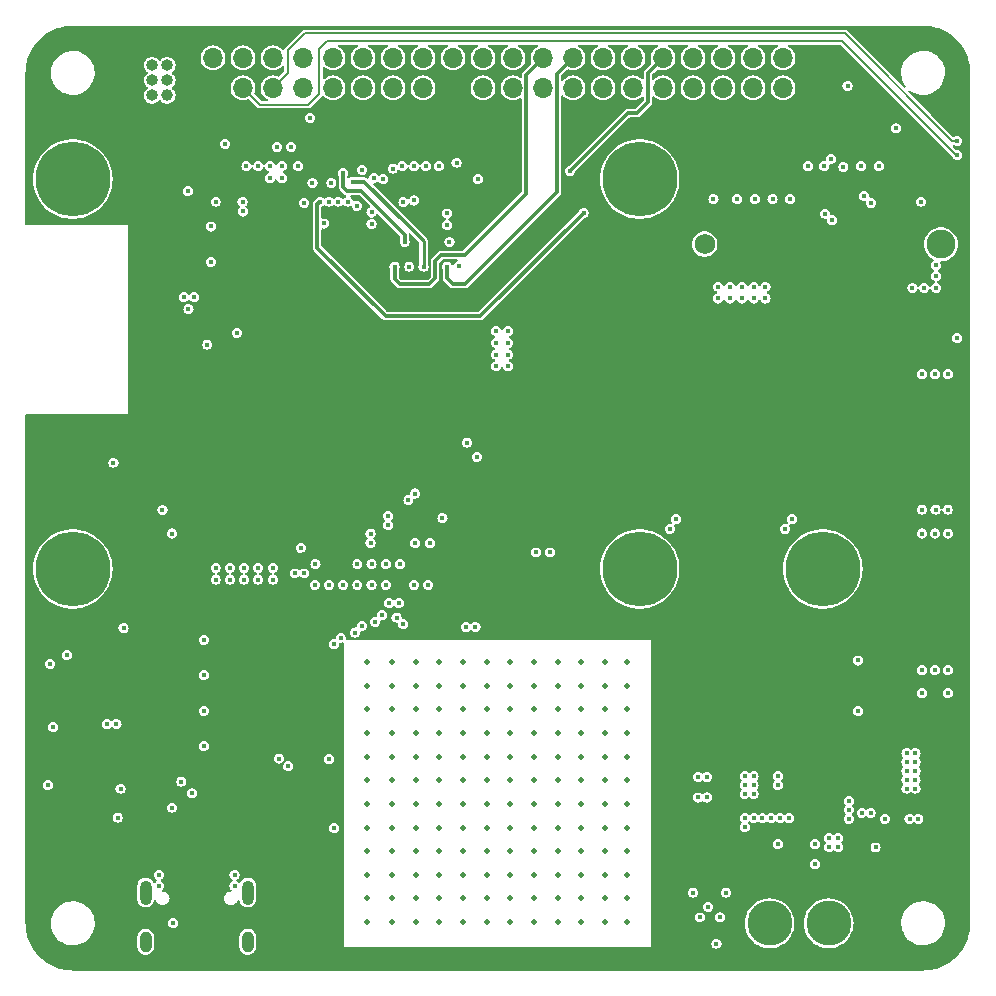
<source format=gbr>
%TF.GenerationSoftware,KiCad,Pcbnew,7.0.1*%
%TF.CreationDate,2023-05-02T11:52:01+02:00*%
%TF.ProjectId,Payload_cm4_23,5061796c-6f61-4645-9f63-6d345f32332e,rev?*%
%TF.SameCoordinates,Original*%
%TF.FileFunction,Copper,L3,Inr*%
%TF.FilePolarity,Positive*%
%FSLAX46Y46*%
G04 Gerber Fmt 4.6, Leading zero omitted, Abs format (unit mm)*
G04 Created by KiCad (PCBNEW 7.0.1) date 2023-05-02 11:52:01*
%MOMM*%
%LPD*%
G01*
G04 APERTURE LIST*
%TA.AperFunction,ComponentPad*%
%ADD10C,6.330000*%
%TD*%
%TA.AperFunction,ComponentPad*%
%ADD11C,1.000000*%
%TD*%
%TA.AperFunction,ComponentPad*%
%ADD12O,1.000000X1.000000*%
%TD*%
%TA.AperFunction,ComponentPad*%
%ADD13C,1.700000*%
%TD*%
%TA.AperFunction,ComponentPad*%
%ADD14O,1.700000X1.700000*%
%TD*%
%TA.AperFunction,ComponentPad*%
%ADD15C,1.750000*%
%TD*%
%TA.AperFunction,ComponentPad*%
%ADD16C,2.450000*%
%TD*%
%TA.AperFunction,ComponentPad*%
%ADD17O,1.000000X2.100000*%
%TD*%
%TA.AperFunction,ComponentPad*%
%ADD18O,1.000000X1.800000*%
%TD*%
%TA.AperFunction,ComponentPad*%
%ADD19C,3.800000*%
%TD*%
%TA.AperFunction,ViaPad*%
%ADD20C,0.500000*%
%TD*%
%TA.AperFunction,ViaPad*%
%ADD21C,0.450000*%
%TD*%
%TA.AperFunction,Conductor*%
%ADD22C,0.200000*%
%TD*%
%TA.AperFunction,Conductor*%
%ADD23C,0.300000*%
%TD*%
%TA.AperFunction,Conductor*%
%ADD24C,0.293370*%
%TD*%
G04 APERTURE END LIST*
D10*
%TO.N,N/C*%
%TO.C,H4*%
X113300000Y-70100000D03*
%TD*%
D11*
%TO.N,/Compute Module 4/USB_OTG_ID*%
%TO.C,J6*%
X121300000Y-30000000D03*
D12*
%TO.N,GND*%
X120030000Y-30000000D03*
%TO.N,/Compute Module 4/BOOT*%
X121300000Y-28730000D03*
%TO.N,GND*%
X120030000Y-28730000D03*
%TO.N,/Compute Module 4/EEPROM_nWP*%
X121300000Y-27460000D03*
%TO.N,GND*%
X120030000Y-27460000D03*
%TD*%
D13*
%TO.N,/3V3_LP*%
%TO.C,J5*%
X125175000Y-29375000D03*
D14*
%TO.N,/Compute Module 4/5V*%
X125175000Y-26835000D03*
%TO.N,/Compute Module 4/GPIO2*%
X127715000Y-29375000D03*
%TO.N,/Compute Module 4/5V*%
X127715000Y-26835000D03*
%TO.N,/Compute Module 4/GPIO3*%
X130255000Y-29375000D03*
%TO.N,GND*%
X130255000Y-26835000D03*
%TO.N,/Compute Module 4/GPIO4*%
X132795000Y-29375000D03*
%TO.N,/Compute Module 4/GPIO14*%
X132795000Y-26835000D03*
%TO.N,GND*%
X135335000Y-29375000D03*
%TO.N,/Compute Module 4/GPIO15*%
X135335000Y-26835000D03*
%TO.N,/Compute Module 4/GPIO17*%
X137875000Y-29375000D03*
%TO.N,/Compute Module 4/GPIO18*%
X137875000Y-26835000D03*
%TO.N,/Compute Module 4/GPIO27*%
X140415000Y-29375000D03*
%TO.N,GND*%
X140415000Y-26835000D03*
%TO.N,/Compute Module 4/GPIO22*%
X142955000Y-29375000D03*
%TO.N,/Compute Module 4/GPIO23*%
X142955000Y-26835000D03*
%TO.N,/3V3_LP*%
X145495000Y-29375000D03*
%TO.N,/Compute Module 4/GPIO24*%
X145495000Y-26835000D03*
%TO.N,/Compute Module 4/GPIO10*%
X148035000Y-29375000D03*
%TO.N,GND*%
X148035000Y-26835000D03*
%TO.N,/Compute Module 4/GPIO9*%
X150575000Y-29375000D03*
%TO.N,/Compute Module 4/GPIO25*%
X150575000Y-26835000D03*
%TO.N,/Compute Module 4/GPIO11*%
X153115000Y-29375000D03*
%TO.N,/Compute Module 4/GPIO8*%
X153115000Y-26835000D03*
%TO.N,GND*%
X155655000Y-29375000D03*
%TO.N,/Compute Module 4/GPIO7*%
X155655000Y-26835000D03*
%TO.N,/Compute Module 4/ID_SDA*%
X158195000Y-29375000D03*
%TO.N,/Compute Module 4/ID_SCL*%
X158195000Y-26835000D03*
%TO.N,/Compute Module 4/GPIO5*%
X160735000Y-29375000D03*
%TO.N,GND*%
X160735000Y-26835000D03*
%TO.N,/Compute Module 4/GPIO6*%
X163275000Y-29375000D03*
%TO.N,/Compute Module 4/GPIO12*%
X163275000Y-26835000D03*
%TO.N,/Compute Module 4/GPIO13*%
X165815000Y-29375000D03*
%TO.N,GND*%
X165815000Y-26835000D03*
%TO.N,/Compute Module 4/GPIO19*%
X168355000Y-29375000D03*
%TO.N,/Compute Module 4/GPIO16*%
X168355000Y-26835000D03*
%TO.N,/Compute Module 4/GPIO26*%
X170895000Y-29375000D03*
%TO.N,/Compute Module 4/GPIO20*%
X170895000Y-26835000D03*
%TO.N,GND*%
X173435000Y-29375000D03*
%TO.N,/Compute Module 4/GPIO21*%
X173435000Y-26835000D03*
%TD*%
D10*
%TO.N,N/C*%
%TO.C,H1*%
X161300000Y-37100000D03*
%TD*%
%TO.N,N/C*%
%TO.C,H9*%
X176800000Y-70100000D03*
%TD*%
D15*
%TO.N,N/C*%
%TO.C,J4*%
X166800000Y-42600000D03*
D16*
X186800000Y-42600000D03*
%TD*%
D10*
%TO.N,N/C*%
%TO.C,H3*%
X161300000Y-70100000D03*
%TD*%
D17*
%TO.N,unconnected-(J1-SHIELD-PadS1)*%
%TO.C,J1*%
X119480000Y-97495000D03*
D18*
X119480000Y-101675000D03*
D17*
X128120000Y-97495000D03*
D18*
X128120000Y-101675000D03*
%TD*%
D19*
%TO.N,GND*%
%TO.C,J11*%
X177300000Y-100100000D03*
%TO.N,/Power/XT30_SUPPLY*%
X172300000Y-100100000D03*
%TD*%
D10*
%TO.N,N/C*%
%TO.C,H2*%
X113300000Y-37100000D03*
%TD*%
D20*
%TO.N,GND*%
X148350000Y-84000000D03*
D21*
X126600000Y-70000000D03*
D20*
X160250000Y-78000000D03*
X158350000Y-78000000D03*
X160250000Y-80000000D03*
X160250000Y-100000000D03*
X138250000Y-88000000D03*
X156350000Y-84000000D03*
X156350000Y-90000000D03*
X142350000Y-80000000D03*
D21*
X170200000Y-91200000D03*
X165800000Y-97500000D03*
X111650000Y-83500000D03*
D20*
X146350000Y-90000000D03*
D21*
X182050000Y-91250000D03*
D20*
X146350000Y-78000000D03*
X140350000Y-94000000D03*
X142350000Y-98000000D03*
D21*
X129000000Y-70000000D03*
X168100000Y-99600000D03*
D20*
X138250000Y-82000000D03*
D21*
X173950000Y-91200000D03*
D20*
X152350000Y-94000000D03*
X150350000Y-90000000D03*
X146350000Y-82000000D03*
D21*
X185100000Y-39000000D03*
D20*
X138250000Y-86000000D03*
X148350000Y-86000000D03*
D21*
X125400000Y-39000000D03*
D20*
X152350000Y-84000000D03*
X150350000Y-78000000D03*
X156350000Y-94000000D03*
D21*
X185200000Y-67100000D03*
D20*
X150350000Y-92000000D03*
D21*
X133850000Y-69700000D03*
D20*
X158350000Y-80000000D03*
X150350000Y-88000000D03*
D21*
X143400000Y-71450000D03*
D20*
X160250000Y-98000000D03*
D21*
X141000000Y-69700000D03*
D20*
X154350000Y-86000000D03*
X152350000Y-92000000D03*
D21*
X187400000Y-67100000D03*
X166250000Y-89450000D03*
D20*
X138250000Y-90000000D03*
D21*
X177350000Y-92900000D03*
X120600000Y-96920000D03*
D20*
X154350000Y-90000000D03*
X152350000Y-82000000D03*
D21*
X137400000Y-71450000D03*
D20*
X158350000Y-88000000D03*
D21*
X127800000Y-71000000D03*
D20*
X150350000Y-100000000D03*
X146350000Y-88000000D03*
X160250000Y-84000000D03*
X156350000Y-80000000D03*
X160250000Y-86000000D03*
X154350000Y-78000000D03*
D21*
X137400000Y-69700000D03*
D20*
X152350000Y-90000000D03*
X160250000Y-92000000D03*
X158350000Y-100000000D03*
D21*
X126600000Y-71000000D03*
X123050000Y-38100000D03*
X142200000Y-38900000D03*
D20*
X140350000Y-80000000D03*
D21*
X135000000Y-71450000D03*
D20*
X160250000Y-82000000D03*
X140350000Y-78000000D03*
X146350000Y-86000000D03*
X158350000Y-96000000D03*
D21*
X139800000Y-71450000D03*
D20*
X148350000Y-90000000D03*
D21*
X136200000Y-71450000D03*
D20*
X158350000Y-92000000D03*
D21*
X187400000Y-53600000D03*
D20*
X140350000Y-96000000D03*
X154350000Y-96000000D03*
X148350000Y-98000000D03*
D21*
X138600000Y-69700000D03*
X181550000Y-36000000D03*
D20*
X148350000Y-100000000D03*
D21*
X127000000Y-96000000D03*
D20*
X142350000Y-82000000D03*
X138250000Y-80000000D03*
X160250000Y-96000000D03*
X154350000Y-94000000D03*
X150350000Y-96000000D03*
D21*
X173200000Y-91200000D03*
D20*
X138250000Y-92000000D03*
D21*
X145000000Y-41000000D03*
D20*
X144350000Y-98000000D03*
D21*
X144300000Y-36000000D03*
X185200000Y-80600000D03*
D20*
X154350000Y-82000000D03*
D21*
X138600000Y-40900000D03*
D20*
X158350000Y-94000000D03*
X158350000Y-84000000D03*
X160250000Y-90000000D03*
D21*
X129000000Y-71000000D03*
X123600000Y-47100000D03*
D20*
X140350000Y-92000000D03*
X142350000Y-78000000D03*
X156350000Y-96000000D03*
D21*
X167550000Y-38800000D03*
X127800000Y-70000000D03*
D20*
X148350000Y-78000000D03*
X144350000Y-88000000D03*
X144350000Y-96000000D03*
X142350000Y-92000000D03*
D21*
X177350000Y-93650000D03*
X171050000Y-38800000D03*
X167000000Y-89450000D03*
X124400000Y-79100000D03*
X166400000Y-99600000D03*
D20*
X138250000Y-94000000D03*
X144350000Y-92000000D03*
X140350000Y-98000000D03*
X148350000Y-80000000D03*
D21*
X180850000Y-90750000D03*
D20*
X140350000Y-88000000D03*
X148350000Y-92000000D03*
X146350000Y-84000000D03*
X146350000Y-92000000D03*
D21*
X178900000Y-29200000D03*
X125000000Y-41100000D03*
D20*
X156350000Y-92000000D03*
X144350000Y-78000000D03*
D21*
X172450000Y-91200000D03*
D20*
X158350000Y-90000000D03*
D21*
X120600000Y-96000000D03*
D20*
X154350000Y-88000000D03*
D21*
X143550000Y-67900000D03*
X132600000Y-68300000D03*
D20*
X152350000Y-80000000D03*
D21*
X175550000Y-36000000D03*
X174050000Y-38800000D03*
D20*
X146350000Y-100000000D03*
X154350000Y-92000000D03*
X156350000Y-88000000D03*
D21*
X170200000Y-91950000D03*
X184150000Y-91250000D03*
D20*
X142350000Y-88000000D03*
D21*
X140400000Y-36200000D03*
X184900000Y-91250000D03*
D20*
X144350000Y-94000000D03*
D21*
X145000000Y-40000000D03*
X142300000Y-67900000D03*
D20*
X148350000Y-96000000D03*
X148350000Y-88000000D03*
X142350000Y-86000000D03*
D21*
X180100000Y-90750000D03*
X138600000Y-71450000D03*
X117100000Y-91150000D03*
X130600000Y-34350000D03*
X111400000Y-78120000D03*
D20*
X146350000Y-80000000D03*
X138250000Y-100000000D03*
X148350000Y-94000000D03*
D21*
X169550000Y-38800000D03*
X130250000Y-71000000D03*
X142200000Y-36000000D03*
X124400000Y-76100000D03*
D20*
X144350000Y-80000000D03*
X144350000Y-100000000D03*
X154350000Y-84000000D03*
D21*
X127000000Y-96920000D03*
D20*
X140350000Y-100000000D03*
D21*
X125000000Y-44100000D03*
D20*
X140350000Y-84000000D03*
X146350000Y-96000000D03*
X138250000Y-84000000D03*
D21*
X178550000Y-36050000D03*
X142200000Y-71450000D03*
X112800000Y-77400000D03*
D20*
X156350000Y-78000000D03*
X150350000Y-98000000D03*
X138250000Y-96000000D03*
X148350000Y-82000000D03*
X158350000Y-86000000D03*
D21*
X131800000Y-34350000D03*
X173000000Y-88400000D03*
X122700000Y-47100000D03*
D20*
X142350000Y-90000000D03*
X144350000Y-84000000D03*
D21*
X187400000Y-80600000D03*
D20*
X144350000Y-82000000D03*
X154350000Y-98000000D03*
X150350000Y-84000000D03*
X144350000Y-90000000D03*
X156350000Y-86000000D03*
X140350000Y-82000000D03*
D21*
X183000000Y-32800000D03*
D20*
X152350000Y-88000000D03*
X142350000Y-100000000D03*
X154350000Y-80000000D03*
D21*
X136600000Y-39000000D03*
X186300000Y-53600000D03*
D20*
X158350000Y-98000000D03*
X152350000Y-78000000D03*
D21*
X111200000Y-88400000D03*
X172550000Y-38800000D03*
D20*
X158350000Y-82000000D03*
D21*
X124400000Y-82100000D03*
D20*
X138250000Y-98000000D03*
D21*
X186300000Y-67100000D03*
X116750000Y-61100000D03*
D20*
X140350000Y-90000000D03*
X152350000Y-98000000D03*
X160250000Y-94000000D03*
D21*
X124400000Y-85100000D03*
X173000000Y-87650000D03*
D20*
X140350000Y-86000000D03*
X156350000Y-100000000D03*
D21*
X178100000Y-93650000D03*
X125400000Y-71000000D03*
X139800000Y-69700000D03*
D20*
X146350000Y-94000000D03*
X142350000Y-94000000D03*
X142350000Y-84000000D03*
X154350000Y-100000000D03*
D21*
X170950000Y-91200000D03*
D20*
X156350000Y-82000000D03*
X146350000Y-98000000D03*
D21*
X180050000Y-36000000D03*
D20*
X150350000Y-80000000D03*
X156350000Y-98000000D03*
D21*
X167000000Y-87700000D03*
X166250000Y-87700000D03*
D20*
X160250000Y-88000000D03*
X150350000Y-94000000D03*
X150350000Y-82000000D03*
X152350000Y-100000000D03*
D21*
X135440000Y-92030000D03*
X178100000Y-92900000D03*
X133400000Y-31900000D03*
X125400000Y-70000000D03*
D20*
X138250000Y-78000000D03*
D21*
X133800000Y-71450000D03*
X171700000Y-91200000D03*
X130250000Y-70000000D03*
X143200000Y-36000000D03*
D20*
X142350000Y-96000000D03*
X152350000Y-86000000D03*
X150350000Y-86000000D03*
D21*
X121720000Y-90310000D03*
X185200000Y-53600000D03*
D20*
X144350000Y-86000000D03*
X152350000Y-96000000D03*
D21*
%TO.N,/3V3_LP*%
X187400000Y-51600000D03*
X115000000Y-80900000D03*
X116750000Y-63100000D03*
X142300000Y-40800000D03*
X111400000Y-79500000D03*
X134950000Y-39925000D03*
X186300000Y-51600000D03*
X123600000Y-52100000D03*
X135450000Y-91200000D03*
X145900000Y-41000000D03*
X125700000Y-37000000D03*
X122700000Y-52100000D03*
X126700000Y-37000000D03*
X126700000Y-36000000D03*
X177292500Y-29742500D03*
X182950000Y-33850000D03*
X125750000Y-36050000D03*
X121890000Y-91490000D03*
X134950000Y-96400000D03*
X136600000Y-42100000D03*
X133950000Y-96400000D03*
X135500000Y-42100000D03*
X144100000Y-41000000D03*
X140000000Y-41650000D03*
%TO.N,/Compute Module 4/5V*%
X149150000Y-49950000D03*
X170950000Y-89150000D03*
X170950000Y-87650000D03*
X150150000Y-52950000D03*
X149150000Y-50950000D03*
X130000000Y-37000000D03*
X149150000Y-51950000D03*
X170200000Y-89150000D03*
X130000000Y-36000000D03*
X170200000Y-87650000D03*
X131000000Y-36000000D03*
X179000000Y-89750000D03*
X128000000Y-36000000D03*
X170950000Y-88400000D03*
X150150000Y-49950000D03*
X129000000Y-36000000D03*
X149150000Y-52950000D03*
X150150000Y-51950000D03*
X179000000Y-91250000D03*
X150150000Y-50950000D03*
X179000000Y-90500000D03*
X131000000Y-37000000D03*
X170200000Y-88400000D03*
%TO.N,/3V3_HP*%
X184650000Y-87950000D03*
X169950000Y-46200000D03*
X167950000Y-47200000D03*
X170950000Y-47200000D03*
X186400000Y-45300000D03*
X167950000Y-46200000D03*
X168950000Y-47200000D03*
X168950000Y-46200000D03*
X184650000Y-85700000D03*
X186400000Y-46300000D03*
X183900000Y-87950000D03*
X183900000Y-87200000D03*
X183900000Y-86450000D03*
X183900000Y-85700000D03*
X171950000Y-47200000D03*
X171950000Y-46200000D03*
X185400000Y-46300000D03*
X183900000Y-88700000D03*
X184650000Y-87200000D03*
X184400000Y-46300000D03*
X184650000Y-86450000D03*
X170950000Y-46200000D03*
X169950000Y-47200000D03*
X184650000Y-88700000D03*
X181276462Y-93676462D03*
X186400000Y-44400000D03*
%TO.N,/Compute Module 4/SCL0*%
X127200000Y-50100000D03*
%TO.N,/Compute Module 4/SDA0*%
X124700000Y-51100000D03*
%TO.N,/VUSB*%
X176150000Y-95100000D03*
X167100000Y-98700000D03*
X121800000Y-100100000D03*
X117350000Y-88700000D03*
%TO.N,/USB Slave/USB_D_P*%
X117000000Y-83250000D03*
X132900000Y-70473608D03*
%TO.N,/USB Slave/USB_D_N*%
X132100000Y-70473608D03*
X116200000Y-83250000D03*
%TO.N,/Compute Module 4/CAM0_D0_N*%
X139482843Y-74017157D03*
%TO.N,/Compute Module 4/CAM0_D0_P*%
X138917157Y-74582843D03*
%TO.N,/Compute Module 4/CAM0_D1_N*%
X137782843Y-74917157D03*
%TO.N,/Compute Module 4/CAM0_D1_P*%
X137217157Y-75482843D03*
%TO.N,/Compute Module 4/CAM0_C_N*%
X135982843Y-75917157D03*
%TO.N,/Compute Module 4/CAM0_C_P*%
X135417157Y-76482843D03*
%TO.N,/Compute Module 4/CAM_GPIO*%
X117600000Y-75100000D03*
X123100000Y-48100000D03*
%TO.N,/Compute Module 4/ID_SCL*%
X132400000Y-36000000D03*
X134570000Y-40850000D03*
X122500000Y-88100000D03*
%TO.N,/Compute Module 4/ID_SDA*%
X123400000Y-89100000D03*
X137800000Y-36300000D03*
%TO.N,/Compute Module 4/CAM1_D0_N*%
X142282843Y-63717157D03*
%TO.N,/Compute Module 4/CAM1_D0_P*%
X141717157Y-64282843D03*
%TO.N,/Compute Module 4/CAM1_D1_N*%
X140017344Y-65600000D03*
%TO.N,/Compute Module 4/CAM1_D1_P*%
X140017344Y-66400000D03*
%TO.N,/Compute Module 4/CAM1_C_N*%
X138517344Y-67100000D03*
%TO.N,/Compute Module 4/CAM1_C_P*%
X138517344Y-67900000D03*
%TO.N,/M2 SSD/PCIE_TX_N*%
X176917157Y-35982843D03*
X140100000Y-73000000D03*
%TO.N,/M2 SSD/PCIE_TX_P*%
X177482843Y-35417157D03*
X140900000Y-73000000D03*
%TO.N,/M2 SSD/PCIE_RX_N*%
X140717157Y-74217157D03*
X177017157Y-40017157D03*
%TO.N,/M2 SSD/PCIE_RX_P*%
X177582843Y-40582843D03*
X141282843Y-74782843D03*
%TO.N,/M2 SSD/PCIE_nRST*%
X164400000Y-65900000D03*
X174200000Y-65900000D03*
%TO.N,/M2 SSD/PCIE_CLK_nREQ*%
X163850000Y-66700000D03*
X173600000Y-66700000D03*
%TO.N,/M2 SSD/PCIE_CLK_N*%
X180317157Y-38531659D03*
X146600000Y-75000000D03*
%TO.N,/M2 SSD/PCIE_CLK_P*%
X147400000Y-75000000D03*
X180882843Y-39097345D03*
%TO.N,/Compute Module 4/GPIO2*%
X135000000Y-86200000D03*
X131550000Y-86800000D03*
X188200000Y-35050000D03*
X132900000Y-39100000D03*
X120900000Y-65100000D03*
X188175000Y-50550000D03*
%TO.N,/Compute Module 4/GPIO3*%
X121700000Y-67100000D03*
X133600000Y-37400000D03*
X130750000Y-86150000D03*
X188200000Y-33850000D03*
%TO.N,/Compute Module 4/GPIO4*%
X179800000Y-77850000D03*
X134214500Y-39000000D03*
X156550000Y-39950000D03*
%TO.N,/Compute Module 4/GPIO17*%
X135000000Y-39000000D03*
%TO.N,/Compute Module 4/GPIO27*%
X135200000Y-37400000D03*
%TO.N,/Compute Module 4/GPIO22*%
X135800000Y-39000000D03*
%TO.N,/Compute Module 4/GPIO10*%
X141400000Y-42400000D03*
X145200000Y-42400000D03*
X136200000Y-36600000D03*
%TO.N,/Compute Module 4/GPIO9*%
X137000000Y-37300000D03*
X143000000Y-44500000D03*
%TO.N,/Compute Module 4/GPIO11*%
X146000000Y-44450000D03*
X137350000Y-39350000D03*
X141800000Y-44500000D03*
%TO.N,/Compute Module 4/GPIO7*%
X145000000Y-44500000D03*
%TO.N,/Compute Module 4/GPIO5*%
X138600000Y-39900000D03*
%TO.N,/Compute Module 4/GPIO6*%
X138800000Y-37000000D03*
%TO.N,/Compute Module 4/GPIO12*%
X179800000Y-82150000D03*
X155400000Y-36400000D03*
%TO.N,/Compute Module 4/GPIO13*%
X139600000Y-37100000D03*
%TO.N,/Compute Module 4/GPIO21*%
X145800000Y-35700000D03*
%TO.N,/Compute Module 4/BOOT*%
X126200000Y-34100000D03*
%TO.N,/Compute Module 4/USB_OTG_ID*%
X144600000Y-65800000D03*
%TO.N,/Compute Module 4/EEPROM_nWP*%
X141300000Y-39050000D03*
%TO.N,Net-(J9-Pin_3)*%
X186350000Y-65075000D03*
X185200000Y-65075000D03*
X187375000Y-65075000D03*
%TO.N,Net-(J10-Pin_3)*%
X185200000Y-78675000D03*
X186289160Y-78675000D03*
X187400000Y-78675000D03*
%TO.N,/Compute Module 4/LED_GREEN*%
X147600000Y-37100000D03*
X141200000Y-35985500D03*
%TO.N,/Compute Module 4/ADC0*%
X152500000Y-68700000D03*
X173000000Y-93400000D03*
X127690000Y-39830000D03*
X146700000Y-59400000D03*
%TO.N,/Compute Module 4/ADC1*%
X153700000Y-68700000D03*
X147500000Y-60600000D03*
X176150000Y-93400000D03*
X127675000Y-39000000D03*
%TO.N,Net-(D2-K)*%
X168600000Y-97500000D03*
X167800000Y-101825000D03*
%TO.N,/Compute Module 4/GPIO8*%
X140550000Y-44500000D03*
%TD*%
D22*
%TO.N,/Compute Module 4/GPIO2*%
X188100000Y-35050000D02*
X178450000Y-25400000D01*
X134150000Y-29900000D02*
X133250000Y-30800000D01*
X129140000Y-30800000D02*
X127715000Y-29375000D01*
X134150000Y-26089217D02*
X134150000Y-29900000D01*
X178450000Y-25400000D02*
X134839217Y-25400000D01*
X134839217Y-25400000D02*
X134150000Y-26089217D01*
X133250000Y-30800000D02*
X129140000Y-30800000D01*
X188200000Y-35050000D02*
X188100000Y-35050000D01*
%TO.N,/Compute Module 4/GPIO3*%
X131500000Y-26199217D02*
X131500000Y-28130000D01*
X187750000Y-33850000D02*
X178650000Y-24750000D01*
X132949217Y-24750000D02*
X131500000Y-26199217D01*
X131500000Y-28130000D02*
X130255000Y-29375000D01*
X178650000Y-24750000D02*
X132949217Y-24750000D01*
X188200000Y-33850000D02*
X187750000Y-33850000D01*
D23*
%TO.N,/Compute Module 4/GPIO4*%
X147800000Y-48700000D02*
X139800000Y-48700000D01*
X134000000Y-42900000D02*
X134000000Y-39214500D01*
X134000000Y-39214500D02*
X134214500Y-39000000D01*
X139800000Y-48700000D02*
X134000000Y-42900000D01*
X156550000Y-39950000D02*
X147800000Y-48700000D01*
%TO.N,/Compute Module 4/GPIO10*%
X141400000Y-41800000D02*
X137700000Y-38100000D01*
X141400000Y-42400000D02*
X141400000Y-41800000D01*
X137700000Y-38100000D02*
X136500000Y-38100000D01*
X136500000Y-38100000D02*
X136200000Y-37800000D01*
X136200000Y-37800000D02*
X136200000Y-36600000D01*
D24*
%TO.N,/Compute Module 4/GPIO9*%
X143000000Y-44500000D02*
X143000000Y-42300000D01*
X143000000Y-42300000D02*
X141600000Y-40900000D01*
D23*
X141600000Y-40900000D02*
X138000000Y-37300000D01*
X138000000Y-37300000D02*
X137000000Y-37300000D01*
%TO.N,/Compute Module 4/GPIO7*%
X154300000Y-28190000D02*
X155655000Y-26835000D01*
X145500000Y-46000000D02*
X146500000Y-46000000D01*
X146500000Y-46000000D02*
X154300000Y-38200000D01*
X145000000Y-45500000D02*
X145500000Y-46000000D01*
X145000000Y-44500000D02*
X145000000Y-45500000D01*
X154300000Y-38200000D02*
X154300000Y-28190000D01*
%TO.N,/Compute Module 4/GPIO12*%
X162000000Y-28100000D02*
X162010000Y-28100000D01*
X160300000Y-31500000D02*
X161100000Y-31500000D01*
X162010000Y-28100000D02*
X163275000Y-26835000D01*
X162000000Y-30600000D02*
X162000000Y-28100000D01*
X161100000Y-31500000D02*
X162000000Y-30600000D01*
X155400000Y-36400000D02*
X160300000Y-31500000D01*
%TO.N,/Compute Module 4/GPIO8*%
X146500000Y-43500000D02*
X144500000Y-43500000D01*
X151665000Y-28285000D02*
X151665000Y-38335000D01*
X151665000Y-38335000D02*
X146500000Y-43500000D01*
X144500000Y-43500000D02*
X144000000Y-44000000D01*
X153115000Y-26835000D02*
X151665000Y-28285000D01*
X144000000Y-44000000D02*
X144000000Y-45500000D01*
X140550000Y-45550000D02*
X140550000Y-44500000D01*
X144000000Y-45500000D02*
X143500000Y-46000000D01*
X141000000Y-46000000D02*
X140550000Y-45550000D01*
X143500000Y-46000000D02*
X141000000Y-46000000D01*
%TD*%
%TA.AperFunction,Conductor*%
%TO.N,/3V3_LP*%
G36*
X185302292Y-24100605D02*
G01*
X185472479Y-24108474D01*
X185472757Y-24108560D01*
X185472759Y-24108487D01*
X185472797Y-24108488D01*
X185670903Y-24118221D01*
X185679681Y-24119047D01*
X185863329Y-24144665D01*
X185863455Y-24144683D01*
X186048286Y-24172101D01*
X186056398Y-24173654D01*
X186238813Y-24216557D01*
X186239856Y-24216810D01*
X186418812Y-24261636D01*
X186426160Y-24263784D01*
X186604680Y-24323618D01*
X186606415Y-24324219D01*
X186779073Y-24385997D01*
X186785689Y-24388637D01*
X186958314Y-24464858D01*
X186960592Y-24465900D01*
X187125877Y-24544074D01*
X187131691Y-24547065D01*
X187296800Y-24639030D01*
X187299447Y-24640560D01*
X187455998Y-24734393D01*
X187461040Y-24737627D01*
X187617079Y-24844516D01*
X187620102Y-24846671D01*
X187766551Y-24955285D01*
X187770792Y-24958614D01*
X187881446Y-25050500D01*
X187916373Y-25079503D01*
X187919611Y-25082313D01*
X188054620Y-25204678D01*
X188058140Y-25208028D01*
X188191970Y-25341858D01*
X188195320Y-25345378D01*
X188317685Y-25480387D01*
X188320495Y-25483625D01*
X188441372Y-25629191D01*
X188444722Y-25633457D01*
X188479568Y-25680442D01*
X188553325Y-25779893D01*
X188555482Y-25782919D01*
X188662371Y-25938958D01*
X188665611Y-25944010D01*
X188759417Y-26100515D01*
X188760990Y-26103237D01*
X188852925Y-26268291D01*
X188855932Y-26274137D01*
X188934084Y-26439376D01*
X188935154Y-26441716D01*
X189011357Y-26614300D01*
X189014005Y-26620936D01*
X189075757Y-26793521D01*
X189076412Y-26795411D01*
X189136204Y-26973805D01*
X189138369Y-26981212D01*
X189183148Y-27159979D01*
X189183485Y-27161368D01*
X189226342Y-27343589D01*
X189227900Y-27351728D01*
X189255258Y-27536155D01*
X189255381Y-27537005D01*
X189280949Y-27720298D01*
X189281779Y-27729117D01*
X189291512Y-27927237D01*
X189291525Y-27927522D01*
X189299394Y-28097707D01*
X189299500Y-28102280D01*
X189299500Y-100097720D01*
X189299394Y-100102293D01*
X189291525Y-100272477D01*
X189291512Y-100272762D01*
X189281779Y-100470881D01*
X189280949Y-100479700D01*
X189255381Y-100662993D01*
X189255258Y-100663843D01*
X189227900Y-100848270D01*
X189226342Y-100856409D01*
X189183485Y-101038630D01*
X189183148Y-101040019D01*
X189138369Y-101218786D01*
X189136204Y-101226193D01*
X189076412Y-101404587D01*
X189075757Y-101406477D01*
X189014005Y-101579062D01*
X189011357Y-101585698D01*
X188935154Y-101758282D01*
X188934084Y-101760622D01*
X188855932Y-101925861D01*
X188852925Y-101931707D01*
X188760990Y-102096761D01*
X188759417Y-102099483D01*
X188665611Y-102255988D01*
X188662371Y-102261040D01*
X188555482Y-102417079D01*
X188553325Y-102420105D01*
X188444726Y-102566535D01*
X188441372Y-102570807D01*
X188320495Y-102716373D01*
X188317685Y-102719611D01*
X188195320Y-102854620D01*
X188191970Y-102858140D01*
X188058140Y-102991970D01*
X188054620Y-102995320D01*
X187919611Y-103117685D01*
X187916373Y-103120495D01*
X187770807Y-103241372D01*
X187766535Y-103244726D01*
X187620105Y-103353325D01*
X187617079Y-103355482D01*
X187461040Y-103462371D01*
X187455988Y-103465611D01*
X187299483Y-103559417D01*
X187296761Y-103560990D01*
X187131707Y-103652925D01*
X187125861Y-103655932D01*
X186960622Y-103734084D01*
X186958282Y-103735154D01*
X186785698Y-103811357D01*
X186779062Y-103814005D01*
X186606477Y-103875757D01*
X186604587Y-103876412D01*
X186426193Y-103936204D01*
X186418786Y-103938369D01*
X186240019Y-103983148D01*
X186238630Y-103983485D01*
X186056409Y-104026342D01*
X186048270Y-104027900D01*
X185863843Y-104055258D01*
X185862993Y-104055381D01*
X185679700Y-104080949D01*
X185670881Y-104081779D01*
X185472762Y-104091512D01*
X185472477Y-104091525D01*
X185302293Y-104099394D01*
X185297720Y-104099500D01*
X113302280Y-104099500D01*
X113297707Y-104099394D01*
X113127521Y-104091525D01*
X113127241Y-104091421D01*
X113127237Y-104091512D01*
X112929117Y-104081779D01*
X112920298Y-104080949D01*
X112737005Y-104055381D01*
X112736155Y-104055258D01*
X112551728Y-104027900D01*
X112543589Y-104026342D01*
X112361368Y-103983485D01*
X112359979Y-103983148D01*
X112181212Y-103938369D01*
X112173805Y-103936204D01*
X111995411Y-103876412D01*
X111993521Y-103875757D01*
X111820936Y-103814005D01*
X111814300Y-103811357D01*
X111641716Y-103735154D01*
X111639376Y-103734084D01*
X111474137Y-103655932D01*
X111468291Y-103652925D01*
X111303237Y-103560990D01*
X111300515Y-103559417D01*
X111144010Y-103465611D01*
X111138958Y-103462371D01*
X110982919Y-103355482D01*
X110979893Y-103353325D01*
X110833463Y-103244726D01*
X110829191Y-103241372D01*
X110683625Y-103120495D01*
X110680387Y-103117685D01*
X110545378Y-102995320D01*
X110541858Y-102991970D01*
X110408028Y-102858140D01*
X110404678Y-102854620D01*
X110282313Y-102719611D01*
X110279503Y-102716373D01*
X110229148Y-102655733D01*
X110158614Y-102570792D01*
X110155285Y-102566551D01*
X110046671Y-102420102D01*
X110044516Y-102417079D01*
X109937627Y-102261040D01*
X109934387Y-102255988D01*
X109901129Y-102200500D01*
X109851304Y-102117373D01*
X118779500Y-102117373D01*
X118794859Y-102243870D01*
X118794860Y-102243872D01*
X118855182Y-102402930D01*
X118951817Y-102542929D01*
X118951818Y-102542930D01*
X119079145Y-102655733D01*
X119157864Y-102697048D01*
X119229775Y-102734790D01*
X119312359Y-102755144D01*
X119394943Y-102775500D01*
X119394944Y-102775500D01*
X119565056Y-102775500D01*
X119565057Y-102775500D01*
X119620112Y-102761930D01*
X119730225Y-102734790D01*
X119880852Y-102655734D01*
X119880851Y-102655734D01*
X119880854Y-102655733D01*
X119981537Y-102566535D01*
X120008183Y-102542929D01*
X120104818Y-102402930D01*
X120165140Y-102243872D01*
X120180500Y-102117373D01*
X127419500Y-102117373D01*
X127434859Y-102243870D01*
X127434860Y-102243872D01*
X127495182Y-102402930D01*
X127591817Y-102542929D01*
X127591818Y-102542930D01*
X127719145Y-102655733D01*
X127797864Y-102697048D01*
X127869775Y-102734790D01*
X127952359Y-102755144D01*
X128034943Y-102775500D01*
X128034944Y-102775500D01*
X128205056Y-102775500D01*
X128205057Y-102775500D01*
X128260112Y-102761930D01*
X128370225Y-102734790D01*
X128520852Y-102655734D01*
X128520851Y-102655734D01*
X128520854Y-102655733D01*
X128621537Y-102566535D01*
X128648183Y-102542929D01*
X128744818Y-102402930D01*
X128805140Y-102243872D01*
X128820500Y-102117372D01*
X128820500Y-101232628D01*
X128818822Y-101218812D01*
X128805140Y-101106129D01*
X128780068Y-101040019D01*
X128744818Y-100947070D01*
X128648183Y-100807071D01*
X128648181Y-100807069D01*
X128520854Y-100694266D01*
X128370223Y-100615209D01*
X128205057Y-100574500D01*
X128205056Y-100574500D01*
X128034944Y-100574500D01*
X128034943Y-100574500D01*
X127869776Y-100615209D01*
X127719145Y-100694266D01*
X127591818Y-100807069D01*
X127495182Y-100947070D01*
X127434859Y-101106129D01*
X127419500Y-101232627D01*
X127419500Y-102117373D01*
X120180500Y-102117373D01*
X120180500Y-102117372D01*
X120180500Y-101232628D01*
X120178822Y-101218812D01*
X120165140Y-101106129D01*
X120140068Y-101040019D01*
X120104818Y-100947070D01*
X120008183Y-100807071D01*
X120008181Y-100807069D01*
X119880854Y-100694266D01*
X119730223Y-100615209D01*
X119565057Y-100574500D01*
X119565056Y-100574500D01*
X119394944Y-100574500D01*
X119394943Y-100574500D01*
X119229776Y-100615209D01*
X119079145Y-100694266D01*
X118951818Y-100807069D01*
X118855182Y-100947070D01*
X118794859Y-101106129D01*
X118779500Y-101232627D01*
X118779500Y-102117373D01*
X109851304Y-102117373D01*
X109840560Y-102099447D01*
X109839030Y-102096800D01*
X109747065Y-101931691D01*
X109744074Y-101925877D01*
X109665900Y-101760592D01*
X109664858Y-101758314D01*
X109588637Y-101585689D01*
X109585993Y-101579062D01*
X109583379Y-101571756D01*
X109524219Y-101406415D01*
X109523618Y-101404680D01*
X109463784Y-101226160D01*
X109461636Y-101218812D01*
X109416810Y-101039856D01*
X109416557Y-101038813D01*
X109373654Y-100856398D01*
X109372101Y-100848286D01*
X109344683Y-100663455D01*
X109344665Y-100663329D01*
X109319047Y-100479681D01*
X109318221Y-100470903D01*
X109308485Y-100272717D01*
X109308474Y-100272476D01*
X109303640Y-100167911D01*
X111441779Y-100167911D01*
X111471469Y-100437746D01*
X111530579Y-100663843D01*
X111540132Y-100700384D01*
X111646303Y-100950224D01*
X111787719Y-101181944D01*
X111961368Y-101390604D01*
X112057201Y-101476471D01*
X112163544Y-101571756D01*
X112389950Y-101721544D01*
X112522422Y-101783644D01*
X112635743Y-101836767D01*
X112895697Y-101914975D01*
X113110553Y-101946594D01*
X113164267Y-101954500D01*
X113164268Y-101954500D01*
X113367779Y-101954500D01*
X113367781Y-101954500D01*
X113570740Y-101939645D01*
X113835709Y-101880621D01*
X114089261Y-101783646D01*
X114325991Y-101650786D01*
X114540853Y-101484875D01*
X114540854Y-101484874D01*
X114729266Y-101289451D01*
X114729269Y-101289447D01*
X114887223Y-101068668D01*
X115011348Y-100827244D01*
X115098998Y-100570320D01*
X115148306Y-100303371D01*
X115155738Y-100100000D01*
X121369195Y-100100000D01*
X121390280Y-100233124D01*
X121390280Y-100233125D01*
X121390281Y-100233126D01*
X121451472Y-100353220D01*
X121546780Y-100448528D01*
X121666874Y-100509719D01*
X121800000Y-100530804D01*
X121933126Y-100509719D01*
X122053220Y-100448528D01*
X122148528Y-100353220D01*
X122209719Y-100233126D01*
X122230804Y-100100000D01*
X122209719Y-99966874D01*
X122148528Y-99846780D01*
X122053220Y-99751472D01*
X121933126Y-99690281D01*
X121933125Y-99690280D01*
X121933124Y-99690280D01*
X121800000Y-99669195D01*
X121666875Y-99690280D01*
X121546781Y-99751471D01*
X121451471Y-99846781D01*
X121390280Y-99966875D01*
X121369195Y-100100000D01*
X115155738Y-100100000D01*
X115158220Y-100032089D01*
X115137830Y-99846780D01*
X115128530Y-99762253D01*
X115104202Y-99669196D01*
X115059868Y-99499616D01*
X114953697Y-99249776D01*
X114812281Y-99018056D01*
X114638632Y-98809396D01*
X114521885Y-98704790D01*
X114436455Y-98628243D01*
X114210049Y-98478455D01*
X113964262Y-98363235D01*
X113964259Y-98363234D01*
X113964257Y-98363233D01*
X113704303Y-98285025D01*
X113704299Y-98285024D01*
X113704298Y-98285024D01*
X113435733Y-98245500D01*
X113435732Y-98245500D01*
X113232219Y-98245500D01*
X113029260Y-98260355D01*
X112894917Y-98290281D01*
X112764291Y-98319379D01*
X112510735Y-98416355D01*
X112274008Y-98549214D01*
X112059145Y-98715125D01*
X111870733Y-98910548D01*
X111712776Y-99131332D01*
X111588652Y-99372754D01*
X111534337Y-99531968D01*
X111511128Y-99600000D01*
X111501001Y-99629684D01*
X111451694Y-99896626D01*
X111441779Y-100167911D01*
X109303640Y-100167911D01*
X109300606Y-100102293D01*
X109300500Y-100097721D01*
X109300500Y-98087373D01*
X118779500Y-98087373D01*
X118794859Y-98213870D01*
X118794860Y-98213872D01*
X118855182Y-98372930D01*
X118951817Y-98512929D01*
X118951818Y-98512930D01*
X119079145Y-98625733D01*
X119157864Y-98667048D01*
X119229775Y-98704790D01*
X119312359Y-98725144D01*
X119394943Y-98745500D01*
X119394944Y-98745500D01*
X119565056Y-98745500D01*
X119565057Y-98745500D01*
X119620112Y-98731929D01*
X119730225Y-98704790D01*
X119880852Y-98625734D01*
X119880851Y-98625734D01*
X119880854Y-98625733D01*
X119955520Y-98559584D01*
X120008183Y-98512929D01*
X120104818Y-98372930D01*
X120165140Y-98213872D01*
X120166904Y-98199341D01*
X120186154Y-98151647D01*
X120226741Y-98120044D01*
X120277706Y-98113072D01*
X120325289Y-98132613D01*
X120356645Y-98173390D01*
X120367396Y-98199344D01*
X120403808Y-98287250D01*
X120403809Y-98287251D01*
X120496695Y-98408304D01*
X120546840Y-98446781D01*
X120617750Y-98501192D01*
X120733685Y-98549214D01*
X120758720Y-98559584D01*
X120872019Y-98574500D01*
X120872020Y-98574500D01*
X120947980Y-98574500D01*
X120947981Y-98574500D01*
X121004629Y-98567042D01*
X121061280Y-98559584D01*
X121202250Y-98501192D01*
X121323304Y-98408304D01*
X121416192Y-98287250D01*
X121474584Y-98146280D01*
X121494500Y-97995000D01*
X126105500Y-97995000D01*
X126125415Y-98146279D01*
X126183808Y-98287250D01*
X126276695Y-98408304D01*
X126326840Y-98446781D01*
X126397750Y-98501192D01*
X126513685Y-98549214D01*
X126538720Y-98559584D01*
X126652019Y-98574500D01*
X126652020Y-98574500D01*
X126727980Y-98574500D01*
X126727981Y-98574500D01*
X126784629Y-98567042D01*
X126841280Y-98559584D01*
X126982250Y-98501192D01*
X127103304Y-98408304D01*
X127196192Y-98287250D01*
X127243354Y-98173390D01*
X127274709Y-98132614D01*
X127322291Y-98113073D01*
X127373256Y-98120043D01*
X127413843Y-98151644D01*
X127433096Y-98199344D01*
X127434859Y-98213870D01*
X127434860Y-98213872D01*
X127495182Y-98372930D01*
X127591817Y-98512929D01*
X127591818Y-98512930D01*
X127719145Y-98625733D01*
X127797864Y-98667048D01*
X127869775Y-98704790D01*
X127952359Y-98725144D01*
X128034943Y-98745500D01*
X128034944Y-98745500D01*
X128205056Y-98745500D01*
X128205057Y-98745500D01*
X128260112Y-98731929D01*
X128370225Y-98704790D01*
X128520852Y-98625734D01*
X128520851Y-98625734D01*
X128520854Y-98625733D01*
X128595520Y-98559584D01*
X128648183Y-98512929D01*
X128744818Y-98372930D01*
X128805140Y-98213872D01*
X128820500Y-98087372D01*
X128820500Y-96902628D01*
X128805140Y-96776128D01*
X128744818Y-96617070D01*
X128648183Y-96477071D01*
X128628914Y-96460000D01*
X128520854Y-96364266D01*
X128370223Y-96285209D01*
X128205057Y-96244500D01*
X128205056Y-96244500D01*
X128034944Y-96244500D01*
X128034943Y-96244500D01*
X127869776Y-96285209D01*
X127719145Y-96364266D01*
X127591818Y-96477069D01*
X127488353Y-96626964D01*
X127488104Y-96626792D01*
X127467441Y-96656250D01*
X127423697Y-96677959D01*
X127374897Y-96676115D01*
X127332917Y-96651169D01*
X127253220Y-96571472D01*
X127207561Y-96548207D01*
X127168098Y-96511728D01*
X127153509Y-96460000D01*
X127168098Y-96408272D01*
X127207561Y-96371792D01*
X127253220Y-96348528D01*
X127348528Y-96253220D01*
X127409719Y-96133126D01*
X127430804Y-96000000D01*
X127409719Y-95866874D01*
X127348528Y-95746780D01*
X127253220Y-95651472D01*
X127133126Y-95590281D01*
X127133125Y-95590280D01*
X127133124Y-95590280D01*
X127000000Y-95569195D01*
X126866875Y-95590280D01*
X126746781Y-95651471D01*
X126651471Y-95746781D01*
X126590280Y-95866875D01*
X126569195Y-96000000D01*
X126590280Y-96133124D01*
X126590280Y-96133125D01*
X126590281Y-96133126D01*
X126651472Y-96253220D01*
X126746780Y-96348528D01*
X126792435Y-96371790D01*
X126831901Y-96408273D01*
X126846490Y-96460000D01*
X126831901Y-96511727D01*
X126792435Y-96548209D01*
X126771824Y-96558711D01*
X126746781Y-96571471D01*
X126651471Y-96666781D01*
X126590280Y-96786875D01*
X126569195Y-96920000D01*
X126590280Y-97053124D01*
X126590280Y-97053125D01*
X126590281Y-97053126D01*
X126651472Y-97173220D01*
X126724750Y-97246498D01*
X126751843Y-97297186D01*
X126746209Y-97354386D01*
X126709746Y-97398815D01*
X126658417Y-97414385D01*
X126658453Y-97414653D01*
X126656834Y-97414866D01*
X126654745Y-97415500D01*
X126652019Y-97415500D01*
X126538720Y-97430415D01*
X126397749Y-97488808D01*
X126276695Y-97581695D01*
X126183808Y-97702749D01*
X126125415Y-97843720D01*
X126105500Y-97995000D01*
X121494500Y-97995000D01*
X121474584Y-97843720D01*
X121416192Y-97702750D01*
X121362766Y-97633124D01*
X121323304Y-97581695D01*
X121202250Y-97488808D01*
X121061279Y-97430415D01*
X120947981Y-97415500D01*
X120947980Y-97415500D01*
X120945255Y-97415500D01*
X120943165Y-97414866D01*
X120941547Y-97414653D01*
X120941582Y-97414385D01*
X120890254Y-97398815D01*
X120853791Y-97354386D01*
X120848157Y-97297186D01*
X120875249Y-97246498D01*
X120948528Y-97173220D01*
X121009719Y-97053126D01*
X121030804Y-96920000D01*
X121009719Y-96786874D01*
X120948528Y-96666780D01*
X120853220Y-96571472D01*
X120807561Y-96548207D01*
X120768098Y-96511728D01*
X120753509Y-96460000D01*
X120768098Y-96408272D01*
X120807561Y-96371792D01*
X120853220Y-96348528D01*
X120948528Y-96253220D01*
X121009719Y-96133126D01*
X121030804Y-96000000D01*
X121009719Y-95866874D01*
X120948528Y-95746780D01*
X120853220Y-95651472D01*
X120733126Y-95590281D01*
X120733125Y-95590280D01*
X120733124Y-95590280D01*
X120600000Y-95569195D01*
X120466875Y-95590280D01*
X120346781Y-95651471D01*
X120251471Y-95746781D01*
X120190280Y-95866875D01*
X120169195Y-96000000D01*
X120190280Y-96133124D01*
X120190280Y-96133125D01*
X120190281Y-96133126D01*
X120251472Y-96253220D01*
X120346780Y-96348528D01*
X120392435Y-96371790D01*
X120431901Y-96408273D01*
X120446490Y-96460000D01*
X120431901Y-96511727D01*
X120392435Y-96548209D01*
X120379480Y-96554810D01*
X120346778Y-96571472D01*
X120267083Y-96651168D01*
X120225100Y-96676116D01*
X120176297Y-96677958D01*
X120132553Y-96656246D01*
X120111895Y-96626792D01*
X120111647Y-96626964D01*
X120104818Y-96617070D01*
X120008183Y-96477071D01*
X119988914Y-96460000D01*
X119880854Y-96364266D01*
X119730223Y-96285209D01*
X119565057Y-96244500D01*
X119565056Y-96244500D01*
X119394944Y-96244500D01*
X119394943Y-96244500D01*
X119229776Y-96285209D01*
X119079145Y-96364266D01*
X118951818Y-96477069D01*
X118855182Y-96617070D01*
X118794859Y-96776129D01*
X118779500Y-96902627D01*
X118779500Y-98087373D01*
X109300500Y-98087373D01*
X109300500Y-92030000D01*
X135009195Y-92030000D01*
X135030280Y-92163124D01*
X135030280Y-92163125D01*
X135030281Y-92163126D01*
X135091472Y-92283220D01*
X135186780Y-92378528D01*
X135306874Y-92439719D01*
X135440000Y-92460804D01*
X135573126Y-92439719D01*
X135693220Y-92378528D01*
X135788528Y-92283220D01*
X135849719Y-92163126D01*
X135870804Y-92030000D01*
X135849719Y-91896874D01*
X135788528Y-91776780D01*
X135693220Y-91681472D01*
X135573126Y-91620281D01*
X135573125Y-91620280D01*
X135573124Y-91620280D01*
X135440000Y-91599195D01*
X135306875Y-91620280D01*
X135186781Y-91681471D01*
X135091471Y-91776781D01*
X135030280Y-91896875D01*
X135009195Y-92030000D01*
X109300500Y-92030000D01*
X109300500Y-91150000D01*
X116669195Y-91150000D01*
X116690280Y-91283124D01*
X116690280Y-91283125D01*
X116690281Y-91283126D01*
X116751472Y-91403220D01*
X116846780Y-91498528D01*
X116966874Y-91559719D01*
X117100000Y-91580804D01*
X117233126Y-91559719D01*
X117353220Y-91498528D01*
X117448528Y-91403220D01*
X117509719Y-91283126D01*
X117530804Y-91150000D01*
X117509719Y-91016874D01*
X117448528Y-90896780D01*
X117353220Y-90801472D01*
X117233126Y-90740281D01*
X117233125Y-90740280D01*
X117233124Y-90740280D01*
X117100000Y-90719195D01*
X116966875Y-90740280D01*
X116846781Y-90801471D01*
X116751471Y-90896781D01*
X116690280Y-91016875D01*
X116669195Y-91150000D01*
X109300500Y-91150000D01*
X109300500Y-90310000D01*
X121289195Y-90310000D01*
X121310280Y-90443124D01*
X121310280Y-90443125D01*
X121310281Y-90443126D01*
X121371472Y-90563220D01*
X121466780Y-90658528D01*
X121586874Y-90719719D01*
X121720000Y-90740804D01*
X121853126Y-90719719D01*
X121973220Y-90658528D01*
X122068528Y-90563220D01*
X122129719Y-90443126D01*
X122150804Y-90310000D01*
X122129719Y-90176874D01*
X122068528Y-90056780D01*
X121973220Y-89961472D01*
X121853126Y-89900281D01*
X121853125Y-89900280D01*
X121853124Y-89900280D01*
X121720000Y-89879195D01*
X121586875Y-89900280D01*
X121466781Y-89961471D01*
X121371471Y-90056781D01*
X121310280Y-90176875D01*
X121289195Y-90310000D01*
X109300500Y-90310000D01*
X109300500Y-88399999D01*
X110769195Y-88399999D01*
X110790280Y-88533124D01*
X110790280Y-88533125D01*
X110790281Y-88533126D01*
X110851472Y-88653220D01*
X110946780Y-88748528D01*
X111066874Y-88809719D01*
X111200000Y-88830804D01*
X111333126Y-88809719D01*
X111453220Y-88748528D01*
X111501748Y-88700000D01*
X116919195Y-88700000D01*
X116940280Y-88833124D01*
X116940280Y-88833125D01*
X116940281Y-88833126D01*
X117001472Y-88953220D01*
X117096780Y-89048528D01*
X117216874Y-89109719D01*
X117350000Y-89130804D01*
X117483126Y-89109719D01*
X117502203Y-89099999D01*
X122969195Y-89099999D01*
X122990280Y-89233124D01*
X122990280Y-89233125D01*
X122990281Y-89233126D01*
X123051472Y-89353220D01*
X123146780Y-89448528D01*
X123266874Y-89509719D01*
X123400000Y-89530804D01*
X123533126Y-89509719D01*
X123653220Y-89448528D01*
X123748528Y-89353220D01*
X123809719Y-89233126D01*
X123830804Y-89100000D01*
X123809719Y-88966874D01*
X123748528Y-88846780D01*
X123653220Y-88751472D01*
X123533126Y-88690281D01*
X123533125Y-88690280D01*
X123533124Y-88690280D01*
X123400000Y-88669195D01*
X123266875Y-88690280D01*
X123146781Y-88751471D01*
X123051471Y-88846781D01*
X122990280Y-88966875D01*
X122969195Y-89099999D01*
X117502203Y-89099999D01*
X117603220Y-89048528D01*
X117698528Y-88953220D01*
X117759719Y-88833126D01*
X117780804Y-88700000D01*
X117759719Y-88566874D01*
X117698528Y-88446780D01*
X117603220Y-88351472D01*
X117483126Y-88290281D01*
X117483125Y-88290280D01*
X117483124Y-88290280D01*
X117350000Y-88269195D01*
X117216875Y-88290280D01*
X117096781Y-88351471D01*
X117001471Y-88446781D01*
X116940280Y-88566875D01*
X116919195Y-88700000D01*
X111501748Y-88700000D01*
X111548528Y-88653220D01*
X111609719Y-88533126D01*
X111630804Y-88400000D01*
X111623394Y-88353218D01*
X111610087Y-88269196D01*
X111609719Y-88266874D01*
X111548528Y-88146780D01*
X111501748Y-88100000D01*
X122069195Y-88100000D01*
X122090280Y-88233124D01*
X122090280Y-88233125D01*
X122090281Y-88233126D01*
X122151472Y-88353220D01*
X122246780Y-88448528D01*
X122366874Y-88509719D01*
X122500000Y-88530804D01*
X122633126Y-88509719D01*
X122753220Y-88448528D01*
X122848528Y-88353220D01*
X122909719Y-88233126D01*
X122930804Y-88100000D01*
X122909719Y-87966874D01*
X122848528Y-87846780D01*
X122753220Y-87751472D01*
X122633126Y-87690281D01*
X122633125Y-87690280D01*
X122633124Y-87690280D01*
X122500000Y-87669195D01*
X122366875Y-87690280D01*
X122246781Y-87751471D01*
X122151471Y-87846781D01*
X122090280Y-87966875D01*
X122069195Y-88100000D01*
X111501748Y-88100000D01*
X111453220Y-88051472D01*
X111333126Y-87990281D01*
X111333125Y-87990280D01*
X111333124Y-87990280D01*
X111200000Y-87969195D01*
X111066875Y-87990280D01*
X110946781Y-88051471D01*
X110851471Y-88146781D01*
X110790280Y-88266875D01*
X110769195Y-88399999D01*
X109300500Y-88399999D01*
X109300500Y-86150000D01*
X130319195Y-86150000D01*
X130340280Y-86283124D01*
X130340280Y-86283125D01*
X130340281Y-86283126D01*
X130401472Y-86403220D01*
X130496780Y-86498528D01*
X130616874Y-86559719D01*
X130750000Y-86580804D01*
X130883126Y-86559719D01*
X131003220Y-86498528D01*
X131015566Y-86486181D01*
X131063971Y-86459570D01*
X131119103Y-86463037D01*
X131163794Y-86495506D01*
X131184130Y-86546867D01*
X131173779Y-86601129D01*
X131140281Y-86666873D01*
X131119195Y-86800000D01*
X131140280Y-86933124D01*
X131140280Y-86933125D01*
X131140281Y-86933126D01*
X131201472Y-87053220D01*
X131296780Y-87148528D01*
X131416874Y-87209719D01*
X131550000Y-87230804D01*
X131683126Y-87209719D01*
X131803220Y-87148528D01*
X131898528Y-87053220D01*
X131959719Y-86933126D01*
X131980804Y-86800000D01*
X131959719Y-86666874D01*
X131898528Y-86546780D01*
X131803220Y-86451472D01*
X131683126Y-86390281D01*
X131683125Y-86390280D01*
X131683124Y-86390280D01*
X131550000Y-86369195D01*
X131416875Y-86390280D01*
X131296778Y-86451473D01*
X131284432Y-86463819D01*
X131236024Y-86490430D01*
X131180893Y-86486961D01*
X131136204Y-86454491D01*
X131115869Y-86403130D01*
X131126220Y-86348870D01*
X131159719Y-86283126D01*
X131172885Y-86200000D01*
X134569195Y-86200000D01*
X134590280Y-86333124D01*
X134590280Y-86333125D01*
X134590281Y-86333126D01*
X134651472Y-86453220D01*
X134746780Y-86548528D01*
X134866874Y-86609719D01*
X135000000Y-86630804D01*
X135133126Y-86609719D01*
X135253220Y-86548528D01*
X135348528Y-86453220D01*
X135409719Y-86333126D01*
X135430804Y-86200000D01*
X135409719Y-86066874D01*
X135348528Y-85946780D01*
X135253220Y-85851472D01*
X135133126Y-85790281D01*
X135133125Y-85790280D01*
X135133124Y-85790280D01*
X135000000Y-85769195D01*
X134866875Y-85790280D01*
X134746781Y-85851471D01*
X134651471Y-85946781D01*
X134590280Y-86066875D01*
X134569195Y-86200000D01*
X131172885Y-86200000D01*
X131180804Y-86150000D01*
X131159719Y-86016874D01*
X131098528Y-85896780D01*
X131003220Y-85801472D01*
X130883126Y-85740281D01*
X130883125Y-85740280D01*
X130883124Y-85740280D01*
X130750000Y-85719195D01*
X130616875Y-85740280D01*
X130496781Y-85801471D01*
X130401471Y-85896781D01*
X130340280Y-86016875D01*
X130319195Y-86150000D01*
X109300500Y-86150000D01*
X109300500Y-85100000D01*
X123969195Y-85100000D01*
X123990280Y-85233124D01*
X123990280Y-85233125D01*
X123990281Y-85233126D01*
X124051472Y-85353220D01*
X124146780Y-85448528D01*
X124266874Y-85509719D01*
X124400000Y-85530804D01*
X124533126Y-85509719D01*
X124653220Y-85448528D01*
X124748528Y-85353220D01*
X124809719Y-85233126D01*
X124830804Y-85100000D01*
X124809719Y-84966874D01*
X124748528Y-84846780D01*
X124653220Y-84751472D01*
X124533126Y-84690281D01*
X124533125Y-84690280D01*
X124533124Y-84690280D01*
X124400000Y-84669195D01*
X124266875Y-84690280D01*
X124146781Y-84751471D01*
X124051471Y-84846781D01*
X123990280Y-84966875D01*
X123969195Y-85100000D01*
X109300500Y-85100000D01*
X109300500Y-83499999D01*
X111219195Y-83499999D01*
X111240280Y-83633124D01*
X111240280Y-83633125D01*
X111240281Y-83633126D01*
X111301472Y-83753220D01*
X111396780Y-83848528D01*
X111516874Y-83909719D01*
X111650000Y-83930804D01*
X111783126Y-83909719D01*
X111903220Y-83848528D01*
X111998528Y-83753220D01*
X112059719Y-83633126D01*
X112080804Y-83500000D01*
X112059719Y-83366874D01*
X112000168Y-83249999D01*
X115769195Y-83249999D01*
X115790280Y-83383124D01*
X115790280Y-83383125D01*
X115790281Y-83383126D01*
X115851472Y-83503220D01*
X115946780Y-83598528D01*
X116066874Y-83659719D01*
X116200000Y-83680804D01*
X116333126Y-83659719D01*
X116453220Y-83598528D01*
X116529998Y-83521749D01*
X116574377Y-83496128D01*
X116625623Y-83496128D01*
X116670001Y-83521749D01*
X116746780Y-83598528D01*
X116866874Y-83659719D01*
X117000000Y-83680804D01*
X117133126Y-83659719D01*
X117253220Y-83598528D01*
X117348528Y-83503220D01*
X117409719Y-83383126D01*
X117430804Y-83250000D01*
X117409719Y-83116874D01*
X117348528Y-82996780D01*
X117253220Y-82901472D01*
X117133126Y-82840281D01*
X117133125Y-82840280D01*
X117133124Y-82840280D01*
X117000000Y-82819195D01*
X116866875Y-82840280D01*
X116746781Y-82901471D01*
X116746780Y-82901471D01*
X116746780Y-82901472D01*
X116670001Y-82978250D01*
X116625623Y-83003872D01*
X116574377Y-83003872D01*
X116529998Y-82978250D01*
X116453220Y-82901472D01*
X116333126Y-82840281D01*
X116333125Y-82840280D01*
X116333124Y-82840280D01*
X116200000Y-82819195D01*
X116066875Y-82840280D01*
X115946781Y-82901471D01*
X115851471Y-82996781D01*
X115790280Y-83116875D01*
X115769195Y-83249999D01*
X112000168Y-83249999D01*
X111998528Y-83246780D01*
X111903220Y-83151472D01*
X111783126Y-83090281D01*
X111783125Y-83090280D01*
X111783124Y-83090280D01*
X111649999Y-83069195D01*
X111516875Y-83090280D01*
X111396781Y-83151471D01*
X111301471Y-83246781D01*
X111240280Y-83366875D01*
X111219195Y-83499999D01*
X109300500Y-83499999D01*
X109300500Y-82099999D01*
X123969195Y-82099999D01*
X123990280Y-82233124D01*
X123990280Y-82233125D01*
X123990281Y-82233126D01*
X124051472Y-82353220D01*
X124146780Y-82448528D01*
X124266874Y-82509719D01*
X124400000Y-82530804D01*
X124533126Y-82509719D01*
X124653220Y-82448528D01*
X124748528Y-82353220D01*
X124809719Y-82233126D01*
X124830804Y-82100000D01*
X124809719Y-81966874D01*
X124748528Y-81846780D01*
X124653220Y-81751472D01*
X124533126Y-81690281D01*
X124533125Y-81690280D01*
X124533124Y-81690280D01*
X124400000Y-81669195D01*
X124266875Y-81690280D01*
X124146781Y-81751471D01*
X124051471Y-81846781D01*
X123990280Y-81966875D01*
X123969195Y-82099999D01*
X109300500Y-82099999D01*
X109300500Y-79099999D01*
X123969195Y-79099999D01*
X123990280Y-79233124D01*
X123990280Y-79233125D01*
X123990281Y-79233126D01*
X124051472Y-79353220D01*
X124146780Y-79448528D01*
X124266874Y-79509719D01*
X124400000Y-79530804D01*
X124533126Y-79509719D01*
X124653220Y-79448528D01*
X124748528Y-79353220D01*
X124809719Y-79233126D01*
X124830804Y-79100000D01*
X124809719Y-78966874D01*
X124748528Y-78846780D01*
X124653220Y-78751472D01*
X124533126Y-78690281D01*
X124533125Y-78690280D01*
X124533124Y-78690280D01*
X124400000Y-78669195D01*
X124266875Y-78690280D01*
X124146781Y-78751471D01*
X124051471Y-78846781D01*
X123990280Y-78966875D01*
X123969195Y-79099999D01*
X109300500Y-79099999D01*
X109300500Y-78120000D01*
X110969195Y-78120000D01*
X110990280Y-78253124D01*
X110990280Y-78253125D01*
X110990281Y-78253126D01*
X111051472Y-78373220D01*
X111146780Y-78468528D01*
X111266874Y-78529719D01*
X111400000Y-78550804D01*
X111533126Y-78529719D01*
X111653220Y-78468528D01*
X111748528Y-78373220D01*
X111809719Y-78253126D01*
X111830804Y-78120000D01*
X111809719Y-77986874D01*
X111748528Y-77866780D01*
X111653220Y-77771472D01*
X111533126Y-77710281D01*
X111533125Y-77710280D01*
X111533124Y-77710280D01*
X111400000Y-77689195D01*
X111266875Y-77710280D01*
X111146781Y-77771471D01*
X111051471Y-77866781D01*
X110990280Y-77986875D01*
X110969195Y-78120000D01*
X109300500Y-78120000D01*
X109300500Y-77400000D01*
X112369195Y-77400000D01*
X112390280Y-77533124D01*
X112390280Y-77533125D01*
X112390281Y-77533126D01*
X112451472Y-77653220D01*
X112546780Y-77748528D01*
X112666874Y-77809719D01*
X112800000Y-77830804D01*
X112933126Y-77809719D01*
X113053220Y-77748528D01*
X113148528Y-77653220D01*
X113209719Y-77533126D01*
X113230804Y-77400000D01*
X113209719Y-77266874D01*
X113148528Y-77146780D01*
X113053220Y-77051472D01*
X112933126Y-76990281D01*
X112933125Y-76990280D01*
X112933124Y-76990280D01*
X112800000Y-76969195D01*
X112666875Y-76990280D01*
X112546781Y-77051471D01*
X112451471Y-77146781D01*
X112390280Y-77266875D01*
X112369195Y-77400000D01*
X109300500Y-77400000D01*
X109300500Y-76100000D01*
X123969195Y-76100000D01*
X123990280Y-76233124D01*
X123990280Y-76233125D01*
X123990281Y-76233126D01*
X124051472Y-76353220D01*
X124146780Y-76448528D01*
X124266874Y-76509719D01*
X124400000Y-76530804D01*
X124533126Y-76509719D01*
X124585873Y-76482843D01*
X134986352Y-76482843D01*
X135007437Y-76615967D01*
X135007437Y-76615968D01*
X135007438Y-76615969D01*
X135068629Y-76736063D01*
X135163937Y-76831371D01*
X135284031Y-76892562D01*
X135417157Y-76913647D01*
X135550283Y-76892562D01*
X135670377Y-76831371D01*
X135765685Y-76736063D01*
X135826876Y-76615969D01*
X135847961Y-76482843D01*
X135843893Y-76457159D01*
X135847519Y-76411082D01*
X135871670Y-76371670D01*
X135911082Y-76347519D01*
X135957159Y-76343893D01*
X135982843Y-76347961D01*
X136115969Y-76326876D01*
X136115969Y-76326875D01*
X136131456Y-76324423D01*
X136131723Y-76326110D01*
X136155440Y-76320897D01*
X136203253Y-76335358D01*
X136237919Y-76371321D01*
X136250614Y-76419633D01*
X136297237Y-100663455D01*
X136300000Y-102100000D01*
X162250095Y-102149904D01*
X162299999Y-102150000D01*
X162300000Y-102150000D01*
X162300000Y-101824999D01*
X167369195Y-101824999D01*
X167390280Y-101958124D01*
X167390280Y-101958125D01*
X167390281Y-101958126D01*
X167451472Y-102078220D01*
X167546780Y-102173528D01*
X167666874Y-102234719D01*
X167800000Y-102255804D01*
X167933126Y-102234719D01*
X168053220Y-102173528D01*
X168148528Y-102078220D01*
X168209719Y-101958126D01*
X168230804Y-101825000D01*
X168230021Y-101820059D01*
X168209719Y-101691875D01*
X168209719Y-101691874D01*
X168148528Y-101571780D01*
X168053220Y-101476472D01*
X167933126Y-101415281D01*
X167933125Y-101415280D01*
X167933124Y-101415280D01*
X167800000Y-101394195D01*
X167666875Y-101415280D01*
X167546781Y-101476471D01*
X167451471Y-101571781D01*
X167390280Y-101691875D01*
X167369195Y-101824999D01*
X162300000Y-101824999D01*
X162300000Y-100099999D01*
X170194592Y-100099999D01*
X170214201Y-100386687D01*
X170272664Y-100668028D01*
X170328323Y-100824637D01*
X170368896Y-100938797D01*
X170501099Y-101193936D01*
X170501102Y-101193941D01*
X170666808Y-101428695D01*
X170666811Y-101428698D01*
X170862947Y-101638708D01*
X171009924Y-101758282D01*
X171085858Y-101820059D01*
X171331371Y-101969359D01*
X171331373Y-101969360D01*
X171331375Y-101969361D01*
X171594942Y-102083844D01*
X171871642Y-102161371D01*
X172156322Y-102200500D01*
X172443677Y-102200500D01*
X172443678Y-102200500D01*
X172728358Y-102161371D01*
X173005058Y-102083844D01*
X173268625Y-101969361D01*
X173414553Y-101880620D01*
X173514141Y-101820059D01*
X173514142Y-101820057D01*
X173514147Y-101820055D01*
X173737053Y-101638708D01*
X173933189Y-101428698D01*
X174098901Y-101193936D01*
X174231104Y-100938797D01*
X174327334Y-100668032D01*
X174327335Y-100668028D01*
X174385798Y-100386687D01*
X174391497Y-100303371D01*
X174405408Y-100100000D01*
X174405408Y-100099999D01*
X175194592Y-100099999D01*
X175214201Y-100386687D01*
X175272664Y-100668028D01*
X175328323Y-100824637D01*
X175368896Y-100938797D01*
X175501099Y-101193936D01*
X175501102Y-101193941D01*
X175666808Y-101428695D01*
X175666811Y-101428698D01*
X175862947Y-101638708D01*
X176009924Y-101758282D01*
X176085858Y-101820059D01*
X176331371Y-101969359D01*
X176331373Y-101969360D01*
X176331375Y-101969361D01*
X176594942Y-102083844D01*
X176871642Y-102161371D01*
X177156322Y-102200500D01*
X177443677Y-102200500D01*
X177443678Y-102200500D01*
X177728358Y-102161371D01*
X178005058Y-102083844D01*
X178268625Y-101969361D01*
X178414553Y-101880620D01*
X178514141Y-101820059D01*
X178514142Y-101820057D01*
X178514147Y-101820055D01*
X178737053Y-101638708D01*
X178933189Y-101428698D01*
X179098901Y-101193936D01*
X179231104Y-100938797D01*
X179327334Y-100668032D01*
X179327335Y-100668028D01*
X179385798Y-100386687D01*
X179391497Y-100303371D01*
X179400763Y-100167911D01*
X183441779Y-100167911D01*
X183471469Y-100437746D01*
X183530579Y-100663843D01*
X183540132Y-100700384D01*
X183646303Y-100950224D01*
X183787719Y-101181944D01*
X183961368Y-101390604D01*
X184057201Y-101476471D01*
X184163544Y-101571756D01*
X184389950Y-101721544D01*
X184522422Y-101783644D01*
X184635743Y-101836767D01*
X184895697Y-101914975D01*
X185110553Y-101946594D01*
X185164267Y-101954500D01*
X185164268Y-101954500D01*
X185367779Y-101954500D01*
X185367781Y-101954500D01*
X185570740Y-101939645D01*
X185835709Y-101880621D01*
X186089261Y-101783646D01*
X186325991Y-101650786D01*
X186540853Y-101484875D01*
X186540854Y-101484874D01*
X186729266Y-101289451D01*
X186729269Y-101289447D01*
X186887223Y-101068668D01*
X187011348Y-100827244D01*
X187098998Y-100570320D01*
X187148306Y-100303371D01*
X187158220Y-100032089D01*
X187137830Y-99846780D01*
X187128530Y-99762253D01*
X187104202Y-99669196D01*
X187059868Y-99499616D01*
X186953697Y-99249776D01*
X186812281Y-99018056D01*
X186638632Y-98809396D01*
X186521885Y-98704790D01*
X186436455Y-98628243D01*
X186210049Y-98478455D01*
X185964262Y-98363235D01*
X185964259Y-98363234D01*
X185964257Y-98363233D01*
X185704303Y-98285025D01*
X185704299Y-98285024D01*
X185704298Y-98285024D01*
X185435733Y-98245500D01*
X185435732Y-98245500D01*
X185232219Y-98245500D01*
X185029260Y-98260355D01*
X184894917Y-98290281D01*
X184764291Y-98319379D01*
X184510735Y-98416355D01*
X184274008Y-98549214D01*
X184059145Y-98715125D01*
X183870733Y-98910548D01*
X183712776Y-99131332D01*
X183588652Y-99372754D01*
X183534337Y-99531968D01*
X183511128Y-99600000D01*
X183501001Y-99629684D01*
X183451694Y-99896626D01*
X183441779Y-100167911D01*
X179400763Y-100167911D01*
X179405408Y-100100000D01*
X179385798Y-99813314D01*
X179375187Y-99762253D01*
X179327335Y-99531971D01*
X179304200Y-99466875D01*
X179231104Y-99261203D01*
X179098901Y-99006064D01*
X179061600Y-98953220D01*
X178933191Y-98771304D01*
X178737054Y-98561293D01*
X178734953Y-98559584D01*
X178514147Y-98379945D01*
X178514141Y-98379940D01*
X178268628Y-98230640D01*
X178160303Y-98183588D01*
X178005058Y-98116156D01*
X177927530Y-98094433D01*
X177728357Y-98038628D01*
X177482806Y-98004878D01*
X177443678Y-97999500D01*
X177156322Y-97999500D01*
X177121922Y-98004228D01*
X176871642Y-98038628D01*
X176594942Y-98116156D01*
X176331371Y-98230640D01*
X176085858Y-98379940D01*
X175862945Y-98561293D01*
X175666808Y-98771304D01*
X175501102Y-99006058D01*
X175501098Y-99006064D01*
X175501099Y-99006064D01*
X175368896Y-99261203D01*
X175368894Y-99261206D01*
X175368895Y-99261206D01*
X175272664Y-99531971D01*
X175214201Y-99813312D01*
X175194592Y-100099999D01*
X174405408Y-100099999D01*
X174385798Y-99813314D01*
X174375187Y-99762253D01*
X174327335Y-99531971D01*
X174304200Y-99466875D01*
X174231104Y-99261203D01*
X174098901Y-99006064D01*
X174061600Y-98953220D01*
X173933191Y-98771304D01*
X173737054Y-98561293D01*
X173734953Y-98559584D01*
X173514147Y-98379945D01*
X173514141Y-98379940D01*
X173268628Y-98230640D01*
X173160303Y-98183588D01*
X173005058Y-98116156D01*
X172927530Y-98094433D01*
X172728357Y-98038628D01*
X172482806Y-98004878D01*
X172443678Y-97999500D01*
X172156322Y-97999500D01*
X172121922Y-98004228D01*
X171871642Y-98038628D01*
X171594942Y-98116156D01*
X171331371Y-98230640D01*
X171085858Y-98379940D01*
X170862945Y-98561293D01*
X170666808Y-98771304D01*
X170501102Y-99006058D01*
X170501098Y-99006064D01*
X170501099Y-99006064D01*
X170368896Y-99261203D01*
X170368894Y-99261206D01*
X170368895Y-99261206D01*
X170272664Y-99531971D01*
X170214201Y-99813312D01*
X170194592Y-100099999D01*
X162300000Y-100099999D01*
X162300000Y-99600000D01*
X165969195Y-99600000D01*
X165990280Y-99733124D01*
X165990280Y-99733125D01*
X165990281Y-99733126D01*
X166051472Y-99853220D01*
X166146780Y-99948528D01*
X166266874Y-100009719D01*
X166400000Y-100030804D01*
X166533126Y-100009719D01*
X166653220Y-99948528D01*
X166748528Y-99853220D01*
X166809719Y-99733126D01*
X166830804Y-99600000D01*
X167669195Y-99600000D01*
X167690280Y-99733124D01*
X167690280Y-99733125D01*
X167690281Y-99733126D01*
X167751472Y-99853220D01*
X167846780Y-99948528D01*
X167966874Y-100009719D01*
X168100000Y-100030804D01*
X168233126Y-100009719D01*
X168353220Y-99948528D01*
X168448528Y-99853220D01*
X168509719Y-99733126D01*
X168530804Y-99600000D01*
X168509719Y-99466874D01*
X168448528Y-99346780D01*
X168353220Y-99251472D01*
X168233126Y-99190281D01*
X168233125Y-99190280D01*
X168233124Y-99190280D01*
X168100000Y-99169195D01*
X167966875Y-99190280D01*
X167846781Y-99251471D01*
X167751471Y-99346781D01*
X167690280Y-99466875D01*
X167669195Y-99600000D01*
X166830804Y-99600000D01*
X166809719Y-99466874D01*
X166748528Y-99346780D01*
X166653220Y-99251472D01*
X166533126Y-99190281D01*
X166533125Y-99190280D01*
X166533124Y-99190280D01*
X166400000Y-99169195D01*
X166266875Y-99190280D01*
X166146781Y-99251471D01*
X166051471Y-99346781D01*
X165990280Y-99466875D01*
X165969195Y-99600000D01*
X162300000Y-99600000D01*
X162300000Y-98699999D01*
X166669195Y-98699999D01*
X166690280Y-98833124D01*
X166690280Y-98833125D01*
X166690281Y-98833126D01*
X166751472Y-98953220D01*
X166846780Y-99048528D01*
X166966874Y-99109719D01*
X167100000Y-99130804D01*
X167233126Y-99109719D01*
X167353220Y-99048528D01*
X167448528Y-98953220D01*
X167509719Y-98833126D01*
X167530804Y-98700000D01*
X167509719Y-98566874D01*
X167448528Y-98446780D01*
X167353220Y-98351472D01*
X167233126Y-98290281D01*
X167233125Y-98290280D01*
X167233124Y-98290280D01*
X167100000Y-98269195D01*
X166966875Y-98290280D01*
X166846781Y-98351471D01*
X166751471Y-98446781D01*
X166690280Y-98566875D01*
X166669195Y-98699999D01*
X162300000Y-98699999D01*
X162300000Y-97499999D01*
X165369195Y-97499999D01*
X165390280Y-97633124D01*
X165390280Y-97633125D01*
X165390281Y-97633126D01*
X165451472Y-97753220D01*
X165546780Y-97848528D01*
X165666874Y-97909719D01*
X165800000Y-97930804D01*
X165933126Y-97909719D01*
X166053220Y-97848528D01*
X166148528Y-97753220D01*
X166209719Y-97633126D01*
X166230804Y-97500000D01*
X166230804Y-97499999D01*
X168169195Y-97499999D01*
X168190280Y-97633124D01*
X168190280Y-97633125D01*
X168190281Y-97633126D01*
X168251472Y-97753220D01*
X168346780Y-97848528D01*
X168466874Y-97909719D01*
X168600000Y-97930804D01*
X168733126Y-97909719D01*
X168853220Y-97848528D01*
X168948528Y-97753220D01*
X169009719Y-97633126D01*
X169030804Y-97500000D01*
X169029031Y-97488808D01*
X169009719Y-97366875D01*
X169009719Y-97366874D01*
X168948528Y-97246780D01*
X168853220Y-97151472D01*
X168733126Y-97090281D01*
X168733125Y-97090280D01*
X168733124Y-97090280D01*
X168600000Y-97069195D01*
X168466875Y-97090280D01*
X168346781Y-97151471D01*
X168251471Y-97246781D01*
X168190280Y-97366875D01*
X168169195Y-97499999D01*
X166230804Y-97499999D01*
X166229031Y-97488808D01*
X166209719Y-97366875D01*
X166209719Y-97366874D01*
X166148528Y-97246780D01*
X166053220Y-97151472D01*
X165933126Y-97090281D01*
X165933125Y-97090280D01*
X165933124Y-97090280D01*
X165800000Y-97069195D01*
X165666875Y-97090280D01*
X165546781Y-97151471D01*
X165451471Y-97246781D01*
X165390280Y-97366875D01*
X165369195Y-97499999D01*
X162300000Y-97499999D01*
X162300000Y-95100000D01*
X175719195Y-95100000D01*
X175740280Y-95233124D01*
X175740280Y-95233125D01*
X175740281Y-95233126D01*
X175801472Y-95353220D01*
X175896780Y-95448528D01*
X176016874Y-95509719D01*
X176150000Y-95530804D01*
X176283126Y-95509719D01*
X176403220Y-95448528D01*
X176498528Y-95353220D01*
X176559719Y-95233126D01*
X176580804Y-95100000D01*
X176559719Y-94966874D01*
X176498528Y-94846780D01*
X176403220Y-94751472D01*
X176283126Y-94690281D01*
X176283125Y-94690280D01*
X176283124Y-94690280D01*
X176150000Y-94669195D01*
X176016875Y-94690280D01*
X175896781Y-94751471D01*
X175801471Y-94846781D01*
X175740280Y-94966875D01*
X175719195Y-95100000D01*
X162300000Y-95100000D01*
X162300000Y-93400000D01*
X172569195Y-93400000D01*
X172590280Y-93533124D01*
X172590280Y-93533125D01*
X172590281Y-93533126D01*
X172651472Y-93653220D01*
X172746780Y-93748528D01*
X172866874Y-93809719D01*
X173000000Y-93830804D01*
X173133126Y-93809719D01*
X173253220Y-93748528D01*
X173348528Y-93653220D01*
X173409719Y-93533126D01*
X173430804Y-93400000D01*
X175719195Y-93400000D01*
X175740280Y-93533124D01*
X175740280Y-93533125D01*
X175740281Y-93533126D01*
X175801472Y-93653220D01*
X175896780Y-93748528D01*
X176016874Y-93809719D01*
X176150000Y-93830804D01*
X176283126Y-93809719D01*
X176403220Y-93748528D01*
X176498528Y-93653220D01*
X176500169Y-93649999D01*
X176919195Y-93649999D01*
X176940280Y-93783124D01*
X176940280Y-93783125D01*
X176940281Y-93783126D01*
X177001472Y-93903220D01*
X177096780Y-93998528D01*
X177216874Y-94059719D01*
X177350000Y-94080804D01*
X177483126Y-94059719D01*
X177603220Y-93998528D01*
X177654998Y-93946749D01*
X177699377Y-93921128D01*
X177750623Y-93921128D01*
X177795001Y-93946749D01*
X177846780Y-93998528D01*
X177966874Y-94059719D01*
X178100000Y-94080804D01*
X178233126Y-94059719D01*
X178353220Y-93998528D01*
X178448528Y-93903220D01*
X178509719Y-93783126D01*
X178526613Y-93676462D01*
X180845657Y-93676462D01*
X180866742Y-93809586D01*
X180866742Y-93809587D01*
X180866743Y-93809588D01*
X180927934Y-93929682D01*
X181023242Y-94024990D01*
X181143336Y-94086181D01*
X181276462Y-94107266D01*
X181409588Y-94086181D01*
X181529682Y-94024990D01*
X181624990Y-93929682D01*
X181686181Y-93809588D01*
X181707266Y-93676462D01*
X181686181Y-93543336D01*
X181624990Y-93423242D01*
X181529682Y-93327934D01*
X181409588Y-93266743D01*
X181409587Y-93266742D01*
X181409586Y-93266742D01*
X181276462Y-93245657D01*
X181143337Y-93266742D01*
X181023243Y-93327933D01*
X180927933Y-93423243D01*
X180866742Y-93543337D01*
X180845657Y-93676462D01*
X178526613Y-93676462D01*
X178530804Y-93650000D01*
X178509719Y-93516874D01*
X178448528Y-93396780D01*
X178396749Y-93345001D01*
X178371128Y-93300623D01*
X178371128Y-93249377D01*
X178396749Y-93204998D01*
X178448528Y-93153220D01*
X178509719Y-93033126D01*
X178530804Y-92900000D01*
X178509719Y-92766874D01*
X178448528Y-92646780D01*
X178353220Y-92551472D01*
X178233126Y-92490281D01*
X178233125Y-92490280D01*
X178233124Y-92490280D01*
X178100000Y-92469195D01*
X177966875Y-92490280D01*
X177846781Y-92551471D01*
X177846780Y-92551471D01*
X177846780Y-92551472D01*
X177795001Y-92603250D01*
X177750623Y-92628872D01*
X177699377Y-92628872D01*
X177654998Y-92603250D01*
X177603220Y-92551472D01*
X177483126Y-92490281D01*
X177483125Y-92490280D01*
X177483124Y-92490280D01*
X177350000Y-92469195D01*
X177216875Y-92490280D01*
X177096781Y-92551471D01*
X177001471Y-92646781D01*
X176940280Y-92766875D01*
X176919195Y-92900000D01*
X176940280Y-93033124D01*
X176940280Y-93033125D01*
X176940281Y-93033126D01*
X177001472Y-93153220D01*
X177053250Y-93204998D01*
X177078872Y-93249377D01*
X177078872Y-93300623D01*
X177053250Y-93345001D01*
X177001472Y-93396780D01*
X177001471Y-93396781D01*
X176940280Y-93516875D01*
X176919195Y-93649999D01*
X176500169Y-93649999D01*
X176559719Y-93533126D01*
X176580804Y-93400000D01*
X176559719Y-93266874D01*
X176498528Y-93146780D01*
X176403220Y-93051472D01*
X176283126Y-92990281D01*
X176283125Y-92990280D01*
X176283124Y-92990280D01*
X176150000Y-92969195D01*
X176016875Y-92990280D01*
X175896781Y-93051471D01*
X175801471Y-93146781D01*
X175740280Y-93266875D01*
X175719195Y-93400000D01*
X173430804Y-93400000D01*
X173409719Y-93266874D01*
X173348528Y-93146780D01*
X173253220Y-93051472D01*
X173133126Y-92990281D01*
X173133125Y-92990280D01*
X173133124Y-92990280D01*
X173000000Y-92969195D01*
X172866875Y-92990280D01*
X172746781Y-93051471D01*
X172651471Y-93146781D01*
X172590280Y-93266875D01*
X172569195Y-93400000D01*
X162300000Y-93400000D01*
X162300000Y-91949999D01*
X169769195Y-91949999D01*
X169790280Y-92083124D01*
X169790280Y-92083125D01*
X169790281Y-92083126D01*
X169851472Y-92203220D01*
X169946780Y-92298528D01*
X170066874Y-92359719D01*
X170200000Y-92380804D01*
X170333126Y-92359719D01*
X170453220Y-92298528D01*
X170548528Y-92203220D01*
X170609719Y-92083126D01*
X170630804Y-91950000D01*
X170609719Y-91816874D01*
X170548528Y-91696780D01*
X170496749Y-91645001D01*
X170471128Y-91600623D01*
X170471128Y-91549377D01*
X170496749Y-91504998D01*
X170504998Y-91496749D01*
X170549377Y-91471128D01*
X170600623Y-91471128D01*
X170645001Y-91496749D01*
X170696780Y-91548528D01*
X170816874Y-91609719D01*
X170950000Y-91630804D01*
X171083126Y-91609719D01*
X171203220Y-91548528D01*
X171254998Y-91496749D01*
X171299377Y-91471128D01*
X171350623Y-91471128D01*
X171395001Y-91496749D01*
X171446780Y-91548528D01*
X171566874Y-91609719D01*
X171700000Y-91630804D01*
X171833126Y-91609719D01*
X171953220Y-91548528D01*
X172004998Y-91496749D01*
X172049377Y-91471128D01*
X172100623Y-91471128D01*
X172145001Y-91496749D01*
X172196780Y-91548528D01*
X172316874Y-91609719D01*
X172450000Y-91630804D01*
X172583126Y-91609719D01*
X172703220Y-91548528D01*
X172754998Y-91496749D01*
X172799377Y-91471128D01*
X172850623Y-91471128D01*
X172895001Y-91496749D01*
X172946780Y-91548528D01*
X173066874Y-91609719D01*
X173200000Y-91630804D01*
X173333126Y-91609719D01*
X173453220Y-91548528D01*
X173504998Y-91496749D01*
X173549377Y-91471128D01*
X173600623Y-91471128D01*
X173645001Y-91496749D01*
X173696780Y-91548528D01*
X173816874Y-91609719D01*
X173950000Y-91630804D01*
X174083126Y-91609719D01*
X174203220Y-91548528D01*
X174298528Y-91453220D01*
X174359719Y-91333126D01*
X174372885Y-91250000D01*
X178569195Y-91250000D01*
X178590280Y-91383124D01*
X178590280Y-91383125D01*
X178590281Y-91383126D01*
X178651472Y-91503220D01*
X178746780Y-91598528D01*
X178866874Y-91659719D01*
X179000000Y-91680804D01*
X179133126Y-91659719D01*
X179253220Y-91598528D01*
X179348528Y-91503220D01*
X179409719Y-91383126D01*
X179430804Y-91250000D01*
X181619195Y-91250000D01*
X181640280Y-91383124D01*
X181640280Y-91383125D01*
X181640281Y-91383126D01*
X181701472Y-91503220D01*
X181796780Y-91598528D01*
X181916874Y-91659719D01*
X182050000Y-91680804D01*
X182183126Y-91659719D01*
X182303220Y-91598528D01*
X182398528Y-91503220D01*
X182459719Y-91383126D01*
X182480804Y-91250000D01*
X183719195Y-91250000D01*
X183740280Y-91383124D01*
X183740280Y-91383125D01*
X183740281Y-91383126D01*
X183801472Y-91503220D01*
X183896780Y-91598528D01*
X184016874Y-91659719D01*
X184150000Y-91680804D01*
X184283126Y-91659719D01*
X184403220Y-91598528D01*
X184454998Y-91546749D01*
X184499377Y-91521128D01*
X184550623Y-91521128D01*
X184595001Y-91546749D01*
X184646780Y-91598528D01*
X184766874Y-91659719D01*
X184900000Y-91680804D01*
X185033126Y-91659719D01*
X185153220Y-91598528D01*
X185248528Y-91503220D01*
X185309719Y-91383126D01*
X185330804Y-91250000D01*
X185309719Y-91116874D01*
X185248528Y-90996780D01*
X185153220Y-90901472D01*
X185033126Y-90840281D01*
X185033125Y-90840280D01*
X185033124Y-90840280D01*
X184900000Y-90819195D01*
X184766875Y-90840280D01*
X184646781Y-90901471D01*
X184646780Y-90901471D01*
X184646780Y-90901472D01*
X184595001Y-90953250D01*
X184550623Y-90978872D01*
X184499377Y-90978872D01*
X184454998Y-90953250D01*
X184403220Y-90901472D01*
X184283126Y-90840281D01*
X184283125Y-90840280D01*
X184283124Y-90840280D01*
X184150000Y-90819195D01*
X184016875Y-90840280D01*
X183896781Y-90901471D01*
X183801471Y-90996781D01*
X183740280Y-91116875D01*
X183719195Y-91250000D01*
X182480804Y-91250000D01*
X182459719Y-91116874D01*
X182398528Y-90996780D01*
X182303220Y-90901472D01*
X182183126Y-90840281D01*
X182183125Y-90840280D01*
X182183124Y-90840280D01*
X182050000Y-90819195D01*
X181916875Y-90840280D01*
X181796781Y-90901471D01*
X181701471Y-90996781D01*
X181640280Y-91116875D01*
X181619195Y-91250000D01*
X179430804Y-91250000D01*
X179409719Y-91116874D01*
X179348528Y-90996780D01*
X179296749Y-90945001D01*
X179271128Y-90900623D01*
X179271128Y-90849377D01*
X179296749Y-90804998D01*
X179348528Y-90753220D01*
X179350169Y-90749999D01*
X179669195Y-90749999D01*
X179690280Y-90883124D01*
X179690280Y-90883125D01*
X179690281Y-90883126D01*
X179751472Y-91003220D01*
X179846780Y-91098528D01*
X179966874Y-91159719D01*
X180100000Y-91180804D01*
X180233126Y-91159719D01*
X180353220Y-91098528D01*
X180404998Y-91046749D01*
X180449377Y-91021128D01*
X180500623Y-91021128D01*
X180545001Y-91046749D01*
X180596780Y-91098528D01*
X180716874Y-91159719D01*
X180850000Y-91180804D01*
X180983126Y-91159719D01*
X181103220Y-91098528D01*
X181198528Y-91003220D01*
X181259719Y-90883126D01*
X181280804Y-90750000D01*
X181259719Y-90616874D01*
X181198528Y-90496780D01*
X181103220Y-90401472D01*
X180983126Y-90340281D01*
X180983125Y-90340280D01*
X180983124Y-90340280D01*
X180850000Y-90319195D01*
X180716875Y-90340280D01*
X180596781Y-90401471D01*
X180596780Y-90401471D01*
X180596780Y-90401472D01*
X180545001Y-90453250D01*
X180500623Y-90478872D01*
X180449377Y-90478872D01*
X180404998Y-90453250D01*
X180353220Y-90401472D01*
X180233126Y-90340281D01*
X180233125Y-90340280D01*
X180233124Y-90340280D01*
X180100000Y-90319195D01*
X179966875Y-90340280D01*
X179846781Y-90401471D01*
X179751471Y-90496781D01*
X179690280Y-90616875D01*
X179669195Y-90749999D01*
X179350169Y-90749999D01*
X179409719Y-90633126D01*
X179430804Y-90500000D01*
X179409719Y-90366874D01*
X179348528Y-90246780D01*
X179296749Y-90195001D01*
X179271128Y-90150623D01*
X179271128Y-90099377D01*
X179296749Y-90054998D01*
X179348528Y-90003220D01*
X179409719Y-89883126D01*
X179430804Y-89750000D01*
X179409719Y-89616874D01*
X179348528Y-89496780D01*
X179253220Y-89401472D01*
X179133126Y-89340281D01*
X179133125Y-89340280D01*
X179133124Y-89340280D01*
X179000000Y-89319195D01*
X178866875Y-89340280D01*
X178746781Y-89401471D01*
X178651471Y-89496781D01*
X178590280Y-89616875D01*
X178569195Y-89750000D01*
X178590280Y-89883124D01*
X178590280Y-89883125D01*
X178590281Y-89883126D01*
X178651472Y-90003220D01*
X178703250Y-90054998D01*
X178728872Y-90099377D01*
X178728872Y-90150623D01*
X178703250Y-90195001D01*
X178651472Y-90246780D01*
X178651471Y-90246781D01*
X178590280Y-90366875D01*
X178569195Y-90499999D01*
X178590280Y-90633124D01*
X178590280Y-90633125D01*
X178590281Y-90633126D01*
X178651472Y-90753220D01*
X178703250Y-90804998D01*
X178728872Y-90849377D01*
X178728872Y-90900623D01*
X178703250Y-90945001D01*
X178669380Y-90978872D01*
X178651471Y-90996781D01*
X178590280Y-91116875D01*
X178569195Y-91250000D01*
X174372885Y-91250000D01*
X174380804Y-91200000D01*
X174359719Y-91066874D01*
X174298528Y-90946780D01*
X174203220Y-90851472D01*
X174083126Y-90790281D01*
X174083125Y-90790280D01*
X174083124Y-90790280D01*
X173950000Y-90769195D01*
X173816875Y-90790280D01*
X173696781Y-90851471D01*
X173696780Y-90851471D01*
X173696780Y-90851472D01*
X173645001Y-90903250D01*
X173600623Y-90928872D01*
X173549377Y-90928872D01*
X173504998Y-90903250D01*
X173453220Y-90851472D01*
X173333126Y-90790281D01*
X173333125Y-90790280D01*
X173333124Y-90790280D01*
X173200000Y-90769195D01*
X173066875Y-90790280D01*
X172946781Y-90851471D01*
X172946780Y-90851471D01*
X172946780Y-90851472D01*
X172895001Y-90903250D01*
X172850623Y-90928872D01*
X172799377Y-90928872D01*
X172754998Y-90903250D01*
X172703220Y-90851472D01*
X172583126Y-90790281D01*
X172583125Y-90790280D01*
X172583124Y-90790280D01*
X172450000Y-90769195D01*
X172316875Y-90790280D01*
X172196781Y-90851471D01*
X172196780Y-90851471D01*
X172196780Y-90851472D01*
X172145001Y-90903250D01*
X172100623Y-90928872D01*
X172049377Y-90928872D01*
X172004998Y-90903250D01*
X171953220Y-90851472D01*
X171833126Y-90790281D01*
X171833125Y-90790280D01*
X171833124Y-90790280D01*
X171700000Y-90769195D01*
X171566875Y-90790280D01*
X171446781Y-90851471D01*
X171446780Y-90851471D01*
X171446780Y-90851472D01*
X171395001Y-90903250D01*
X171350623Y-90928872D01*
X171299377Y-90928872D01*
X171254998Y-90903250D01*
X171203220Y-90851472D01*
X171083126Y-90790281D01*
X171083125Y-90790280D01*
X171083124Y-90790280D01*
X170950000Y-90769195D01*
X170816875Y-90790280D01*
X170696781Y-90851471D01*
X170696780Y-90851471D01*
X170696780Y-90851472D01*
X170645001Y-90903250D01*
X170600623Y-90928872D01*
X170549377Y-90928872D01*
X170504998Y-90903250D01*
X170453220Y-90851472D01*
X170333126Y-90790281D01*
X170333125Y-90790280D01*
X170333124Y-90790280D01*
X170200000Y-90769195D01*
X170066875Y-90790280D01*
X169946781Y-90851471D01*
X169851471Y-90946781D01*
X169790280Y-91066875D01*
X169769195Y-91200000D01*
X169790280Y-91333124D01*
X169790280Y-91333125D01*
X169790281Y-91333126D01*
X169851472Y-91453220D01*
X169903250Y-91504998D01*
X169928872Y-91549377D01*
X169928872Y-91600623D01*
X169903250Y-91645001D01*
X169867448Y-91680804D01*
X169851471Y-91696781D01*
X169790280Y-91816875D01*
X169769195Y-91949999D01*
X162300000Y-91949999D01*
X162300000Y-89449999D01*
X165819195Y-89449999D01*
X165840280Y-89583124D01*
X165840280Y-89583125D01*
X165840281Y-89583126D01*
X165901472Y-89703220D01*
X165996780Y-89798528D01*
X166116874Y-89859719D01*
X166250000Y-89880804D01*
X166383126Y-89859719D01*
X166503220Y-89798528D01*
X166554998Y-89746749D01*
X166599377Y-89721128D01*
X166650623Y-89721128D01*
X166695001Y-89746749D01*
X166746780Y-89798528D01*
X166866874Y-89859719D01*
X167000000Y-89880804D01*
X167133126Y-89859719D01*
X167253220Y-89798528D01*
X167348528Y-89703220D01*
X167409719Y-89583126D01*
X167430804Y-89450000D01*
X167430289Y-89446751D01*
X167410087Y-89319196D01*
X167409719Y-89316874D01*
X167348528Y-89196780D01*
X167301747Y-89149999D01*
X169769195Y-89149999D01*
X169790280Y-89283124D01*
X169790280Y-89283125D01*
X169790281Y-89283126D01*
X169851472Y-89403220D01*
X169946780Y-89498528D01*
X170066874Y-89559719D01*
X170200000Y-89580804D01*
X170333126Y-89559719D01*
X170453220Y-89498528D01*
X170504998Y-89446749D01*
X170549377Y-89421128D01*
X170600623Y-89421128D01*
X170645001Y-89446749D01*
X170696780Y-89498528D01*
X170816874Y-89559719D01*
X170950000Y-89580804D01*
X171083126Y-89559719D01*
X171203220Y-89498528D01*
X171298528Y-89403220D01*
X171359719Y-89283126D01*
X171380804Y-89150000D01*
X171359719Y-89016874D01*
X171298528Y-88896780D01*
X171246749Y-88845001D01*
X171221128Y-88800623D01*
X171221128Y-88749377D01*
X171246749Y-88704998D01*
X171298528Y-88653220D01*
X171359719Y-88533126D01*
X171380804Y-88400000D01*
X172569195Y-88400000D01*
X172590280Y-88533124D01*
X172590280Y-88533125D01*
X172590281Y-88533126D01*
X172651472Y-88653220D01*
X172746780Y-88748528D01*
X172866874Y-88809719D01*
X173000000Y-88830804D01*
X173133126Y-88809719D01*
X173253220Y-88748528D01*
X173301748Y-88700000D01*
X183469195Y-88700000D01*
X183490280Y-88833124D01*
X183490280Y-88833125D01*
X183490281Y-88833126D01*
X183551472Y-88953220D01*
X183646780Y-89048528D01*
X183766874Y-89109719D01*
X183900000Y-89130804D01*
X184033126Y-89109719D01*
X184153220Y-89048528D01*
X184204998Y-88996749D01*
X184249377Y-88971128D01*
X184300623Y-88971128D01*
X184345001Y-88996749D01*
X184396780Y-89048528D01*
X184516874Y-89109719D01*
X184650000Y-89130804D01*
X184783126Y-89109719D01*
X184903220Y-89048528D01*
X184998528Y-88953220D01*
X185059719Y-88833126D01*
X185080804Y-88700000D01*
X185059719Y-88566874D01*
X184998528Y-88446780D01*
X184946749Y-88395001D01*
X184921128Y-88350623D01*
X184921128Y-88299377D01*
X184946749Y-88254998D01*
X184998528Y-88203220D01*
X185059719Y-88083126D01*
X185080804Y-87950000D01*
X185073394Y-87903218D01*
X185059719Y-87816875D01*
X185059719Y-87816874D01*
X184998528Y-87696780D01*
X184946749Y-87645001D01*
X184921128Y-87600623D01*
X184921128Y-87549377D01*
X184946749Y-87504998D01*
X184998528Y-87453220D01*
X185059719Y-87333126D01*
X185080804Y-87200000D01*
X185059719Y-87066874D01*
X184998528Y-86946780D01*
X184946749Y-86895001D01*
X184921128Y-86850623D01*
X184921128Y-86799377D01*
X184946749Y-86754998D01*
X184998528Y-86703220D01*
X185059719Y-86583126D01*
X185080804Y-86450000D01*
X185059719Y-86316874D01*
X184998528Y-86196780D01*
X184946749Y-86145001D01*
X184921128Y-86100623D01*
X184921128Y-86049377D01*
X184946749Y-86004998D01*
X184998528Y-85953220D01*
X185059719Y-85833126D01*
X185080804Y-85700000D01*
X185059719Y-85566874D01*
X184998528Y-85446780D01*
X184903220Y-85351472D01*
X184783126Y-85290281D01*
X184783125Y-85290280D01*
X184783124Y-85290280D01*
X184650000Y-85269195D01*
X184516875Y-85290280D01*
X184396781Y-85351471D01*
X184396780Y-85351471D01*
X184396780Y-85351472D01*
X184345001Y-85403250D01*
X184300623Y-85428872D01*
X184249377Y-85428872D01*
X184204998Y-85403250D01*
X184153220Y-85351472D01*
X184033126Y-85290281D01*
X184033125Y-85290280D01*
X184033124Y-85290280D01*
X183900000Y-85269195D01*
X183766875Y-85290280D01*
X183646781Y-85351471D01*
X183551471Y-85446781D01*
X183490280Y-85566875D01*
X183469195Y-85699999D01*
X183490280Y-85833124D01*
X183490280Y-85833125D01*
X183490281Y-85833126D01*
X183551472Y-85953220D01*
X183603250Y-86004998D01*
X183628872Y-86049377D01*
X183628872Y-86100623D01*
X183603250Y-86145001D01*
X183551472Y-86196780D01*
X183551471Y-86196781D01*
X183490280Y-86316875D01*
X183469195Y-86450000D01*
X183490280Y-86583124D01*
X183490280Y-86583125D01*
X183490281Y-86583126D01*
X183551472Y-86703220D01*
X183603250Y-86754998D01*
X183628872Y-86799377D01*
X183628872Y-86850623D01*
X183603250Y-86895001D01*
X183565128Y-86933124D01*
X183551471Y-86946781D01*
X183490280Y-87066875D01*
X183469195Y-87199999D01*
X183490280Y-87333124D01*
X183490280Y-87333125D01*
X183490281Y-87333126D01*
X183551472Y-87453220D01*
X183603250Y-87504998D01*
X183628872Y-87549377D01*
X183628872Y-87600623D01*
X183603250Y-87645001D01*
X183557972Y-87690280D01*
X183551471Y-87696781D01*
X183490280Y-87816875D01*
X183469195Y-87949999D01*
X183490280Y-88083124D01*
X183490280Y-88083125D01*
X183490281Y-88083126D01*
X183549186Y-88198734D01*
X183551473Y-88203221D01*
X183603248Y-88254997D01*
X183628871Y-88299377D01*
X183628871Y-88350623D01*
X183603248Y-88395003D01*
X183551473Y-88446778D01*
X183490280Y-88566875D01*
X183469195Y-88700000D01*
X173301748Y-88700000D01*
X173348528Y-88653220D01*
X173409719Y-88533126D01*
X173430804Y-88400000D01*
X173409719Y-88266874D01*
X173348528Y-88146780D01*
X173296749Y-88095001D01*
X173271128Y-88050623D01*
X173271128Y-87999377D01*
X173296749Y-87954998D01*
X173348528Y-87903220D01*
X173409719Y-87783126D01*
X173430804Y-87650000D01*
X173409719Y-87516874D01*
X173348528Y-87396780D01*
X173253220Y-87301472D01*
X173133126Y-87240281D01*
X173133125Y-87240280D01*
X173133124Y-87240280D01*
X173000000Y-87219195D01*
X172866875Y-87240280D01*
X172746781Y-87301471D01*
X172651471Y-87396781D01*
X172590280Y-87516875D01*
X172569195Y-87650000D01*
X172590280Y-87783124D01*
X172590280Y-87783125D01*
X172590281Y-87783126D01*
X172651472Y-87903220D01*
X172703250Y-87954998D01*
X172728872Y-87999377D01*
X172728872Y-88050623D01*
X172703250Y-88095001D01*
X172667448Y-88130804D01*
X172651471Y-88146781D01*
X172590280Y-88266875D01*
X172569195Y-88400000D01*
X171380804Y-88400000D01*
X171359719Y-88266874D01*
X171298528Y-88146780D01*
X171246749Y-88095001D01*
X171221128Y-88050623D01*
X171221128Y-87999377D01*
X171246749Y-87954998D01*
X171298528Y-87903220D01*
X171359719Y-87783126D01*
X171380804Y-87650000D01*
X171359719Y-87516874D01*
X171298528Y-87396780D01*
X171203220Y-87301472D01*
X171083126Y-87240281D01*
X171083125Y-87240280D01*
X171083124Y-87240280D01*
X170950000Y-87219195D01*
X170816875Y-87240280D01*
X170696781Y-87301471D01*
X170696780Y-87301471D01*
X170696780Y-87301472D01*
X170645001Y-87353250D01*
X170600623Y-87378872D01*
X170549377Y-87378872D01*
X170504998Y-87353250D01*
X170453220Y-87301472D01*
X170333126Y-87240281D01*
X170333125Y-87240280D01*
X170333124Y-87240280D01*
X170200000Y-87219195D01*
X170066875Y-87240280D01*
X169946781Y-87301471D01*
X169851471Y-87396781D01*
X169790280Y-87516875D01*
X169769195Y-87650000D01*
X169790280Y-87783124D01*
X169790280Y-87783125D01*
X169790281Y-87783126D01*
X169851472Y-87903220D01*
X169903250Y-87954998D01*
X169928872Y-87999377D01*
X169928872Y-88050623D01*
X169903250Y-88095001D01*
X169867448Y-88130804D01*
X169851471Y-88146781D01*
X169790280Y-88266875D01*
X169769195Y-88400000D01*
X169790280Y-88533124D01*
X169790280Y-88533125D01*
X169790281Y-88533126D01*
X169851472Y-88653220D01*
X169903250Y-88704998D01*
X169928872Y-88749377D01*
X169928872Y-88800623D01*
X169903250Y-88845001D01*
X169851471Y-88896780D01*
X169851471Y-88896781D01*
X169790280Y-89016875D01*
X169769195Y-89149999D01*
X167301747Y-89149999D01*
X167253220Y-89101472D01*
X167133126Y-89040281D01*
X167133125Y-89040280D01*
X167133124Y-89040280D01*
X167000000Y-89019195D01*
X166866875Y-89040280D01*
X166746781Y-89101471D01*
X166746780Y-89101471D01*
X166746780Y-89101472D01*
X166695001Y-89153250D01*
X166650623Y-89178872D01*
X166599377Y-89178872D01*
X166554998Y-89153250D01*
X166503220Y-89101472D01*
X166383126Y-89040281D01*
X166383125Y-89040280D01*
X166383124Y-89040280D01*
X166250000Y-89019195D01*
X166116875Y-89040280D01*
X165996781Y-89101471D01*
X165901471Y-89196781D01*
X165840280Y-89316875D01*
X165819195Y-89449999D01*
X162300000Y-89449999D01*
X162300000Y-87699999D01*
X165819195Y-87699999D01*
X165840280Y-87833124D01*
X165840280Y-87833125D01*
X165840281Y-87833126D01*
X165901472Y-87953220D01*
X165996780Y-88048528D01*
X166116874Y-88109719D01*
X166250000Y-88130804D01*
X166383126Y-88109719D01*
X166503220Y-88048528D01*
X166554998Y-87996749D01*
X166599377Y-87971128D01*
X166650623Y-87971128D01*
X166695001Y-87996749D01*
X166746780Y-88048528D01*
X166866874Y-88109719D01*
X167000000Y-88130804D01*
X167133126Y-88109719D01*
X167253220Y-88048528D01*
X167348528Y-87953220D01*
X167409719Y-87833126D01*
X167430804Y-87700000D01*
X167409719Y-87566874D01*
X167348528Y-87446780D01*
X167253220Y-87351472D01*
X167133126Y-87290281D01*
X167133125Y-87290280D01*
X167133124Y-87290280D01*
X167000000Y-87269195D01*
X166866875Y-87290280D01*
X166746781Y-87351471D01*
X166746780Y-87351471D01*
X166746780Y-87351472D01*
X166695001Y-87403250D01*
X166650623Y-87428872D01*
X166599377Y-87428872D01*
X166554998Y-87403250D01*
X166503220Y-87351472D01*
X166383126Y-87290281D01*
X166383125Y-87290280D01*
X166383124Y-87290280D01*
X166250000Y-87269195D01*
X166116875Y-87290280D01*
X165996781Y-87351471D01*
X165901471Y-87446781D01*
X165840280Y-87566875D01*
X165819195Y-87699999D01*
X162300000Y-87699999D01*
X162300000Y-82149999D01*
X179369195Y-82149999D01*
X179390280Y-82283124D01*
X179390280Y-82283125D01*
X179390281Y-82283126D01*
X179451472Y-82403220D01*
X179546780Y-82498528D01*
X179666874Y-82559719D01*
X179800000Y-82580804D01*
X179933126Y-82559719D01*
X180053220Y-82498528D01*
X180148528Y-82403220D01*
X180209719Y-82283126D01*
X180230804Y-82150000D01*
X180209719Y-82016874D01*
X180148528Y-81896780D01*
X180053220Y-81801472D01*
X179933126Y-81740281D01*
X179933125Y-81740280D01*
X179933124Y-81740280D01*
X179799999Y-81719195D01*
X179666875Y-81740280D01*
X179546781Y-81801471D01*
X179451471Y-81896781D01*
X179390280Y-82016875D01*
X179369195Y-82149999D01*
X162300000Y-82149999D01*
X162300000Y-80600000D01*
X184769195Y-80600000D01*
X184790280Y-80733124D01*
X184790280Y-80733125D01*
X184790281Y-80733126D01*
X184851472Y-80853220D01*
X184946780Y-80948528D01*
X185066874Y-81009719D01*
X185133436Y-81020261D01*
X185199999Y-81030804D01*
X185199999Y-81030803D01*
X185200000Y-81030804D01*
X185333126Y-81009719D01*
X185453220Y-80948528D01*
X185548528Y-80853220D01*
X185609719Y-80733126D01*
X185630804Y-80600000D01*
X186969195Y-80600000D01*
X186990280Y-80733124D01*
X186990280Y-80733125D01*
X186990281Y-80733126D01*
X187051472Y-80853220D01*
X187146780Y-80948528D01*
X187266874Y-81009719D01*
X187333436Y-81020261D01*
X187399999Y-81030804D01*
X187399999Y-81030803D01*
X187400000Y-81030804D01*
X187533126Y-81009719D01*
X187653220Y-80948528D01*
X187748528Y-80853220D01*
X187809719Y-80733126D01*
X187830804Y-80600000D01*
X187809719Y-80466874D01*
X187748528Y-80346780D01*
X187653220Y-80251472D01*
X187533126Y-80190281D01*
X187533125Y-80190280D01*
X187533124Y-80190280D01*
X187400000Y-80169195D01*
X187266875Y-80190280D01*
X187146781Y-80251471D01*
X187051471Y-80346781D01*
X186990280Y-80466875D01*
X186969195Y-80600000D01*
X185630804Y-80600000D01*
X185609719Y-80466874D01*
X185548528Y-80346780D01*
X185453220Y-80251472D01*
X185333126Y-80190281D01*
X185333125Y-80190280D01*
X185333124Y-80190280D01*
X185200000Y-80169195D01*
X185066875Y-80190280D01*
X184946781Y-80251471D01*
X184851471Y-80346781D01*
X184790280Y-80466875D01*
X184769195Y-80600000D01*
X162300000Y-80600000D01*
X162300000Y-78675000D01*
X184769195Y-78675000D01*
X184790280Y-78808124D01*
X184790280Y-78808125D01*
X184790281Y-78808126D01*
X184851472Y-78928220D01*
X184946780Y-79023528D01*
X185066874Y-79084719D01*
X185200000Y-79105804D01*
X185333126Y-79084719D01*
X185453220Y-79023528D01*
X185548528Y-78928220D01*
X185609719Y-78808126D01*
X185630804Y-78675000D01*
X185858355Y-78675000D01*
X185879440Y-78808124D01*
X185879440Y-78808125D01*
X185879441Y-78808126D01*
X185940632Y-78928220D01*
X186035940Y-79023528D01*
X186156034Y-79084719D01*
X186289160Y-79105804D01*
X186422286Y-79084719D01*
X186542380Y-79023528D01*
X186637688Y-78928220D01*
X186698879Y-78808126D01*
X186719964Y-78675000D01*
X186969195Y-78675000D01*
X186990280Y-78808124D01*
X186990280Y-78808125D01*
X186990281Y-78808126D01*
X187051472Y-78928220D01*
X187146780Y-79023528D01*
X187266874Y-79084719D01*
X187400000Y-79105804D01*
X187533126Y-79084719D01*
X187653220Y-79023528D01*
X187748528Y-78928220D01*
X187809719Y-78808126D01*
X187830804Y-78675000D01*
X187809719Y-78541874D01*
X187748528Y-78421780D01*
X187653220Y-78326472D01*
X187533126Y-78265281D01*
X187533125Y-78265280D01*
X187533124Y-78265280D01*
X187400000Y-78244195D01*
X187266875Y-78265280D01*
X187146781Y-78326471D01*
X187051471Y-78421781D01*
X186990280Y-78541875D01*
X186969195Y-78675000D01*
X186719964Y-78675000D01*
X186698879Y-78541874D01*
X186637688Y-78421780D01*
X186542380Y-78326472D01*
X186422286Y-78265281D01*
X186422285Y-78265280D01*
X186422284Y-78265280D01*
X186289160Y-78244195D01*
X186156035Y-78265280D01*
X186035941Y-78326471D01*
X185940631Y-78421781D01*
X185879440Y-78541875D01*
X185858355Y-78675000D01*
X185630804Y-78675000D01*
X185609719Y-78541874D01*
X185548528Y-78421780D01*
X185453220Y-78326472D01*
X185333126Y-78265281D01*
X185333125Y-78265280D01*
X185333124Y-78265280D01*
X185200000Y-78244195D01*
X185066875Y-78265280D01*
X184946781Y-78326471D01*
X184851471Y-78421781D01*
X184790280Y-78541875D01*
X184769195Y-78675000D01*
X162300000Y-78675000D01*
X162300000Y-77850000D01*
X179369195Y-77850000D01*
X179390280Y-77983124D01*
X179390280Y-77983125D01*
X179390281Y-77983126D01*
X179451472Y-78103220D01*
X179546780Y-78198528D01*
X179666874Y-78259719D01*
X179800000Y-78280804D01*
X179933126Y-78259719D01*
X180053220Y-78198528D01*
X180148528Y-78103220D01*
X180209719Y-77983126D01*
X180230804Y-77850000D01*
X180209719Y-77716874D01*
X180148528Y-77596780D01*
X180053220Y-77501472D01*
X179933126Y-77440281D01*
X179933125Y-77440280D01*
X179933124Y-77440280D01*
X179800000Y-77419195D01*
X179666875Y-77440280D01*
X179546781Y-77501471D01*
X179451471Y-77596781D01*
X179390280Y-77716875D01*
X179369195Y-77850000D01*
X162300000Y-77850000D01*
X162300000Y-76100000D01*
X162299999Y-76100000D01*
X137298484Y-76100000D01*
X137242838Y-76082881D01*
X137217157Y-76050825D01*
X137191476Y-76082881D01*
X137135830Y-76100000D01*
X136500602Y-76100000D01*
X136446683Y-76084028D01*
X136410161Y-76041267D01*
X136402821Y-75985513D01*
X136413647Y-75917157D01*
X136409752Y-75892562D01*
X136392562Y-75784031D01*
X136331371Y-75663937D01*
X136236063Y-75568629D01*
X136115969Y-75507438D01*
X136115968Y-75507437D01*
X136115967Y-75507437D01*
X135982843Y-75486352D01*
X135849718Y-75507437D01*
X135729624Y-75568628D01*
X135634314Y-75663938D01*
X135573123Y-75784032D01*
X135552038Y-75917157D01*
X135556106Y-75942839D01*
X135546535Y-76003270D01*
X135503270Y-76046535D01*
X135442839Y-76056106D01*
X135417157Y-76052038D01*
X135284032Y-76073123D01*
X135163938Y-76134314D01*
X135068628Y-76229624D01*
X135007437Y-76349718D01*
X134986352Y-76482843D01*
X124585873Y-76482843D01*
X124653220Y-76448528D01*
X124748528Y-76353220D01*
X124809719Y-76233126D01*
X124830804Y-76100000D01*
X124809719Y-75966874D01*
X124748528Y-75846780D01*
X124653220Y-75751472D01*
X124533126Y-75690281D01*
X124533125Y-75690280D01*
X124533124Y-75690280D01*
X124400000Y-75669195D01*
X124266875Y-75690280D01*
X124146781Y-75751471D01*
X124051471Y-75846781D01*
X123990280Y-75966875D01*
X123969195Y-76100000D01*
X109300500Y-76100000D01*
X109300500Y-75099999D01*
X117169195Y-75099999D01*
X117190280Y-75233124D01*
X117190280Y-75233125D01*
X117190281Y-75233126D01*
X117251472Y-75353220D01*
X117346780Y-75448528D01*
X117466874Y-75509719D01*
X117533437Y-75520261D01*
X117599999Y-75530804D01*
X117599999Y-75530803D01*
X117600000Y-75530804D01*
X117733126Y-75509719D01*
X117785875Y-75482842D01*
X136786352Y-75482842D01*
X136807437Y-75615967D01*
X136807437Y-75615968D01*
X136807438Y-75615969D01*
X136868629Y-75736063D01*
X136963937Y-75831371D01*
X137084031Y-75892562D01*
X137151317Y-75903219D01*
X137203600Y-75928832D01*
X137217157Y-75952599D01*
X137230714Y-75928832D01*
X137282997Y-75903219D01*
X137350283Y-75892562D01*
X137470377Y-75831371D01*
X137565685Y-75736063D01*
X137626876Y-75615969D01*
X137647961Y-75482843D01*
X137643893Y-75457159D01*
X137647519Y-75411082D01*
X137671670Y-75371670D01*
X137711082Y-75347519D01*
X137757159Y-75343893D01*
X137782843Y-75347961D01*
X137915969Y-75326876D01*
X138036063Y-75265685D01*
X138131371Y-75170377D01*
X138192562Y-75050283D01*
X138213647Y-74917157D01*
X138192562Y-74784031D01*
X138131371Y-74663937D01*
X138050276Y-74582842D01*
X138486352Y-74582842D01*
X138507437Y-74715967D01*
X138507437Y-74715968D01*
X138507438Y-74715969D01*
X138568629Y-74836063D01*
X138663937Y-74931371D01*
X138784031Y-74992562D01*
X138917157Y-75013647D01*
X139050283Y-74992562D01*
X139170377Y-74931371D01*
X139265685Y-74836063D01*
X139326876Y-74715969D01*
X139347961Y-74582843D01*
X139343893Y-74557159D01*
X139347519Y-74511082D01*
X139371670Y-74471670D01*
X139411082Y-74447519D01*
X139457159Y-74443893D01*
X139482843Y-74447961D01*
X139615969Y-74426876D01*
X139736063Y-74365685D01*
X139831371Y-74270377D01*
X139858488Y-74217156D01*
X140286352Y-74217156D01*
X140307437Y-74350281D01*
X140307437Y-74350282D01*
X140307438Y-74350283D01*
X140368629Y-74470377D01*
X140463937Y-74565685D01*
X140584031Y-74626876D01*
X140717157Y-74647961D01*
X140742839Y-74643893D01*
X140788916Y-74647519D01*
X140828328Y-74671669D01*
X140852479Y-74711080D01*
X140856106Y-74757160D01*
X140852038Y-74782841D01*
X140873123Y-74915967D01*
X140873123Y-74915968D01*
X140873124Y-74915969D01*
X140934315Y-75036063D01*
X141029623Y-75131371D01*
X141149717Y-75192562D01*
X141282843Y-75213647D01*
X141415969Y-75192562D01*
X141536063Y-75131371D01*
X141631371Y-75036063D01*
X141649746Y-75000000D01*
X146169195Y-75000000D01*
X146190280Y-75133124D01*
X146190280Y-75133125D01*
X146190281Y-75133126D01*
X146251472Y-75253220D01*
X146346780Y-75348528D01*
X146466874Y-75409719D01*
X146600000Y-75430804D01*
X146733126Y-75409719D01*
X146853220Y-75348528D01*
X146929998Y-75271749D01*
X146974377Y-75246128D01*
X147025623Y-75246128D01*
X147070001Y-75271749D01*
X147146780Y-75348528D01*
X147266874Y-75409719D01*
X147400000Y-75430804D01*
X147533126Y-75409719D01*
X147653220Y-75348528D01*
X147748528Y-75253220D01*
X147809719Y-75133126D01*
X147830804Y-75000000D01*
X147809719Y-74866874D01*
X147748528Y-74746780D01*
X147653220Y-74651472D01*
X147533126Y-74590281D01*
X147533125Y-74590280D01*
X147533124Y-74590280D01*
X147400000Y-74569195D01*
X147266875Y-74590280D01*
X147146781Y-74651471D01*
X147146780Y-74651471D01*
X147146780Y-74651472D01*
X147070001Y-74728250D01*
X147025623Y-74753872D01*
X146974377Y-74753872D01*
X146929998Y-74728250D01*
X146853220Y-74651472D01*
X146733126Y-74590281D01*
X146733125Y-74590280D01*
X146733124Y-74590280D01*
X146600000Y-74569195D01*
X146466875Y-74590280D01*
X146346781Y-74651471D01*
X146251471Y-74746781D01*
X146190280Y-74866875D01*
X146169195Y-75000000D01*
X141649746Y-75000000D01*
X141692562Y-74915969D01*
X141713647Y-74782843D01*
X141692562Y-74649717D01*
X141631371Y-74529623D01*
X141536063Y-74434315D01*
X141415969Y-74373124D01*
X141415968Y-74373123D01*
X141415967Y-74373123D01*
X141282841Y-74352038D01*
X141257160Y-74356106D01*
X141211080Y-74352479D01*
X141171669Y-74328328D01*
X141147519Y-74288916D01*
X141143893Y-74242839D01*
X141147961Y-74217157D01*
X141126876Y-74084031D01*
X141065685Y-73963937D01*
X140970377Y-73868629D01*
X140850283Y-73807438D01*
X140850282Y-73807437D01*
X140850281Y-73807437D01*
X140717156Y-73786352D01*
X140584032Y-73807437D01*
X140463938Y-73868628D01*
X140368628Y-73963938D01*
X140307437Y-74084032D01*
X140286352Y-74217156D01*
X139858488Y-74217156D01*
X139892562Y-74150283D01*
X139913647Y-74017157D01*
X139892562Y-73884031D01*
X139831371Y-73763937D01*
X139736063Y-73668629D01*
X139615969Y-73607438D01*
X139615968Y-73607437D01*
X139615967Y-73607437D01*
X139482842Y-73586352D01*
X139349718Y-73607437D01*
X139229624Y-73668628D01*
X139134314Y-73763938D01*
X139073123Y-73884032D01*
X139052038Y-74017157D01*
X139056106Y-74042839D01*
X139046535Y-74103270D01*
X139003270Y-74146535D01*
X138942839Y-74156106D01*
X138917157Y-74152038D01*
X138784032Y-74173123D01*
X138663938Y-74234314D01*
X138568628Y-74329624D01*
X138507437Y-74449718D01*
X138486352Y-74582842D01*
X138050276Y-74582842D01*
X138036063Y-74568629D01*
X137915969Y-74507438D01*
X137915968Y-74507437D01*
X137915967Y-74507437D01*
X137782843Y-74486352D01*
X137649718Y-74507437D01*
X137529624Y-74568628D01*
X137434314Y-74663938D01*
X137373123Y-74784032D01*
X137352038Y-74917157D01*
X137356106Y-74942839D01*
X137346535Y-75003270D01*
X137303270Y-75046535D01*
X137242839Y-75056106D01*
X137217157Y-75052038D01*
X137084032Y-75073123D01*
X136963938Y-75134314D01*
X136868628Y-75229624D01*
X136807437Y-75349718D01*
X136786352Y-75482842D01*
X117785875Y-75482842D01*
X117853220Y-75448528D01*
X117948528Y-75353220D01*
X118009719Y-75233126D01*
X118030804Y-75100000D01*
X118030305Y-75096852D01*
X118017127Y-75013647D01*
X118009719Y-74966874D01*
X117948528Y-74846780D01*
X117853220Y-74751472D01*
X117733126Y-74690281D01*
X117733125Y-74690280D01*
X117733124Y-74690280D01*
X117600000Y-74669195D01*
X117466875Y-74690280D01*
X117346781Y-74751471D01*
X117251471Y-74846781D01*
X117190280Y-74966875D01*
X117169195Y-75099999D01*
X109300500Y-75099999D01*
X109300500Y-70100000D01*
X109929557Y-70100000D01*
X109949315Y-70464409D01*
X109991173Y-70719736D01*
X110008357Y-70824551D01*
X110105986Y-71176179D01*
X110105987Y-71176183D01*
X110105989Y-71176188D01*
X110241069Y-71515212D01*
X110412012Y-71837645D01*
X110426979Y-71859719D01*
X110616815Y-72139706D01*
X110853076Y-72417854D01*
X111118019Y-72668823D01*
X111378553Y-72866875D01*
X111408551Y-72889679D01*
X111721256Y-73077827D01*
X112052470Y-73231063D01*
X112398311Y-73347590D01*
X112398314Y-73347590D01*
X112398318Y-73347592D01*
X112632695Y-73399182D01*
X112754723Y-73426043D01*
X113117528Y-73465500D01*
X113482469Y-73465500D01*
X113482472Y-73465500D01*
X113845277Y-73426043D01*
X114079661Y-73374450D01*
X114201681Y-73347592D01*
X114201683Y-73347591D01*
X114201689Y-73347590D01*
X114547530Y-73231063D01*
X114878744Y-73077827D01*
X115008094Y-73000000D01*
X139669195Y-73000000D01*
X139690280Y-73133124D01*
X139690280Y-73133125D01*
X139690281Y-73133126D01*
X139751472Y-73253220D01*
X139846780Y-73348528D01*
X139966874Y-73409719D01*
X140100000Y-73430804D01*
X140233126Y-73409719D01*
X140353220Y-73348528D01*
X140429998Y-73271749D01*
X140474377Y-73246128D01*
X140525623Y-73246128D01*
X140570001Y-73271749D01*
X140646780Y-73348528D01*
X140766874Y-73409719D01*
X140900000Y-73430804D01*
X141033126Y-73409719D01*
X141153220Y-73348528D01*
X141248528Y-73253220D01*
X141309719Y-73133126D01*
X141330804Y-73000000D01*
X141309719Y-72866874D01*
X141248528Y-72746780D01*
X141153220Y-72651472D01*
X141033126Y-72590281D01*
X141033125Y-72590280D01*
X141033124Y-72590280D01*
X140899999Y-72569195D01*
X140766875Y-72590280D01*
X140646781Y-72651471D01*
X140646780Y-72651471D01*
X140646780Y-72651472D01*
X140570001Y-72728250D01*
X140525623Y-72753872D01*
X140474377Y-72753872D01*
X140429998Y-72728250D01*
X140353220Y-72651472D01*
X140233126Y-72590281D01*
X140233125Y-72590280D01*
X140233124Y-72590280D01*
X140099999Y-72569195D01*
X139966875Y-72590280D01*
X139846781Y-72651471D01*
X139751471Y-72746781D01*
X139690280Y-72866875D01*
X139669195Y-73000000D01*
X115008094Y-73000000D01*
X115191449Y-72889679D01*
X115481979Y-72668824D01*
X115746926Y-72417852D01*
X115983186Y-72139705D01*
X116187988Y-71837645D01*
X116358931Y-71515212D01*
X116384914Y-71449999D01*
X133369195Y-71449999D01*
X133390280Y-71583124D01*
X133390280Y-71583125D01*
X133390281Y-71583126D01*
X133451472Y-71703220D01*
X133546780Y-71798528D01*
X133666874Y-71859719D01*
X133733437Y-71870261D01*
X133799999Y-71880804D01*
X133799999Y-71880803D01*
X133800000Y-71880804D01*
X133933126Y-71859719D01*
X134053220Y-71798528D01*
X134148528Y-71703220D01*
X134209719Y-71583126D01*
X134230804Y-71450000D01*
X134230804Y-71449999D01*
X134569195Y-71449999D01*
X134590280Y-71583124D01*
X134590280Y-71583125D01*
X134590281Y-71583126D01*
X134651472Y-71703220D01*
X134746780Y-71798528D01*
X134866874Y-71859719D01*
X134933437Y-71870261D01*
X134999999Y-71880804D01*
X134999999Y-71880803D01*
X135000000Y-71880804D01*
X135133126Y-71859719D01*
X135253220Y-71798528D01*
X135348528Y-71703220D01*
X135409719Y-71583126D01*
X135430804Y-71450000D01*
X135430804Y-71449999D01*
X135769195Y-71449999D01*
X135790280Y-71583124D01*
X135790280Y-71583125D01*
X135790281Y-71583126D01*
X135851472Y-71703220D01*
X135946780Y-71798528D01*
X136066874Y-71859719D01*
X136133437Y-71870261D01*
X136199999Y-71880804D01*
X136199999Y-71880803D01*
X136200000Y-71880804D01*
X136333126Y-71859719D01*
X136453220Y-71798528D01*
X136548528Y-71703220D01*
X136609719Y-71583126D01*
X136630804Y-71450000D01*
X136630804Y-71449999D01*
X136969195Y-71449999D01*
X136990280Y-71583124D01*
X136990280Y-71583125D01*
X136990281Y-71583126D01*
X137051472Y-71703220D01*
X137146780Y-71798528D01*
X137266874Y-71859719D01*
X137333437Y-71870261D01*
X137399999Y-71880804D01*
X137399999Y-71880803D01*
X137400000Y-71880804D01*
X137533126Y-71859719D01*
X137653220Y-71798528D01*
X137748528Y-71703220D01*
X137809719Y-71583126D01*
X137830804Y-71450000D01*
X137830804Y-71449999D01*
X138169195Y-71449999D01*
X138190280Y-71583124D01*
X138190280Y-71583125D01*
X138190281Y-71583126D01*
X138251472Y-71703220D01*
X138346780Y-71798528D01*
X138466874Y-71859719D01*
X138533437Y-71870261D01*
X138599999Y-71880804D01*
X138599999Y-71880803D01*
X138600000Y-71880804D01*
X138733126Y-71859719D01*
X138853220Y-71798528D01*
X138948528Y-71703220D01*
X139009719Y-71583126D01*
X139030804Y-71450000D01*
X139030804Y-71449999D01*
X139369195Y-71449999D01*
X139390280Y-71583124D01*
X139390280Y-71583125D01*
X139390281Y-71583126D01*
X139451472Y-71703220D01*
X139546780Y-71798528D01*
X139666874Y-71859719D01*
X139733437Y-71870261D01*
X139799999Y-71880804D01*
X139799999Y-71880803D01*
X139800000Y-71880804D01*
X139933126Y-71859719D01*
X140053220Y-71798528D01*
X140148528Y-71703220D01*
X140209719Y-71583126D01*
X140230804Y-71450000D01*
X140230804Y-71449999D01*
X141769195Y-71449999D01*
X141790280Y-71583124D01*
X141790280Y-71583125D01*
X141790281Y-71583126D01*
X141851472Y-71703220D01*
X141946780Y-71798528D01*
X142066874Y-71859719D01*
X142133437Y-71870261D01*
X142199999Y-71880804D01*
X142199999Y-71880803D01*
X142200000Y-71880804D01*
X142333126Y-71859719D01*
X142453220Y-71798528D01*
X142548528Y-71703220D01*
X142609719Y-71583126D01*
X142630804Y-71450000D01*
X142630804Y-71449999D01*
X142969195Y-71449999D01*
X142990280Y-71583124D01*
X142990280Y-71583125D01*
X142990281Y-71583126D01*
X143051472Y-71703220D01*
X143146780Y-71798528D01*
X143266874Y-71859719D01*
X143333437Y-71870261D01*
X143399999Y-71880804D01*
X143399999Y-71880803D01*
X143400000Y-71880804D01*
X143533126Y-71859719D01*
X143653220Y-71798528D01*
X143748528Y-71703220D01*
X143809719Y-71583126D01*
X143830804Y-71450000D01*
X143809719Y-71316874D01*
X143748528Y-71196780D01*
X143653220Y-71101472D01*
X143533126Y-71040281D01*
X143533125Y-71040280D01*
X143533124Y-71040280D01*
X143400000Y-71019195D01*
X143266875Y-71040280D01*
X143146781Y-71101471D01*
X143051471Y-71196781D01*
X142990280Y-71316875D01*
X142969195Y-71449999D01*
X142630804Y-71449999D01*
X142609719Y-71316874D01*
X142548528Y-71196780D01*
X142453220Y-71101472D01*
X142333126Y-71040281D01*
X142333125Y-71040280D01*
X142333124Y-71040280D01*
X142200000Y-71019195D01*
X142066875Y-71040280D01*
X141946781Y-71101471D01*
X141851471Y-71196781D01*
X141790280Y-71316875D01*
X141769195Y-71449999D01*
X140230804Y-71449999D01*
X140209719Y-71316874D01*
X140148528Y-71196780D01*
X140053220Y-71101472D01*
X139933126Y-71040281D01*
X139933125Y-71040280D01*
X139933124Y-71040280D01*
X139800000Y-71019195D01*
X139666875Y-71040280D01*
X139546781Y-71101471D01*
X139451471Y-71196781D01*
X139390280Y-71316875D01*
X139369195Y-71449999D01*
X139030804Y-71449999D01*
X139009719Y-71316874D01*
X138948528Y-71196780D01*
X138853220Y-71101472D01*
X138733126Y-71040281D01*
X138733125Y-71040280D01*
X138733124Y-71040280D01*
X138600000Y-71019195D01*
X138466875Y-71040280D01*
X138346781Y-71101471D01*
X138251471Y-71196781D01*
X138190280Y-71316875D01*
X138169195Y-71449999D01*
X137830804Y-71449999D01*
X137809719Y-71316874D01*
X137748528Y-71196780D01*
X137653220Y-71101472D01*
X137533126Y-71040281D01*
X137533125Y-71040280D01*
X137533124Y-71040280D01*
X137400000Y-71019195D01*
X137266875Y-71040280D01*
X137146781Y-71101471D01*
X137051471Y-71196781D01*
X136990280Y-71316875D01*
X136969195Y-71449999D01*
X136630804Y-71449999D01*
X136609719Y-71316874D01*
X136548528Y-71196780D01*
X136453220Y-71101472D01*
X136333126Y-71040281D01*
X136333125Y-71040280D01*
X136333124Y-71040280D01*
X136200000Y-71019195D01*
X136066875Y-71040280D01*
X135946781Y-71101471D01*
X135851471Y-71196781D01*
X135790280Y-71316875D01*
X135769195Y-71449999D01*
X135430804Y-71449999D01*
X135409719Y-71316874D01*
X135348528Y-71196780D01*
X135253220Y-71101472D01*
X135133126Y-71040281D01*
X135133125Y-71040280D01*
X135133124Y-71040280D01*
X135000000Y-71019195D01*
X134866875Y-71040280D01*
X134746781Y-71101471D01*
X134651471Y-71196781D01*
X134590280Y-71316875D01*
X134569195Y-71449999D01*
X134230804Y-71449999D01*
X134209719Y-71316874D01*
X134148528Y-71196780D01*
X134053220Y-71101472D01*
X133933126Y-71040281D01*
X133933125Y-71040280D01*
X133933124Y-71040280D01*
X133800000Y-71019195D01*
X133666875Y-71040280D01*
X133546781Y-71101471D01*
X133451471Y-71196781D01*
X133390280Y-71316875D01*
X133369195Y-71449999D01*
X116384914Y-71449999D01*
X116494011Y-71176188D01*
X116542929Y-71000000D01*
X124969195Y-71000000D01*
X124990280Y-71133124D01*
X124990280Y-71133125D01*
X124990281Y-71133126D01*
X125051472Y-71253220D01*
X125146780Y-71348528D01*
X125266874Y-71409719D01*
X125400000Y-71430804D01*
X125533126Y-71409719D01*
X125653220Y-71348528D01*
X125748528Y-71253220D01*
X125809719Y-71133126D01*
X125830804Y-71000000D01*
X126169195Y-71000000D01*
X126190280Y-71133124D01*
X126190280Y-71133125D01*
X126190281Y-71133126D01*
X126251472Y-71253220D01*
X126346780Y-71348528D01*
X126466874Y-71409719D01*
X126600000Y-71430804D01*
X126733126Y-71409719D01*
X126853220Y-71348528D01*
X126948528Y-71253220D01*
X127009719Y-71133126D01*
X127030804Y-71000000D01*
X127369195Y-71000000D01*
X127390280Y-71133124D01*
X127390280Y-71133125D01*
X127390281Y-71133126D01*
X127451472Y-71253220D01*
X127546780Y-71348528D01*
X127666874Y-71409719D01*
X127800000Y-71430804D01*
X127933126Y-71409719D01*
X128053220Y-71348528D01*
X128148528Y-71253220D01*
X128209719Y-71133126D01*
X128230804Y-71000000D01*
X128569195Y-71000000D01*
X128590280Y-71133124D01*
X128590280Y-71133125D01*
X128590281Y-71133126D01*
X128651472Y-71253220D01*
X128746780Y-71348528D01*
X128866874Y-71409719D01*
X129000000Y-71430804D01*
X129133126Y-71409719D01*
X129253220Y-71348528D01*
X129348528Y-71253220D01*
X129409719Y-71133126D01*
X129430804Y-71000000D01*
X129819195Y-71000000D01*
X129840280Y-71133124D01*
X129840280Y-71133125D01*
X129840281Y-71133126D01*
X129901472Y-71253220D01*
X129996780Y-71348528D01*
X130116874Y-71409719D01*
X130250000Y-71430804D01*
X130383126Y-71409719D01*
X130503220Y-71348528D01*
X130598528Y-71253220D01*
X130659719Y-71133126D01*
X130680804Y-71000000D01*
X130659719Y-70866874D01*
X130598528Y-70746780D01*
X130503220Y-70651472D01*
X130383126Y-70590281D01*
X130383123Y-70590280D01*
X130379060Y-70588210D01*
X130339594Y-70551727D01*
X130325005Y-70500000D01*
X130332449Y-70473607D01*
X131669195Y-70473607D01*
X131690280Y-70606732D01*
X131690280Y-70606733D01*
X131690281Y-70606734D01*
X131751472Y-70726828D01*
X131846780Y-70822136D01*
X131966874Y-70883327D01*
X132100000Y-70904412D01*
X132233126Y-70883327D01*
X132353220Y-70822136D01*
X132429998Y-70745357D01*
X132474377Y-70719736D01*
X132525623Y-70719736D01*
X132570001Y-70745357D01*
X132646780Y-70822136D01*
X132766874Y-70883327D01*
X132900000Y-70904412D01*
X133033126Y-70883327D01*
X133153220Y-70822136D01*
X133248528Y-70726828D01*
X133309719Y-70606734D01*
X133330804Y-70473608D01*
X133309719Y-70340482D01*
X133248528Y-70220388D01*
X133153220Y-70125080D01*
X133033126Y-70063889D01*
X133033125Y-70063888D01*
X133033124Y-70063888D01*
X132900000Y-70042803D01*
X132766875Y-70063888D01*
X132646781Y-70125079D01*
X132646780Y-70125079D01*
X132646780Y-70125080D01*
X132570001Y-70201858D01*
X132525623Y-70227480D01*
X132474377Y-70227480D01*
X132429998Y-70201858D01*
X132353220Y-70125080D01*
X132233126Y-70063889D01*
X132233125Y-70063888D01*
X132233124Y-70063888D01*
X132100000Y-70042803D01*
X131966875Y-70063888D01*
X131846781Y-70125079D01*
X131751471Y-70220389D01*
X131690280Y-70340483D01*
X131669195Y-70473607D01*
X130332449Y-70473607D01*
X130339594Y-70448273D01*
X130379060Y-70411790D01*
X130383123Y-70409719D01*
X130383126Y-70409719D01*
X130503220Y-70348528D01*
X130598528Y-70253220D01*
X130659719Y-70133126D01*
X130680804Y-70000000D01*
X130659719Y-69866874D01*
X130598528Y-69746780D01*
X130551748Y-69700000D01*
X133419195Y-69700000D01*
X133440280Y-69833124D01*
X133440280Y-69833125D01*
X133440281Y-69833126D01*
X133501472Y-69953220D01*
X133596780Y-70048528D01*
X133716874Y-70109719D01*
X133850000Y-70130804D01*
X133983126Y-70109719D01*
X134103220Y-70048528D01*
X134198528Y-69953220D01*
X134259719Y-69833126D01*
X134280804Y-69700000D01*
X136969195Y-69700000D01*
X136990280Y-69833124D01*
X136990280Y-69833125D01*
X136990281Y-69833126D01*
X137051472Y-69953220D01*
X137146780Y-70048528D01*
X137266874Y-70109719D01*
X137400000Y-70130804D01*
X137533126Y-70109719D01*
X137653220Y-70048528D01*
X137748528Y-69953220D01*
X137809719Y-69833126D01*
X137830804Y-69700000D01*
X138169195Y-69700000D01*
X138190280Y-69833124D01*
X138190280Y-69833125D01*
X138190281Y-69833126D01*
X138251472Y-69953220D01*
X138346780Y-70048528D01*
X138466874Y-70109719D01*
X138600000Y-70130804D01*
X138733126Y-70109719D01*
X138853220Y-70048528D01*
X138948528Y-69953220D01*
X139009719Y-69833126D01*
X139030804Y-69700000D01*
X139369195Y-69700000D01*
X139390280Y-69833124D01*
X139390280Y-69833125D01*
X139390281Y-69833126D01*
X139451472Y-69953220D01*
X139546780Y-70048528D01*
X139666874Y-70109719D01*
X139800000Y-70130804D01*
X139933126Y-70109719D01*
X140053220Y-70048528D01*
X140148528Y-69953220D01*
X140209719Y-69833126D01*
X140230804Y-69700000D01*
X140569195Y-69700000D01*
X140590280Y-69833124D01*
X140590280Y-69833125D01*
X140590281Y-69833126D01*
X140651472Y-69953220D01*
X140746780Y-70048528D01*
X140866874Y-70109719D01*
X141000000Y-70130804D01*
X141133126Y-70109719D01*
X141152201Y-70100000D01*
X157929557Y-70100000D01*
X157949315Y-70464409D01*
X157991173Y-70719736D01*
X158008357Y-70824551D01*
X158105986Y-71176179D01*
X158105987Y-71176183D01*
X158105989Y-71176188D01*
X158241069Y-71515212D01*
X158412012Y-71837645D01*
X158426979Y-71859719D01*
X158616815Y-72139706D01*
X158853076Y-72417854D01*
X159118019Y-72668823D01*
X159378553Y-72866875D01*
X159408551Y-72889679D01*
X159721256Y-73077827D01*
X160052470Y-73231063D01*
X160398311Y-73347590D01*
X160398314Y-73347590D01*
X160398318Y-73347592D01*
X160632695Y-73399182D01*
X160754723Y-73426043D01*
X161117528Y-73465500D01*
X161482469Y-73465500D01*
X161482472Y-73465500D01*
X161845277Y-73426043D01*
X162079661Y-73374450D01*
X162201681Y-73347592D01*
X162201683Y-73347591D01*
X162201689Y-73347590D01*
X162547530Y-73231063D01*
X162878744Y-73077827D01*
X163191449Y-72889679D01*
X163481979Y-72668824D01*
X163746926Y-72417852D01*
X163983186Y-72139705D01*
X164187988Y-71837645D01*
X164358931Y-71515212D01*
X164494011Y-71176188D01*
X164591644Y-70824546D01*
X164650685Y-70464409D01*
X164670443Y-70100000D01*
X173429557Y-70100000D01*
X173449315Y-70464409D01*
X173491173Y-70719736D01*
X173508357Y-70824551D01*
X173605986Y-71176179D01*
X173605987Y-71176183D01*
X173605989Y-71176188D01*
X173741069Y-71515212D01*
X173912012Y-71837645D01*
X173926979Y-71859719D01*
X174116815Y-72139706D01*
X174353076Y-72417854D01*
X174618019Y-72668823D01*
X174878553Y-72866875D01*
X174908551Y-72889679D01*
X175221256Y-73077827D01*
X175552470Y-73231063D01*
X175898311Y-73347590D01*
X175898314Y-73347590D01*
X175898318Y-73347592D01*
X176132695Y-73399182D01*
X176254723Y-73426043D01*
X176617528Y-73465500D01*
X176982469Y-73465500D01*
X176982472Y-73465500D01*
X177345277Y-73426043D01*
X177579661Y-73374450D01*
X177701681Y-73347592D01*
X177701683Y-73347591D01*
X177701689Y-73347590D01*
X178047530Y-73231063D01*
X178378744Y-73077827D01*
X178691449Y-72889679D01*
X178981979Y-72668824D01*
X179246926Y-72417852D01*
X179483186Y-72139705D01*
X179687988Y-71837645D01*
X179858931Y-71515212D01*
X179994011Y-71176188D01*
X180091644Y-70824546D01*
X180150685Y-70464409D01*
X180170443Y-70100000D01*
X180150685Y-69735591D01*
X180091644Y-69375454D01*
X179994011Y-69023812D01*
X179858931Y-68684788D01*
X179687988Y-68362355D01*
X179483186Y-68060295D01*
X179246926Y-67782148D01*
X179230803Y-67766875D01*
X178981980Y-67531176D01*
X178691452Y-67310323D01*
X178691449Y-67310321D01*
X178378744Y-67122173D01*
X178330818Y-67100000D01*
X184769195Y-67100000D01*
X184790280Y-67233124D01*
X184790280Y-67233125D01*
X184790281Y-67233126D01*
X184851472Y-67353220D01*
X184946780Y-67448528D01*
X185066874Y-67509719D01*
X185200000Y-67530804D01*
X185333126Y-67509719D01*
X185453220Y-67448528D01*
X185548528Y-67353220D01*
X185609719Y-67233126D01*
X185630804Y-67100000D01*
X185869195Y-67100000D01*
X185890280Y-67233124D01*
X185890280Y-67233125D01*
X185890281Y-67233126D01*
X185951472Y-67353220D01*
X186046780Y-67448528D01*
X186166874Y-67509719D01*
X186300000Y-67530804D01*
X186433126Y-67509719D01*
X186553220Y-67448528D01*
X186648528Y-67353220D01*
X186709719Y-67233126D01*
X186730804Y-67100000D01*
X186969195Y-67100000D01*
X186990280Y-67233124D01*
X186990280Y-67233125D01*
X186990281Y-67233126D01*
X187051472Y-67353220D01*
X187146780Y-67448528D01*
X187266874Y-67509719D01*
X187400000Y-67530804D01*
X187533126Y-67509719D01*
X187653220Y-67448528D01*
X187748528Y-67353220D01*
X187809719Y-67233126D01*
X187830804Y-67100000D01*
X187809719Y-66966874D01*
X187748528Y-66846780D01*
X187653220Y-66751472D01*
X187533126Y-66690281D01*
X187533125Y-66690280D01*
X187533124Y-66690280D01*
X187400000Y-66669195D01*
X187266875Y-66690280D01*
X187146781Y-66751471D01*
X187051471Y-66846781D01*
X186990280Y-66966875D01*
X186969195Y-67100000D01*
X186730804Y-67100000D01*
X186709719Y-66966874D01*
X186648528Y-66846780D01*
X186553220Y-66751472D01*
X186433126Y-66690281D01*
X186433125Y-66690280D01*
X186433124Y-66690280D01*
X186300000Y-66669195D01*
X186166875Y-66690280D01*
X186046781Y-66751471D01*
X185951471Y-66846781D01*
X185890280Y-66966875D01*
X185869195Y-67100000D01*
X185630804Y-67100000D01*
X185609719Y-66966874D01*
X185548528Y-66846780D01*
X185453220Y-66751472D01*
X185333126Y-66690281D01*
X185333125Y-66690280D01*
X185333124Y-66690280D01*
X185200000Y-66669195D01*
X185066875Y-66690280D01*
X184946781Y-66751471D01*
X184851471Y-66846781D01*
X184790280Y-66966875D01*
X184769195Y-67100000D01*
X178330818Y-67100000D01*
X178047530Y-66968937D01*
X177868675Y-66908674D01*
X177701681Y-66852407D01*
X177345284Y-66773958D01*
X177345279Y-66773957D01*
X177345277Y-66773957D01*
X176982472Y-66734500D01*
X176617528Y-66734500D01*
X176254723Y-66773957D01*
X176254721Y-66773957D01*
X176254715Y-66773958D01*
X175898318Y-66852407D01*
X175552467Y-66968938D01*
X175221257Y-67122172D01*
X174908547Y-67310323D01*
X174618019Y-67531176D01*
X174353076Y-67782145D01*
X174116815Y-68060293D01*
X173912012Y-68362355D01*
X173741070Y-68684785D01*
X173605986Y-69023820D01*
X173508357Y-69375448D01*
X173463106Y-69651472D01*
X173449315Y-69735591D01*
X173429557Y-70100000D01*
X164670443Y-70100000D01*
X164650685Y-69735591D01*
X164591644Y-69375454D01*
X164494011Y-69023812D01*
X164358931Y-68684788D01*
X164187988Y-68362355D01*
X163983186Y-68060295D01*
X163746926Y-67782148D01*
X163730803Y-67766875D01*
X163481980Y-67531176D01*
X163191452Y-67310323D01*
X163191449Y-67310321D01*
X162878744Y-67122173D01*
X162547530Y-66968937D01*
X162368675Y-66908674D01*
X162201681Y-66852407D01*
X161845284Y-66773958D01*
X161845279Y-66773957D01*
X161845277Y-66773957D01*
X161482472Y-66734500D01*
X161117528Y-66734500D01*
X160754723Y-66773957D01*
X160754721Y-66773957D01*
X160754715Y-66773958D01*
X160398318Y-66852407D01*
X160052467Y-66968938D01*
X159721257Y-67122172D01*
X159408547Y-67310323D01*
X159118019Y-67531176D01*
X158853076Y-67782145D01*
X158616815Y-68060293D01*
X158412012Y-68362355D01*
X158241070Y-68684785D01*
X158105986Y-69023820D01*
X158008357Y-69375448D01*
X157963106Y-69651472D01*
X157949315Y-69735591D01*
X157929557Y-70100000D01*
X141152201Y-70100000D01*
X141253220Y-70048528D01*
X141348528Y-69953220D01*
X141409719Y-69833126D01*
X141430804Y-69700000D01*
X141409719Y-69566874D01*
X141348528Y-69446780D01*
X141253220Y-69351472D01*
X141133126Y-69290281D01*
X141133125Y-69290280D01*
X141133124Y-69290280D01*
X141000000Y-69269195D01*
X140866875Y-69290280D01*
X140746781Y-69351471D01*
X140651471Y-69446781D01*
X140590280Y-69566875D01*
X140569195Y-69700000D01*
X140230804Y-69700000D01*
X140209719Y-69566874D01*
X140148528Y-69446780D01*
X140053220Y-69351472D01*
X139933126Y-69290281D01*
X139933125Y-69290280D01*
X139933124Y-69290280D01*
X139800000Y-69269195D01*
X139666875Y-69290280D01*
X139546781Y-69351471D01*
X139451471Y-69446781D01*
X139390280Y-69566875D01*
X139369195Y-69700000D01*
X139030804Y-69700000D01*
X139009719Y-69566874D01*
X138948528Y-69446780D01*
X138853220Y-69351472D01*
X138733126Y-69290281D01*
X138733125Y-69290280D01*
X138733124Y-69290280D01*
X138600000Y-69269195D01*
X138466875Y-69290280D01*
X138346781Y-69351471D01*
X138251471Y-69446781D01*
X138190280Y-69566875D01*
X138169195Y-69700000D01*
X137830804Y-69700000D01*
X137809719Y-69566874D01*
X137748528Y-69446780D01*
X137653220Y-69351472D01*
X137533126Y-69290281D01*
X137533125Y-69290280D01*
X137533124Y-69290280D01*
X137400000Y-69269195D01*
X137266875Y-69290280D01*
X137146781Y-69351471D01*
X137051471Y-69446781D01*
X136990280Y-69566875D01*
X136969195Y-69700000D01*
X134280804Y-69700000D01*
X134259719Y-69566874D01*
X134198528Y-69446780D01*
X134103220Y-69351472D01*
X133983126Y-69290281D01*
X133983125Y-69290280D01*
X133983124Y-69290280D01*
X133850000Y-69269195D01*
X133716875Y-69290280D01*
X133596781Y-69351471D01*
X133501471Y-69446781D01*
X133440280Y-69566875D01*
X133419195Y-69700000D01*
X130551748Y-69700000D01*
X130503220Y-69651472D01*
X130383126Y-69590281D01*
X130383125Y-69590280D01*
X130383124Y-69590280D01*
X130250000Y-69569195D01*
X130116875Y-69590280D01*
X129996781Y-69651471D01*
X129901471Y-69746781D01*
X129840280Y-69866875D01*
X129819195Y-70000000D01*
X129840280Y-70133124D01*
X129840280Y-70133125D01*
X129840281Y-70133126D01*
X129901472Y-70253220D01*
X129996780Y-70348528D01*
X130116874Y-70409719D01*
X130120939Y-70411790D01*
X130160405Y-70448273D01*
X130174994Y-70500000D01*
X130160405Y-70551727D01*
X130120939Y-70588210D01*
X129996781Y-70651471D01*
X129901471Y-70746781D01*
X129840280Y-70866875D01*
X129819195Y-71000000D01*
X129430804Y-71000000D01*
X129409719Y-70866874D01*
X129348528Y-70746780D01*
X129253220Y-70651472D01*
X129133126Y-70590281D01*
X129133123Y-70590280D01*
X129129060Y-70588210D01*
X129089594Y-70551727D01*
X129075005Y-70500000D01*
X129089594Y-70448273D01*
X129129060Y-70411790D01*
X129133123Y-70409719D01*
X129133126Y-70409719D01*
X129253220Y-70348528D01*
X129348528Y-70253220D01*
X129409719Y-70133126D01*
X129430804Y-70000000D01*
X129409719Y-69866874D01*
X129348528Y-69746780D01*
X129253220Y-69651472D01*
X129133126Y-69590281D01*
X129133125Y-69590280D01*
X129133124Y-69590280D01*
X129000000Y-69569195D01*
X128866875Y-69590280D01*
X128746781Y-69651471D01*
X128651471Y-69746781D01*
X128590280Y-69866875D01*
X128569195Y-70000000D01*
X128590280Y-70133124D01*
X128590280Y-70133125D01*
X128590281Y-70133126D01*
X128651472Y-70253220D01*
X128746780Y-70348528D01*
X128866874Y-70409719D01*
X128870939Y-70411790D01*
X128910405Y-70448273D01*
X128924994Y-70500000D01*
X128910405Y-70551727D01*
X128870939Y-70588210D01*
X128746781Y-70651471D01*
X128651471Y-70746781D01*
X128590280Y-70866875D01*
X128569195Y-71000000D01*
X128230804Y-71000000D01*
X128209719Y-70866874D01*
X128148528Y-70746780D01*
X128053220Y-70651472D01*
X127933126Y-70590281D01*
X127933123Y-70590280D01*
X127929060Y-70588210D01*
X127889594Y-70551727D01*
X127875005Y-70500000D01*
X127889594Y-70448273D01*
X127929060Y-70411790D01*
X127933123Y-70409719D01*
X127933126Y-70409719D01*
X128053220Y-70348528D01*
X128148528Y-70253220D01*
X128209719Y-70133126D01*
X128230804Y-70000000D01*
X128209719Y-69866874D01*
X128148528Y-69746780D01*
X128053220Y-69651472D01*
X127933126Y-69590281D01*
X127933125Y-69590280D01*
X127933124Y-69590280D01*
X127800000Y-69569195D01*
X127666875Y-69590280D01*
X127546781Y-69651471D01*
X127451471Y-69746781D01*
X127390280Y-69866875D01*
X127369195Y-70000000D01*
X127390280Y-70133124D01*
X127390280Y-70133125D01*
X127390281Y-70133126D01*
X127451472Y-70253220D01*
X127546780Y-70348528D01*
X127666874Y-70409719D01*
X127670939Y-70411790D01*
X127710405Y-70448273D01*
X127724994Y-70500000D01*
X127710405Y-70551727D01*
X127670939Y-70588210D01*
X127546781Y-70651471D01*
X127451471Y-70746781D01*
X127390280Y-70866875D01*
X127369195Y-71000000D01*
X127030804Y-71000000D01*
X127009719Y-70866874D01*
X126948528Y-70746780D01*
X126853220Y-70651472D01*
X126733126Y-70590281D01*
X126733123Y-70590280D01*
X126729060Y-70588210D01*
X126689594Y-70551727D01*
X126675005Y-70500000D01*
X126689594Y-70448273D01*
X126729060Y-70411790D01*
X126733123Y-70409719D01*
X126733126Y-70409719D01*
X126853220Y-70348528D01*
X126948528Y-70253220D01*
X127009719Y-70133126D01*
X127030804Y-70000000D01*
X127009719Y-69866874D01*
X126948528Y-69746780D01*
X126853220Y-69651472D01*
X126733126Y-69590281D01*
X126733125Y-69590280D01*
X126733124Y-69590280D01*
X126600000Y-69569195D01*
X126466875Y-69590280D01*
X126346781Y-69651471D01*
X126251471Y-69746781D01*
X126190280Y-69866875D01*
X126169195Y-70000000D01*
X126190280Y-70133124D01*
X126190280Y-70133125D01*
X126190281Y-70133126D01*
X126251472Y-70253220D01*
X126346780Y-70348528D01*
X126466874Y-70409719D01*
X126470939Y-70411790D01*
X126510405Y-70448273D01*
X126524994Y-70500000D01*
X126510405Y-70551727D01*
X126470939Y-70588210D01*
X126346781Y-70651471D01*
X126251471Y-70746781D01*
X126190280Y-70866875D01*
X126169195Y-71000000D01*
X125830804Y-71000000D01*
X125809719Y-70866874D01*
X125748528Y-70746780D01*
X125653220Y-70651472D01*
X125533126Y-70590281D01*
X125533123Y-70590280D01*
X125529060Y-70588210D01*
X125489594Y-70551727D01*
X125475005Y-70500000D01*
X125489594Y-70448273D01*
X125529060Y-70411790D01*
X125533123Y-70409719D01*
X125533126Y-70409719D01*
X125653220Y-70348528D01*
X125748528Y-70253220D01*
X125809719Y-70133126D01*
X125830804Y-70000000D01*
X125809719Y-69866874D01*
X125748528Y-69746780D01*
X125653220Y-69651472D01*
X125533126Y-69590281D01*
X125533125Y-69590280D01*
X125533124Y-69590280D01*
X125400000Y-69569195D01*
X125266875Y-69590280D01*
X125146781Y-69651471D01*
X125051471Y-69746781D01*
X124990280Y-69866875D01*
X124969195Y-70000000D01*
X124990280Y-70133124D01*
X124990280Y-70133125D01*
X124990281Y-70133126D01*
X125051472Y-70253220D01*
X125146780Y-70348528D01*
X125266874Y-70409719D01*
X125270939Y-70411790D01*
X125310405Y-70448273D01*
X125324994Y-70500000D01*
X125310405Y-70551727D01*
X125270939Y-70588210D01*
X125146781Y-70651471D01*
X125051471Y-70746781D01*
X124990280Y-70866875D01*
X124969195Y-71000000D01*
X116542929Y-71000000D01*
X116591644Y-70824546D01*
X116650685Y-70464409D01*
X116670443Y-70100000D01*
X116650685Y-69735591D01*
X116591644Y-69375454D01*
X116494011Y-69023812D01*
X116358931Y-68684788D01*
X116187988Y-68362355D01*
X116145710Y-68300000D01*
X132169195Y-68300000D01*
X132190280Y-68433124D01*
X132190280Y-68433125D01*
X132190281Y-68433126D01*
X132251472Y-68553220D01*
X132346780Y-68648528D01*
X132466874Y-68709719D01*
X132600000Y-68730804D01*
X132733126Y-68709719D01*
X132752203Y-68699999D01*
X152069195Y-68699999D01*
X152090280Y-68833124D01*
X152090280Y-68833125D01*
X152090281Y-68833126D01*
X152151472Y-68953220D01*
X152246780Y-69048528D01*
X152366874Y-69109719D01*
X152500000Y-69130804D01*
X152633126Y-69109719D01*
X152753220Y-69048528D01*
X152848528Y-68953220D01*
X152909719Y-68833126D01*
X152930804Y-68700000D01*
X152930804Y-68699999D01*
X153269195Y-68699999D01*
X153290280Y-68833124D01*
X153290280Y-68833125D01*
X153290281Y-68833126D01*
X153351472Y-68953220D01*
X153446780Y-69048528D01*
X153566874Y-69109719D01*
X153700000Y-69130804D01*
X153833126Y-69109719D01*
X153953220Y-69048528D01*
X154048528Y-68953220D01*
X154109719Y-68833126D01*
X154130804Y-68700000D01*
X154109719Y-68566874D01*
X154048528Y-68446780D01*
X153953220Y-68351472D01*
X153833126Y-68290281D01*
X153833125Y-68290280D01*
X153833124Y-68290280D01*
X153700000Y-68269195D01*
X153566875Y-68290280D01*
X153446781Y-68351471D01*
X153351471Y-68446781D01*
X153290280Y-68566875D01*
X153269195Y-68699999D01*
X152930804Y-68699999D01*
X152909719Y-68566874D01*
X152848528Y-68446780D01*
X152753220Y-68351472D01*
X152633126Y-68290281D01*
X152633125Y-68290280D01*
X152633124Y-68290280D01*
X152500000Y-68269195D01*
X152366875Y-68290280D01*
X152246781Y-68351471D01*
X152151471Y-68446781D01*
X152090280Y-68566875D01*
X152069195Y-68699999D01*
X132752203Y-68699999D01*
X132853220Y-68648528D01*
X132948528Y-68553220D01*
X133009719Y-68433126D01*
X133030804Y-68300000D01*
X133009719Y-68166874D01*
X132948528Y-68046780D01*
X132853220Y-67951472D01*
X132752199Y-67899999D01*
X138086539Y-67899999D01*
X138107624Y-68033124D01*
X138107624Y-68033125D01*
X138107625Y-68033126D01*
X138168816Y-68153220D01*
X138264124Y-68248528D01*
X138384218Y-68309719D01*
X138517344Y-68330804D01*
X138650470Y-68309719D01*
X138770564Y-68248528D01*
X138865872Y-68153220D01*
X138927063Y-68033126D01*
X138948148Y-67900000D01*
X138948148Y-67899999D01*
X141869195Y-67899999D01*
X141890280Y-68033124D01*
X141890280Y-68033125D01*
X141890281Y-68033126D01*
X141951472Y-68153220D01*
X142046780Y-68248528D01*
X142166874Y-68309719D01*
X142300000Y-68330804D01*
X142433126Y-68309719D01*
X142553220Y-68248528D01*
X142648528Y-68153220D01*
X142709719Y-68033126D01*
X142730804Y-67900000D01*
X142730804Y-67899999D01*
X143119195Y-67899999D01*
X143140280Y-68033124D01*
X143140280Y-68033125D01*
X143140281Y-68033126D01*
X143201472Y-68153220D01*
X143296780Y-68248528D01*
X143416874Y-68309719D01*
X143550000Y-68330804D01*
X143683126Y-68309719D01*
X143803220Y-68248528D01*
X143898528Y-68153220D01*
X143959719Y-68033126D01*
X143980804Y-67900000D01*
X143959719Y-67766874D01*
X143898528Y-67646780D01*
X143803220Y-67551472D01*
X143683126Y-67490281D01*
X143683125Y-67490280D01*
X143683124Y-67490280D01*
X143549999Y-67469195D01*
X143416875Y-67490280D01*
X143296781Y-67551471D01*
X143201471Y-67646781D01*
X143140280Y-67766875D01*
X143119195Y-67899999D01*
X142730804Y-67899999D01*
X142709719Y-67766874D01*
X142648528Y-67646780D01*
X142553220Y-67551472D01*
X142433126Y-67490281D01*
X142433125Y-67490280D01*
X142433124Y-67490280D01*
X142299999Y-67469195D01*
X142166875Y-67490280D01*
X142046781Y-67551471D01*
X141951471Y-67646781D01*
X141890280Y-67766875D01*
X141869195Y-67899999D01*
X138948148Y-67899999D01*
X138927063Y-67766874D01*
X138865872Y-67646780D01*
X138789093Y-67570001D01*
X138763472Y-67525623D01*
X138763472Y-67474377D01*
X138789093Y-67429998D01*
X138865872Y-67353220D01*
X138927063Y-67233126D01*
X138948148Y-67100000D01*
X138927063Y-66966874D01*
X138865872Y-66846780D01*
X138770564Y-66751472D01*
X138650470Y-66690281D01*
X138650469Y-66690280D01*
X138650468Y-66690280D01*
X138517344Y-66669195D01*
X138384219Y-66690280D01*
X138264125Y-66751471D01*
X138168815Y-66846781D01*
X138107624Y-66966875D01*
X138086539Y-67100000D01*
X138107624Y-67233124D01*
X138107624Y-67233125D01*
X138107625Y-67233126D01*
X138168816Y-67353220D01*
X138245594Y-67429998D01*
X138271216Y-67474377D01*
X138271216Y-67525623D01*
X138245594Y-67570001D01*
X138168815Y-67646780D01*
X138168815Y-67646781D01*
X138107624Y-67766875D01*
X138086539Y-67899999D01*
X132752199Y-67899999D01*
X132733126Y-67890281D01*
X132733125Y-67890280D01*
X132733124Y-67890280D01*
X132600000Y-67869195D01*
X132466875Y-67890280D01*
X132346781Y-67951471D01*
X132251471Y-68046781D01*
X132190280Y-68166875D01*
X132169195Y-68300000D01*
X116145710Y-68300000D01*
X115983186Y-68060295D01*
X115746926Y-67782148D01*
X115730803Y-67766875D01*
X115481980Y-67531176D01*
X115191452Y-67310323D01*
X115191449Y-67310321D01*
X114878744Y-67122173D01*
X114830816Y-67099999D01*
X121269195Y-67099999D01*
X121290280Y-67233124D01*
X121290280Y-67233125D01*
X121290281Y-67233126D01*
X121351472Y-67353220D01*
X121446780Y-67448528D01*
X121566874Y-67509719D01*
X121700000Y-67530804D01*
X121833126Y-67509719D01*
X121953220Y-67448528D01*
X122048528Y-67353220D01*
X122109719Y-67233126D01*
X122130804Y-67100000D01*
X122109719Y-66966874D01*
X122048528Y-66846780D01*
X121953220Y-66751472D01*
X121833126Y-66690281D01*
X121833125Y-66690280D01*
X121833124Y-66690280D01*
X121700000Y-66669195D01*
X121566875Y-66690280D01*
X121446781Y-66751471D01*
X121351471Y-66846781D01*
X121290280Y-66966875D01*
X121269195Y-67099999D01*
X114830816Y-67099999D01*
X114547530Y-66968937D01*
X114368675Y-66908674D01*
X114201681Y-66852407D01*
X113845284Y-66773958D01*
X113845279Y-66773957D01*
X113845277Y-66773957D01*
X113482472Y-66734500D01*
X113117528Y-66734500D01*
X112754723Y-66773957D01*
X112754721Y-66773957D01*
X112754715Y-66773958D01*
X112398318Y-66852407D01*
X112052467Y-66968938D01*
X111721257Y-67122172D01*
X111408547Y-67310323D01*
X111118019Y-67531176D01*
X110853076Y-67782145D01*
X110616815Y-68060293D01*
X110412012Y-68362355D01*
X110241070Y-68684785D01*
X110105986Y-69023820D01*
X110008357Y-69375448D01*
X109963106Y-69651472D01*
X109949315Y-69735591D01*
X109929557Y-70100000D01*
X109300500Y-70100000D01*
X109300500Y-66399999D01*
X139586539Y-66399999D01*
X139607624Y-66533124D01*
X139607624Y-66533125D01*
X139607625Y-66533126D01*
X139668816Y-66653220D01*
X139764124Y-66748528D01*
X139884218Y-66809719D01*
X140017344Y-66830804D01*
X140150470Y-66809719D01*
X140270564Y-66748528D01*
X140319093Y-66699999D01*
X163419195Y-66699999D01*
X163440280Y-66833124D01*
X163440280Y-66833125D01*
X163440281Y-66833126D01*
X163501472Y-66953220D01*
X163596780Y-67048528D01*
X163716874Y-67109719D01*
X163850000Y-67130804D01*
X163983126Y-67109719D01*
X164103220Y-67048528D01*
X164198528Y-66953220D01*
X164259719Y-66833126D01*
X164280804Y-66700000D01*
X164280804Y-66699999D01*
X173169195Y-66699999D01*
X173190280Y-66833124D01*
X173190280Y-66833125D01*
X173190281Y-66833126D01*
X173251472Y-66953220D01*
X173346780Y-67048528D01*
X173466874Y-67109719D01*
X173600000Y-67130804D01*
X173733126Y-67109719D01*
X173853220Y-67048528D01*
X173948528Y-66953220D01*
X174009719Y-66833126D01*
X174030804Y-66700000D01*
X174023394Y-66653218D01*
X174009719Y-66566875D01*
X174009719Y-66566874D01*
X173950380Y-66450415D01*
X173939896Y-66397706D01*
X173958498Y-66347282D01*
X174000705Y-66314009D01*
X174054078Y-66307692D01*
X174066873Y-66309718D01*
X174066874Y-66309719D01*
X174200000Y-66330804D01*
X174333126Y-66309719D01*
X174453220Y-66248528D01*
X174548528Y-66153220D01*
X174609719Y-66033126D01*
X174630804Y-65900000D01*
X174623394Y-65853218D01*
X174609719Y-65766875D01*
X174609719Y-65766874D01*
X174548528Y-65646780D01*
X174453220Y-65551472D01*
X174333126Y-65490281D01*
X174333125Y-65490280D01*
X174333124Y-65490280D01*
X174200000Y-65469195D01*
X174066875Y-65490280D01*
X173946781Y-65551471D01*
X173851471Y-65646781D01*
X173790280Y-65766875D01*
X173769195Y-65899999D01*
X173790280Y-66033124D01*
X173849618Y-66149581D01*
X173860103Y-66202294D01*
X173841501Y-66252717D01*
X173799294Y-66285990D01*
X173745921Y-66292307D01*
X173600000Y-66269195D01*
X173466875Y-66290280D01*
X173346781Y-66351471D01*
X173251471Y-66446781D01*
X173190280Y-66566875D01*
X173169195Y-66699999D01*
X164280804Y-66699999D01*
X164273394Y-66653218D01*
X164259719Y-66566875D01*
X164259719Y-66566874D01*
X164204769Y-66459029D01*
X164194285Y-66406319D01*
X164212887Y-66355896D01*
X164255095Y-66322623D01*
X164308465Y-66316306D01*
X164400000Y-66330804D01*
X164533126Y-66309719D01*
X164653220Y-66248528D01*
X164748528Y-66153220D01*
X164809719Y-66033126D01*
X164830804Y-65900000D01*
X164823394Y-65853218D01*
X164809719Y-65766875D01*
X164809719Y-65766874D01*
X164748528Y-65646780D01*
X164653220Y-65551472D01*
X164533126Y-65490281D01*
X164533125Y-65490280D01*
X164533124Y-65490280D01*
X164400000Y-65469195D01*
X164266875Y-65490280D01*
X164146781Y-65551471D01*
X164051471Y-65646781D01*
X163990280Y-65766875D01*
X163969195Y-65899999D01*
X163990280Y-66033124D01*
X164045229Y-66140967D01*
X164055714Y-66193680D01*
X164037112Y-66244103D01*
X163994905Y-66277376D01*
X163941532Y-66283693D01*
X163850000Y-66269195D01*
X163716875Y-66290280D01*
X163596781Y-66351471D01*
X163501471Y-66446781D01*
X163440280Y-66566875D01*
X163419195Y-66699999D01*
X140319093Y-66699999D01*
X140365872Y-66653220D01*
X140427063Y-66533126D01*
X140448148Y-66400000D01*
X140427063Y-66266874D01*
X140365872Y-66146780D01*
X140289093Y-66070001D01*
X140263472Y-66025623D01*
X140263472Y-65974377D01*
X140289093Y-65929998D01*
X140365872Y-65853220D01*
X140392989Y-65800000D01*
X144169195Y-65800000D01*
X144190280Y-65933124D01*
X144190280Y-65933125D01*
X144190281Y-65933126D01*
X144251472Y-66053220D01*
X144346780Y-66148528D01*
X144466874Y-66209719D01*
X144600000Y-66230804D01*
X144733126Y-66209719D01*
X144853220Y-66148528D01*
X144948528Y-66053220D01*
X145009719Y-65933126D01*
X145030804Y-65800000D01*
X145009719Y-65666874D01*
X144948528Y-65546780D01*
X144853220Y-65451472D01*
X144733126Y-65390281D01*
X144733125Y-65390280D01*
X144733124Y-65390280D01*
X144600000Y-65369195D01*
X144466875Y-65390280D01*
X144346781Y-65451471D01*
X144251471Y-65546781D01*
X144190280Y-65666875D01*
X144169195Y-65800000D01*
X140392989Y-65800000D01*
X140427063Y-65733126D01*
X140448148Y-65600000D01*
X140427063Y-65466874D01*
X140365872Y-65346780D01*
X140270564Y-65251472D01*
X140150470Y-65190281D01*
X140150469Y-65190280D01*
X140150468Y-65190280D01*
X140017344Y-65169195D01*
X139884219Y-65190280D01*
X139764125Y-65251471D01*
X139668815Y-65346781D01*
X139607624Y-65466875D01*
X139586539Y-65599999D01*
X139607624Y-65733124D01*
X139607624Y-65733125D01*
X139607625Y-65733126D01*
X139668816Y-65853220D01*
X139745594Y-65929998D01*
X139771216Y-65974377D01*
X139771216Y-66025623D01*
X139745594Y-66070001D01*
X139674629Y-66140967D01*
X139668815Y-66146781D01*
X139607624Y-66266875D01*
X139586539Y-66399999D01*
X109300500Y-66399999D01*
X109300500Y-65100000D01*
X120469195Y-65100000D01*
X120490280Y-65233124D01*
X120490280Y-65233125D01*
X120490281Y-65233126D01*
X120551472Y-65353220D01*
X120646780Y-65448528D01*
X120766874Y-65509719D01*
X120900000Y-65530804D01*
X121033126Y-65509719D01*
X121153220Y-65448528D01*
X121248528Y-65353220D01*
X121309719Y-65233126D01*
X121330804Y-65100000D01*
X121326844Y-65075000D01*
X184769195Y-65075000D01*
X184790280Y-65208124D01*
X184790280Y-65208125D01*
X184790281Y-65208126D01*
X184851472Y-65328220D01*
X184946780Y-65423528D01*
X185066874Y-65484719D01*
X185200000Y-65505804D01*
X185333126Y-65484719D01*
X185453220Y-65423528D01*
X185548528Y-65328220D01*
X185609719Y-65208126D01*
X185630804Y-65075000D01*
X185919195Y-65075000D01*
X185940280Y-65208124D01*
X185940280Y-65208125D01*
X185940281Y-65208126D01*
X186001472Y-65328220D01*
X186096780Y-65423528D01*
X186216874Y-65484719D01*
X186350000Y-65505804D01*
X186483126Y-65484719D01*
X186603220Y-65423528D01*
X186698528Y-65328220D01*
X186759719Y-65208126D01*
X186764719Y-65176555D01*
X186788239Y-65126573D01*
X186834880Y-65096974D01*
X186890120Y-65096974D01*
X186936761Y-65126573D01*
X186960281Y-65176556D01*
X186965280Y-65208124D01*
X186965280Y-65208125D01*
X186965281Y-65208126D01*
X187026472Y-65328220D01*
X187121780Y-65423528D01*
X187241874Y-65484719D01*
X187375000Y-65505804D01*
X187508126Y-65484719D01*
X187628220Y-65423528D01*
X187723528Y-65328220D01*
X187784719Y-65208126D01*
X187805804Y-65075000D01*
X187784719Y-64941874D01*
X187723528Y-64821780D01*
X187628220Y-64726472D01*
X187508126Y-64665281D01*
X187508125Y-64665280D01*
X187508124Y-64665280D01*
X187375000Y-64644195D01*
X187241875Y-64665280D01*
X187121781Y-64726471D01*
X187026471Y-64821781D01*
X186965280Y-64941875D01*
X186960281Y-64973443D01*
X186936761Y-65023426D01*
X186890120Y-65053025D01*
X186834880Y-65053025D01*
X186788239Y-65023426D01*
X186764719Y-64973443D01*
X186759719Y-64941875D01*
X186759719Y-64941874D01*
X186698528Y-64821780D01*
X186603220Y-64726472D01*
X186483126Y-64665281D01*
X186483125Y-64665280D01*
X186483124Y-64665280D01*
X186350000Y-64644195D01*
X186216875Y-64665280D01*
X186096781Y-64726471D01*
X186001471Y-64821781D01*
X185940280Y-64941875D01*
X185919195Y-65075000D01*
X185630804Y-65075000D01*
X185609719Y-64941874D01*
X185548528Y-64821780D01*
X185453220Y-64726472D01*
X185333126Y-64665281D01*
X185333125Y-64665280D01*
X185333124Y-64665280D01*
X185200000Y-64644195D01*
X185066875Y-64665280D01*
X184946781Y-64726471D01*
X184851471Y-64821781D01*
X184790280Y-64941875D01*
X184769195Y-65075000D01*
X121326844Y-65075000D01*
X121309719Y-64966874D01*
X121248528Y-64846780D01*
X121153220Y-64751472D01*
X121033126Y-64690281D01*
X121033125Y-64690280D01*
X121033124Y-64690280D01*
X120900000Y-64669195D01*
X120766875Y-64690280D01*
X120646781Y-64751471D01*
X120551471Y-64846781D01*
X120490280Y-64966875D01*
X120469195Y-65100000D01*
X109300500Y-65100000D01*
X109300500Y-64282842D01*
X141286352Y-64282842D01*
X141307437Y-64415967D01*
X141307437Y-64415968D01*
X141307438Y-64415969D01*
X141368629Y-64536063D01*
X141463937Y-64631371D01*
X141584031Y-64692562D01*
X141717157Y-64713647D01*
X141850283Y-64692562D01*
X141970377Y-64631371D01*
X142065685Y-64536063D01*
X142126876Y-64415969D01*
X142147961Y-64282843D01*
X142143893Y-64257159D01*
X142147519Y-64211082D01*
X142171670Y-64171670D01*
X142211082Y-64147519D01*
X142257159Y-64143893D01*
X142282843Y-64147961D01*
X142415969Y-64126876D01*
X142536063Y-64065685D01*
X142631371Y-63970377D01*
X142692562Y-63850283D01*
X142713647Y-63717157D01*
X142692562Y-63584031D01*
X142631371Y-63463937D01*
X142536063Y-63368629D01*
X142415969Y-63307438D01*
X142415968Y-63307437D01*
X142415967Y-63307437D01*
X142282842Y-63286352D01*
X142149718Y-63307437D01*
X142029624Y-63368628D01*
X141934314Y-63463938D01*
X141873123Y-63584032D01*
X141852038Y-63717157D01*
X141856106Y-63742839D01*
X141846535Y-63803270D01*
X141803270Y-63846535D01*
X141742839Y-63856106D01*
X141717157Y-63852038D01*
X141584032Y-63873123D01*
X141463938Y-63934314D01*
X141368628Y-64029624D01*
X141307437Y-64149718D01*
X141286352Y-64282842D01*
X109300500Y-64282842D01*
X109300500Y-61099999D01*
X116319195Y-61099999D01*
X116340280Y-61233124D01*
X116340280Y-61233125D01*
X116340281Y-61233126D01*
X116401472Y-61353220D01*
X116496780Y-61448528D01*
X116616874Y-61509719D01*
X116750000Y-61530804D01*
X116883126Y-61509719D01*
X117003220Y-61448528D01*
X117098528Y-61353220D01*
X117159719Y-61233126D01*
X117180804Y-61100000D01*
X117159719Y-60966874D01*
X117098528Y-60846780D01*
X117003220Y-60751472D01*
X116883126Y-60690281D01*
X116883125Y-60690280D01*
X116883124Y-60690280D01*
X116750000Y-60669195D01*
X116616875Y-60690280D01*
X116496781Y-60751471D01*
X116401471Y-60846781D01*
X116340280Y-60966875D01*
X116319195Y-61099999D01*
X109300500Y-61099999D01*
X109300500Y-60599999D01*
X147069195Y-60599999D01*
X147090280Y-60733124D01*
X147090280Y-60733125D01*
X147090281Y-60733126D01*
X147151472Y-60853220D01*
X147246780Y-60948528D01*
X147366874Y-61009719D01*
X147500000Y-61030804D01*
X147633126Y-61009719D01*
X147753220Y-60948528D01*
X147848528Y-60853220D01*
X147909719Y-60733126D01*
X147930804Y-60600000D01*
X147909719Y-60466874D01*
X147848528Y-60346780D01*
X147753220Y-60251472D01*
X147633126Y-60190281D01*
X147633125Y-60190280D01*
X147633124Y-60190280D01*
X147500000Y-60169195D01*
X147366875Y-60190280D01*
X147246781Y-60251471D01*
X147151471Y-60346781D01*
X147090280Y-60466875D01*
X147069195Y-60599999D01*
X109300500Y-60599999D01*
X109300500Y-59399999D01*
X146269195Y-59399999D01*
X146290280Y-59533124D01*
X146290280Y-59533125D01*
X146290281Y-59533126D01*
X146351472Y-59653220D01*
X146446780Y-59748528D01*
X146566874Y-59809719D01*
X146700000Y-59830804D01*
X146833126Y-59809719D01*
X146953220Y-59748528D01*
X147048528Y-59653220D01*
X147109719Y-59533126D01*
X147130804Y-59400000D01*
X147109719Y-59266874D01*
X147048528Y-59146780D01*
X146953220Y-59051472D01*
X146833126Y-58990281D01*
X146833125Y-58990280D01*
X146833124Y-58990280D01*
X146700000Y-58969195D01*
X146566875Y-58990280D01*
X146446781Y-59051471D01*
X146351471Y-59146781D01*
X146290280Y-59266875D01*
X146269195Y-59399999D01*
X109300500Y-59399999D01*
X109300500Y-57099000D01*
X109313763Y-57049500D01*
X109350000Y-57013263D01*
X109399500Y-57000000D01*
X117999999Y-57000000D01*
X118000000Y-57000000D01*
X118000000Y-53599999D01*
X184769195Y-53599999D01*
X184790280Y-53733124D01*
X184790280Y-53733125D01*
X184790281Y-53733126D01*
X184851472Y-53853220D01*
X184946780Y-53948528D01*
X185066874Y-54009719D01*
X185200000Y-54030804D01*
X185333126Y-54009719D01*
X185453220Y-53948528D01*
X185548528Y-53853220D01*
X185609719Y-53733126D01*
X185630804Y-53600000D01*
X185630804Y-53599999D01*
X185869195Y-53599999D01*
X185890280Y-53733124D01*
X185890280Y-53733125D01*
X185890281Y-53733126D01*
X185951472Y-53853220D01*
X186046780Y-53948528D01*
X186166874Y-54009719D01*
X186300000Y-54030804D01*
X186433126Y-54009719D01*
X186553220Y-53948528D01*
X186648528Y-53853220D01*
X186709719Y-53733126D01*
X186730804Y-53600000D01*
X186730804Y-53599999D01*
X186969195Y-53599999D01*
X186990280Y-53733124D01*
X186990280Y-53733125D01*
X186990281Y-53733126D01*
X187051472Y-53853220D01*
X187146780Y-53948528D01*
X187266874Y-54009719D01*
X187400000Y-54030804D01*
X187533126Y-54009719D01*
X187653220Y-53948528D01*
X187748528Y-53853220D01*
X187809719Y-53733126D01*
X187830804Y-53600000D01*
X187809719Y-53466874D01*
X187748528Y-53346780D01*
X187653220Y-53251472D01*
X187533126Y-53190281D01*
X187533125Y-53190280D01*
X187533124Y-53190280D01*
X187400000Y-53169195D01*
X187266875Y-53190280D01*
X187146781Y-53251471D01*
X187051471Y-53346781D01*
X186990280Y-53466875D01*
X186969195Y-53599999D01*
X186730804Y-53599999D01*
X186709719Y-53466874D01*
X186648528Y-53346780D01*
X186553220Y-53251472D01*
X186433126Y-53190281D01*
X186433125Y-53190280D01*
X186433124Y-53190280D01*
X186300000Y-53169195D01*
X186166875Y-53190280D01*
X186046781Y-53251471D01*
X185951471Y-53346781D01*
X185890280Y-53466875D01*
X185869195Y-53599999D01*
X185630804Y-53599999D01*
X185609719Y-53466874D01*
X185548528Y-53346780D01*
X185453220Y-53251472D01*
X185333126Y-53190281D01*
X185333125Y-53190280D01*
X185333124Y-53190280D01*
X185200000Y-53169195D01*
X185066875Y-53190280D01*
X184946781Y-53251471D01*
X184851471Y-53346781D01*
X184790280Y-53466875D01*
X184769195Y-53599999D01*
X118000000Y-53599999D01*
X118000000Y-52949999D01*
X148719195Y-52949999D01*
X148740280Y-53083124D01*
X148740280Y-53083125D01*
X148740281Y-53083126D01*
X148801472Y-53203220D01*
X148896780Y-53298528D01*
X149016874Y-53359719D01*
X149150000Y-53380804D01*
X149283126Y-53359719D01*
X149403220Y-53298528D01*
X149498528Y-53203220D01*
X149559719Y-53083126D01*
X149559719Y-53083123D01*
X149561790Y-53079060D01*
X149598273Y-53039594D01*
X149650000Y-53025005D01*
X149701727Y-53039594D01*
X149738210Y-53079060D01*
X149740280Y-53083123D01*
X149740281Y-53083126D01*
X149801472Y-53203220D01*
X149896780Y-53298528D01*
X150016874Y-53359719D01*
X150150000Y-53380804D01*
X150283126Y-53359719D01*
X150403220Y-53298528D01*
X150498528Y-53203220D01*
X150559719Y-53083126D01*
X150580804Y-52950000D01*
X150559719Y-52816874D01*
X150498528Y-52696780D01*
X150403220Y-52601472D01*
X150403217Y-52601470D01*
X150403216Y-52601469D01*
X150279060Y-52538208D01*
X150239593Y-52501726D01*
X150225005Y-52449998D01*
X150239594Y-52398271D01*
X150279061Y-52361789D01*
X150283122Y-52359719D01*
X150283126Y-52359719D01*
X150403220Y-52298528D01*
X150498528Y-52203220D01*
X150559719Y-52083126D01*
X150580804Y-51950000D01*
X150559719Y-51816874D01*
X150498528Y-51696780D01*
X150403220Y-51601472D01*
X150283126Y-51540281D01*
X150283123Y-51540280D01*
X150279060Y-51538210D01*
X150239594Y-51501727D01*
X150225005Y-51450000D01*
X150239594Y-51398273D01*
X150279060Y-51361790D01*
X150283123Y-51359719D01*
X150283126Y-51359719D01*
X150403220Y-51298528D01*
X150498528Y-51203220D01*
X150559719Y-51083126D01*
X150580804Y-50950000D01*
X150559719Y-50816874D01*
X150498528Y-50696780D01*
X150403220Y-50601472D01*
X150302201Y-50550000D01*
X187744195Y-50550000D01*
X187765280Y-50683124D01*
X187765280Y-50683125D01*
X187765281Y-50683126D01*
X187826472Y-50803220D01*
X187921780Y-50898528D01*
X188041874Y-50959719D01*
X188175000Y-50980804D01*
X188308126Y-50959719D01*
X188428220Y-50898528D01*
X188523528Y-50803220D01*
X188584719Y-50683126D01*
X188605804Y-50550000D01*
X188584719Y-50416874D01*
X188523528Y-50296780D01*
X188428220Y-50201472D01*
X188308126Y-50140281D01*
X188308125Y-50140280D01*
X188308124Y-50140280D01*
X188175000Y-50119195D01*
X188041875Y-50140280D01*
X187921781Y-50201471D01*
X187826471Y-50296781D01*
X187765280Y-50416875D01*
X187744195Y-50550000D01*
X150302201Y-50550000D01*
X150283126Y-50540281D01*
X150283123Y-50540280D01*
X150279060Y-50538210D01*
X150239594Y-50501727D01*
X150225005Y-50450000D01*
X150239594Y-50398273D01*
X150279060Y-50361790D01*
X150283123Y-50359719D01*
X150283126Y-50359719D01*
X150403220Y-50298528D01*
X150498528Y-50203220D01*
X150559719Y-50083126D01*
X150580804Y-49950000D01*
X150559719Y-49816874D01*
X150498528Y-49696780D01*
X150403220Y-49601472D01*
X150283126Y-49540281D01*
X150283125Y-49540280D01*
X150283124Y-49540280D01*
X150150000Y-49519195D01*
X150016875Y-49540280D01*
X149896781Y-49601471D01*
X149801471Y-49696781D01*
X149738210Y-49820939D01*
X149701727Y-49860405D01*
X149650000Y-49874994D01*
X149598273Y-49860405D01*
X149561790Y-49820939D01*
X149526394Y-49751471D01*
X149498528Y-49696780D01*
X149403220Y-49601472D01*
X149283126Y-49540281D01*
X149283125Y-49540280D01*
X149283124Y-49540280D01*
X149150000Y-49519195D01*
X149016875Y-49540280D01*
X148896781Y-49601471D01*
X148801471Y-49696781D01*
X148740280Y-49816875D01*
X148719195Y-49949999D01*
X148740280Y-50083124D01*
X148740280Y-50083125D01*
X148740281Y-50083126D01*
X148801472Y-50203220D01*
X148896780Y-50298528D01*
X149016874Y-50359719D01*
X149020939Y-50361790D01*
X149060405Y-50398273D01*
X149074994Y-50450000D01*
X149060405Y-50501727D01*
X149020939Y-50538210D01*
X149016874Y-50540280D01*
X149016874Y-50540281D01*
X148982172Y-50557962D01*
X148896781Y-50601471D01*
X148801471Y-50696781D01*
X148740280Y-50816875D01*
X148719195Y-50950000D01*
X148740280Y-51083124D01*
X148740280Y-51083125D01*
X148740281Y-51083126D01*
X148801472Y-51203220D01*
X148896780Y-51298528D01*
X149016874Y-51359719D01*
X149020939Y-51361790D01*
X149060405Y-51398273D01*
X149074994Y-51450000D01*
X149060405Y-51501727D01*
X149020939Y-51538210D01*
X148896781Y-51601471D01*
X148801471Y-51696781D01*
X148740280Y-51816875D01*
X148719195Y-51950000D01*
X148740280Y-52083124D01*
X148740280Y-52083125D01*
X148740281Y-52083126D01*
X148801472Y-52203220D01*
X148896780Y-52298528D01*
X149016874Y-52359719D01*
X149016877Y-52359719D01*
X149020939Y-52361789D01*
X149060405Y-52398271D01*
X149074994Y-52449998D01*
X149060406Y-52501726D01*
X149020940Y-52538208D01*
X148896782Y-52601470D01*
X148801471Y-52696781D01*
X148740280Y-52816875D01*
X148719195Y-52949999D01*
X118000000Y-52949999D01*
X118000000Y-51100000D01*
X124269195Y-51100000D01*
X124290280Y-51233124D01*
X124290280Y-51233125D01*
X124290281Y-51233126D01*
X124351472Y-51353220D01*
X124446780Y-51448528D01*
X124566874Y-51509719D01*
X124700000Y-51530804D01*
X124833126Y-51509719D01*
X124953220Y-51448528D01*
X125048528Y-51353220D01*
X125109719Y-51233126D01*
X125130804Y-51100000D01*
X125109719Y-50966874D01*
X125048528Y-50846780D01*
X124953220Y-50751472D01*
X124833126Y-50690281D01*
X124833125Y-50690280D01*
X124833124Y-50690280D01*
X124700000Y-50669195D01*
X124566875Y-50690280D01*
X124446781Y-50751471D01*
X124351471Y-50846781D01*
X124290280Y-50966875D01*
X124269195Y-51100000D01*
X118000000Y-51100000D01*
X118000000Y-50100000D01*
X126769195Y-50100000D01*
X126790280Y-50233124D01*
X126790280Y-50233125D01*
X126790281Y-50233126D01*
X126851472Y-50353220D01*
X126946780Y-50448528D01*
X127066874Y-50509719D01*
X127200000Y-50530804D01*
X127333126Y-50509719D01*
X127453220Y-50448528D01*
X127548528Y-50353220D01*
X127609719Y-50233126D01*
X127630804Y-50100000D01*
X127609719Y-49966874D01*
X127548528Y-49846780D01*
X127453220Y-49751472D01*
X127333126Y-49690281D01*
X127333125Y-49690280D01*
X127333124Y-49690280D01*
X127200000Y-49669195D01*
X127066875Y-49690280D01*
X126946781Y-49751471D01*
X126851471Y-49846781D01*
X126790280Y-49966875D01*
X126769195Y-50100000D01*
X118000000Y-50100000D01*
X118000000Y-48100000D01*
X122669195Y-48100000D01*
X122690280Y-48233124D01*
X122690280Y-48233125D01*
X122690281Y-48233126D01*
X122751472Y-48353220D01*
X122846780Y-48448528D01*
X122966874Y-48509719D01*
X123100000Y-48530804D01*
X123233126Y-48509719D01*
X123353220Y-48448528D01*
X123448528Y-48353220D01*
X123509719Y-48233126D01*
X123530804Y-48100000D01*
X123509719Y-47966874D01*
X123448528Y-47846780D01*
X123353220Y-47751472D01*
X123233126Y-47690281D01*
X123233125Y-47690280D01*
X123233124Y-47690280D01*
X123100000Y-47669195D01*
X122966875Y-47690280D01*
X122846781Y-47751471D01*
X122751471Y-47846781D01*
X122690280Y-47966875D01*
X122669195Y-48100000D01*
X118000000Y-48100000D01*
X118000000Y-47099999D01*
X122269195Y-47099999D01*
X122290280Y-47233124D01*
X122290280Y-47233125D01*
X122290281Y-47233126D01*
X122351472Y-47353220D01*
X122446780Y-47448528D01*
X122566874Y-47509719D01*
X122700000Y-47530804D01*
X122833126Y-47509719D01*
X122953220Y-47448528D01*
X123048528Y-47353220D01*
X123061791Y-47327189D01*
X123098272Y-47287724D01*
X123150000Y-47273135D01*
X123201728Y-47287724D01*
X123238208Y-47327189D01*
X123251472Y-47353220D01*
X123346780Y-47448528D01*
X123466874Y-47509719D01*
X123600000Y-47530804D01*
X123733126Y-47509719D01*
X123853220Y-47448528D01*
X123948528Y-47353220D01*
X124009719Y-47233126D01*
X124030804Y-47100000D01*
X124009719Y-46966874D01*
X123948528Y-46846780D01*
X123853220Y-46751472D01*
X123733126Y-46690281D01*
X123733125Y-46690280D01*
X123733124Y-46690280D01*
X123600000Y-46669195D01*
X123466875Y-46690280D01*
X123346781Y-46751471D01*
X123251471Y-46846781D01*
X123238210Y-46872809D01*
X123201727Y-46912275D01*
X123150000Y-46926864D01*
X123098273Y-46912275D01*
X123061790Y-46872809D01*
X123048528Y-46846780D01*
X122953220Y-46751472D01*
X122833126Y-46690281D01*
X122833125Y-46690280D01*
X122833124Y-46690280D01*
X122700000Y-46669195D01*
X122566875Y-46690280D01*
X122446781Y-46751471D01*
X122351471Y-46846781D01*
X122290280Y-46966875D01*
X122269195Y-47099999D01*
X118000000Y-47099999D01*
X118000000Y-44100000D01*
X124569195Y-44100000D01*
X124590280Y-44233124D01*
X124590280Y-44233125D01*
X124590281Y-44233126D01*
X124651472Y-44353220D01*
X124746780Y-44448528D01*
X124866874Y-44509719D01*
X125000000Y-44530804D01*
X125133126Y-44509719D01*
X125253220Y-44448528D01*
X125348528Y-44353220D01*
X125409719Y-44233126D01*
X125430804Y-44100000D01*
X125409719Y-43966874D01*
X125348528Y-43846780D01*
X125253220Y-43751472D01*
X125133126Y-43690281D01*
X125133125Y-43690280D01*
X125133124Y-43690280D01*
X125000000Y-43669195D01*
X124866875Y-43690280D01*
X124746781Y-43751471D01*
X124651471Y-43846781D01*
X124590280Y-43966875D01*
X124569195Y-44100000D01*
X118000000Y-44100000D01*
X118000000Y-42885314D01*
X133644957Y-42885314D01*
X133648740Y-42915663D01*
X133649500Y-42927908D01*
X133649500Y-42929042D01*
X133652751Y-42948528D01*
X133653340Y-42952572D01*
X133660101Y-43006804D01*
X133661312Y-43010585D01*
X133687322Y-43058646D01*
X133689195Y-43062285D01*
X133713198Y-43111385D01*
X133715568Y-43114564D01*
X133755764Y-43151567D01*
X133758717Y-43154399D01*
X139519198Y-48914880D01*
X139532070Y-48930732D01*
X139538563Y-48940669D01*
X139557800Y-48955641D01*
X139562689Y-48959447D01*
X139571880Y-48967563D01*
X139572691Y-48968374D01*
X139588767Y-48979852D01*
X139592048Y-48982298D01*
X139597826Y-48986795D01*
X139629829Y-49011704D01*
X139635186Y-49015873D01*
X139638697Y-49017680D01*
X139643932Y-49019238D01*
X139643934Y-49019240D01*
X139691067Y-49033272D01*
X139694963Y-49034520D01*
X139710624Y-49039896D01*
X139741512Y-49050500D01*
X139741514Y-49050500D01*
X139746673Y-49052271D01*
X139750592Y-49052842D01*
X139756044Y-49052616D01*
X139756046Y-49052617D01*
X139805186Y-49050584D01*
X139809277Y-49050500D01*
X147753381Y-49050500D01*
X147773697Y-49052607D01*
X147785315Y-49055043D01*
X147813393Y-49051542D01*
X147815663Y-49051260D01*
X147827908Y-49050500D01*
X147829042Y-49050500D01*
X147848521Y-49047249D01*
X147852545Y-49046661D01*
X147901393Y-49040573D01*
X147901393Y-49040572D01*
X147906822Y-49039896D01*
X147910572Y-49038694D01*
X147915379Y-49036092D01*
X147915381Y-49036092D01*
X147958655Y-49012671D01*
X147962259Y-49010816D01*
X148006484Y-48989198D01*
X148006485Y-48989196D01*
X148011398Y-48986795D01*
X148014550Y-48984444D01*
X148018254Y-48980420D01*
X148018258Y-48980418D01*
X148051602Y-48944195D01*
X148054364Y-48941316D01*
X149795680Y-47200000D01*
X167519195Y-47200000D01*
X167540280Y-47333124D01*
X167540280Y-47333125D01*
X167540281Y-47333126D01*
X167601472Y-47453220D01*
X167696780Y-47548528D01*
X167816874Y-47609719D01*
X167950000Y-47630804D01*
X168083126Y-47609719D01*
X168203220Y-47548528D01*
X168298528Y-47453220D01*
X168359719Y-47333126D01*
X168359719Y-47333123D01*
X168361790Y-47329060D01*
X168398273Y-47289594D01*
X168450000Y-47275005D01*
X168501727Y-47289594D01*
X168538210Y-47329060D01*
X168540280Y-47333123D01*
X168540281Y-47333126D01*
X168601472Y-47453220D01*
X168696780Y-47548528D01*
X168816874Y-47609719D01*
X168950000Y-47630804D01*
X169083126Y-47609719D01*
X169203220Y-47548528D01*
X169298528Y-47453220D01*
X169359719Y-47333126D01*
X169359719Y-47333123D01*
X169361790Y-47329060D01*
X169398273Y-47289594D01*
X169450000Y-47275005D01*
X169501727Y-47289594D01*
X169538210Y-47329060D01*
X169540280Y-47333123D01*
X169540281Y-47333126D01*
X169601472Y-47453220D01*
X169696780Y-47548528D01*
X169816874Y-47609719D01*
X169950000Y-47630804D01*
X170083126Y-47609719D01*
X170203220Y-47548528D01*
X170298528Y-47453220D01*
X170359719Y-47333126D01*
X170359719Y-47333123D01*
X170361790Y-47329060D01*
X170398273Y-47289594D01*
X170450000Y-47275005D01*
X170501727Y-47289594D01*
X170538210Y-47329060D01*
X170540280Y-47333123D01*
X170540281Y-47333126D01*
X170601472Y-47453220D01*
X170696780Y-47548528D01*
X170816874Y-47609719D01*
X170950000Y-47630804D01*
X171083126Y-47609719D01*
X171203220Y-47548528D01*
X171298528Y-47453220D01*
X171359719Y-47333126D01*
X171359719Y-47333123D01*
X171361790Y-47329060D01*
X171398273Y-47289594D01*
X171450000Y-47275005D01*
X171501727Y-47289594D01*
X171538210Y-47329060D01*
X171540280Y-47333123D01*
X171540281Y-47333126D01*
X171601472Y-47453220D01*
X171696780Y-47548528D01*
X171816874Y-47609719D01*
X171950000Y-47630804D01*
X172083126Y-47609719D01*
X172203220Y-47548528D01*
X172298528Y-47453220D01*
X172359719Y-47333126D01*
X172380804Y-47200000D01*
X172359719Y-47066874D01*
X172298528Y-46946780D01*
X172203220Y-46851472D01*
X172083126Y-46790281D01*
X172083123Y-46790280D01*
X172079060Y-46788210D01*
X172039594Y-46751727D01*
X172025005Y-46700000D01*
X172039594Y-46648273D01*
X172079060Y-46611790D01*
X172083123Y-46609719D01*
X172083126Y-46609719D01*
X172203220Y-46548528D01*
X172298528Y-46453220D01*
X172359719Y-46333126D01*
X172364966Y-46299999D01*
X183969195Y-46299999D01*
X183990280Y-46433124D01*
X183990280Y-46433125D01*
X183990281Y-46433126D01*
X184051472Y-46553220D01*
X184146780Y-46648528D01*
X184266874Y-46709719D01*
X184400000Y-46730804D01*
X184533126Y-46709719D01*
X184653220Y-46648528D01*
X184748528Y-46553220D01*
X184809719Y-46433126D01*
X184809719Y-46433123D01*
X184811790Y-46429060D01*
X184848273Y-46389594D01*
X184900000Y-46375005D01*
X184951727Y-46389594D01*
X184988210Y-46429060D01*
X184990280Y-46433123D01*
X184990281Y-46433126D01*
X185051472Y-46553220D01*
X185146780Y-46648528D01*
X185266874Y-46709719D01*
X185400000Y-46730804D01*
X185533126Y-46709719D01*
X185653220Y-46648528D01*
X185748528Y-46553220D01*
X185809719Y-46433126D01*
X185809719Y-46433123D01*
X185811790Y-46429060D01*
X185848273Y-46389594D01*
X185900000Y-46375005D01*
X185951727Y-46389594D01*
X185988210Y-46429060D01*
X185990280Y-46433123D01*
X185990281Y-46433126D01*
X186051472Y-46553220D01*
X186146780Y-46648528D01*
X186266874Y-46709719D01*
X186400000Y-46730804D01*
X186533126Y-46709719D01*
X186653220Y-46648528D01*
X186748528Y-46553220D01*
X186809719Y-46433126D01*
X186830804Y-46300000D01*
X186825795Y-46268377D01*
X186809719Y-46166875D01*
X186809719Y-46166874D01*
X186748528Y-46046780D01*
X186653220Y-45951472D01*
X186653217Y-45951470D01*
X186653216Y-45951469D01*
X186529060Y-45888208D01*
X186489593Y-45851726D01*
X186475005Y-45799998D01*
X186489594Y-45748271D01*
X186529061Y-45711789D01*
X186533122Y-45709719D01*
X186533126Y-45709719D01*
X186653220Y-45648528D01*
X186748528Y-45553220D01*
X186809719Y-45433126D01*
X186830804Y-45300000D01*
X186809719Y-45166874D01*
X186748528Y-45046780D01*
X186653220Y-44951472D01*
X186627189Y-44938208D01*
X186587724Y-44901728D01*
X186573135Y-44850000D01*
X186587724Y-44798272D01*
X186627189Y-44761791D01*
X186653220Y-44748528D01*
X186748528Y-44653220D01*
X186809719Y-44533126D01*
X186830804Y-44400000D01*
X186809719Y-44266874D01*
X186760075Y-44169443D01*
X186749362Y-44120613D01*
X186763875Y-44072773D01*
X186799913Y-44038123D01*
X186848286Y-44025500D01*
X186918118Y-44025500D01*
X186918120Y-44025500D01*
X187151139Y-43986616D01*
X187374579Y-43909908D01*
X187582346Y-43797470D01*
X187768773Y-43652368D01*
X187847479Y-43566871D01*
X187928774Y-43478563D01*
X187960056Y-43430680D01*
X188057986Y-43280788D01*
X188152883Y-43064445D01*
X188210876Y-42835434D01*
X188230385Y-42600000D01*
X188210876Y-42364566D01*
X188152883Y-42135555D01*
X188141473Y-42109544D01*
X188057987Y-41919214D01*
X187928774Y-41721436D01*
X187768775Y-41547634D01*
X187768774Y-41547633D01*
X187768773Y-41547632D01*
X187582346Y-41402530D01*
X187374579Y-41290092D01*
X187151138Y-41213383D01*
X186984764Y-41185621D01*
X186918120Y-41174500D01*
X186681880Y-41174500D01*
X186623573Y-41184229D01*
X186448861Y-41213383D01*
X186225420Y-41290092D01*
X186017653Y-41402530D01*
X185831224Y-41547634D01*
X185671225Y-41721436D01*
X185542012Y-41919214D01*
X185447118Y-42135550D01*
X185413255Y-42269273D01*
X185389124Y-42364566D01*
X185369615Y-42600000D01*
X185389124Y-42835434D01*
X185433478Y-43010585D01*
X185447118Y-43064449D01*
X185542012Y-43280785D01*
X185671225Y-43478563D01*
X185831224Y-43652365D01*
X185831227Y-43652368D01*
X186017654Y-43797470D01*
X186156253Y-43872476D01*
X186194491Y-43909394D01*
X186208125Y-43960769D01*
X186193223Y-44011791D01*
X186154081Y-44047751D01*
X186146783Y-44051469D01*
X186051471Y-44146781D01*
X185990280Y-44266875D01*
X185969195Y-44400000D01*
X185990280Y-44533124D01*
X185990280Y-44533125D01*
X185990281Y-44533126D01*
X186051472Y-44653220D01*
X186146780Y-44748528D01*
X186172810Y-44761791D01*
X186212274Y-44798270D01*
X186226864Y-44849997D01*
X186212276Y-44901725D01*
X186172811Y-44938208D01*
X186146781Y-44951471D01*
X186051471Y-45046781D01*
X185990280Y-45166875D01*
X185969195Y-45300000D01*
X185990280Y-45433124D01*
X185990280Y-45433125D01*
X185990281Y-45433126D01*
X186051472Y-45553220D01*
X186146780Y-45648528D01*
X186266874Y-45709719D01*
X186266877Y-45709719D01*
X186270939Y-45711789D01*
X186310405Y-45748271D01*
X186324994Y-45799998D01*
X186310406Y-45851726D01*
X186270940Y-45888208D01*
X186146782Y-45951470D01*
X186051471Y-46046781D01*
X185988210Y-46170939D01*
X185951727Y-46210405D01*
X185900000Y-46224994D01*
X185848273Y-46210405D01*
X185811790Y-46170939D01*
X185788380Y-46124994D01*
X185748528Y-46046780D01*
X185653220Y-45951472D01*
X185533126Y-45890281D01*
X185533125Y-45890280D01*
X185533124Y-45890280D01*
X185400000Y-45869195D01*
X185266875Y-45890280D01*
X185146781Y-45951471D01*
X185051471Y-46046781D01*
X184988210Y-46170939D01*
X184951727Y-46210405D01*
X184900000Y-46224994D01*
X184848273Y-46210405D01*
X184811790Y-46170939D01*
X184788380Y-46124994D01*
X184748528Y-46046780D01*
X184653220Y-45951472D01*
X184533126Y-45890281D01*
X184533125Y-45890280D01*
X184533124Y-45890280D01*
X184400000Y-45869195D01*
X184266875Y-45890280D01*
X184146781Y-45951471D01*
X184051471Y-46046781D01*
X183990280Y-46166875D01*
X183969195Y-46299999D01*
X172364966Y-46299999D01*
X172380804Y-46200000D01*
X172359719Y-46066874D01*
X172298528Y-45946780D01*
X172203220Y-45851472D01*
X172083126Y-45790281D01*
X172083125Y-45790280D01*
X172083124Y-45790280D01*
X171950000Y-45769195D01*
X171816875Y-45790280D01*
X171696781Y-45851471D01*
X171601471Y-45946781D01*
X171538210Y-46070939D01*
X171501727Y-46110405D01*
X171450000Y-46124994D01*
X171398273Y-46110405D01*
X171361790Y-46070939D01*
X171349481Y-46046781D01*
X171298528Y-45946780D01*
X171203220Y-45851472D01*
X171083126Y-45790281D01*
X171083125Y-45790280D01*
X171083124Y-45790280D01*
X170950000Y-45769195D01*
X170816875Y-45790280D01*
X170696781Y-45851471D01*
X170601471Y-45946781D01*
X170538210Y-46070939D01*
X170501727Y-46110405D01*
X170450000Y-46124994D01*
X170398273Y-46110405D01*
X170361790Y-46070939D01*
X170349481Y-46046781D01*
X170298528Y-45946780D01*
X170203220Y-45851472D01*
X170083126Y-45790281D01*
X170083125Y-45790280D01*
X170083124Y-45790280D01*
X169950000Y-45769195D01*
X169816875Y-45790280D01*
X169696781Y-45851471D01*
X169601471Y-45946781D01*
X169538210Y-46070939D01*
X169501727Y-46110405D01*
X169450000Y-46124994D01*
X169398273Y-46110405D01*
X169361790Y-46070939D01*
X169349481Y-46046781D01*
X169298528Y-45946780D01*
X169203220Y-45851472D01*
X169083126Y-45790281D01*
X169083125Y-45790280D01*
X169083124Y-45790280D01*
X168950000Y-45769195D01*
X168816875Y-45790280D01*
X168696781Y-45851471D01*
X168601471Y-45946781D01*
X168538210Y-46070939D01*
X168501727Y-46110405D01*
X168450000Y-46124994D01*
X168398273Y-46110405D01*
X168361790Y-46070939D01*
X168349481Y-46046781D01*
X168298528Y-45946780D01*
X168203220Y-45851472D01*
X168083126Y-45790281D01*
X168083125Y-45790280D01*
X168083124Y-45790280D01*
X167950000Y-45769195D01*
X167816875Y-45790280D01*
X167696781Y-45851471D01*
X167601471Y-45946781D01*
X167540280Y-46066875D01*
X167519195Y-46200000D01*
X167540280Y-46333124D01*
X167540280Y-46333125D01*
X167540281Y-46333126D01*
X167601472Y-46453220D01*
X167696780Y-46548528D01*
X167816874Y-46609719D01*
X167820939Y-46611790D01*
X167860405Y-46648273D01*
X167874994Y-46700000D01*
X167860405Y-46751727D01*
X167820939Y-46788210D01*
X167696781Y-46851471D01*
X167601471Y-46946781D01*
X167540280Y-47066875D01*
X167519195Y-47200000D01*
X149795680Y-47200000D01*
X154395680Y-42600000D01*
X165719892Y-42600000D01*
X165738283Y-42798470D01*
X165792829Y-42990181D01*
X165881672Y-43168601D01*
X165881673Y-43168602D01*
X165881674Y-43168604D01*
X166001791Y-43327664D01*
X166136072Y-43450078D01*
X166149091Y-43461946D01*
X166272413Y-43538304D01*
X166318554Y-43566873D01*
X166465040Y-43623622D01*
X166504416Y-43638877D01*
X166700338Y-43675500D01*
X166700340Y-43675500D01*
X166899660Y-43675500D01*
X166899662Y-43675500D01*
X167095583Y-43638877D01*
X167095586Y-43638876D01*
X167281446Y-43566873D01*
X167450910Y-43461945D01*
X167598209Y-43327664D01*
X167718326Y-43168604D01*
X167807171Y-42990180D01*
X167861717Y-42798469D01*
X167880108Y-42600000D01*
X167861717Y-42401531D01*
X167807171Y-42209820D01*
X167718326Y-42031396D01*
X167598209Y-41872336D01*
X167450910Y-41738055D01*
X167450908Y-41738053D01*
X167281448Y-41633128D01*
X167281446Y-41633127D01*
X167242072Y-41617873D01*
X167095583Y-41561122D01*
X166899662Y-41524500D01*
X166899660Y-41524500D01*
X166700340Y-41524500D01*
X166700338Y-41524500D01*
X166504416Y-41561122D01*
X166318551Y-41633128D01*
X166149091Y-41738053D01*
X166001792Y-41872335D01*
X165881672Y-42031398D01*
X165792829Y-42209818D01*
X165738283Y-42401529D01*
X165719892Y-42600000D01*
X154395680Y-42600000D01*
X156604344Y-40391336D01*
X156629401Y-40373133D01*
X156658855Y-40363562D01*
X156683126Y-40359719D01*
X156803220Y-40298528D01*
X156898528Y-40203220D01*
X156959719Y-40083126D01*
X156980804Y-39950000D01*
X156959719Y-39816874D01*
X156898528Y-39696780D01*
X156803220Y-39601472D01*
X156683126Y-39540281D01*
X156683125Y-39540280D01*
X156683124Y-39540280D01*
X156549999Y-39519195D01*
X156416875Y-39540280D01*
X156296781Y-39601471D01*
X156201471Y-39696781D01*
X156140280Y-39816875D01*
X156136437Y-39841142D01*
X156108660Y-39895657D01*
X147683814Y-48320504D01*
X147651696Y-48341964D01*
X147613810Y-48349500D01*
X139986189Y-48349500D01*
X139948303Y-48341964D01*
X139916185Y-48320504D01*
X134379496Y-42783814D01*
X134358036Y-42751696D01*
X134350500Y-42713810D01*
X134350500Y-41361953D01*
X134366472Y-41308034D01*
X134409233Y-41271512D01*
X134464987Y-41264172D01*
X134569999Y-41280804D01*
X134569999Y-41280803D01*
X134570000Y-41280804D01*
X134703126Y-41259719D01*
X134823220Y-41198528D01*
X134918528Y-41103220D01*
X134979719Y-40983126D01*
X135000804Y-40850000D01*
X134979719Y-40716874D01*
X134918528Y-40596780D01*
X134823220Y-40501472D01*
X134703126Y-40440281D01*
X134703125Y-40440280D01*
X134703124Y-40440280D01*
X134569999Y-40419195D01*
X134464987Y-40435828D01*
X134409233Y-40428488D01*
X134366472Y-40391966D01*
X134350500Y-40338047D01*
X134350500Y-39468922D01*
X134365089Y-39417195D01*
X134404554Y-39380712D01*
X134467720Y-39348528D01*
X134537248Y-39278999D01*
X134581627Y-39253378D01*
X134632873Y-39253378D01*
X134677251Y-39278999D01*
X134746780Y-39348528D01*
X134866874Y-39409719D01*
X135000000Y-39430804D01*
X135133126Y-39409719D01*
X135253220Y-39348528D01*
X135329998Y-39271749D01*
X135374377Y-39246128D01*
X135425623Y-39246128D01*
X135470001Y-39271749D01*
X135546780Y-39348528D01*
X135666874Y-39409719D01*
X135800000Y-39430804D01*
X135933126Y-39409719D01*
X136053220Y-39348528D01*
X136129998Y-39271749D01*
X136174377Y-39246128D01*
X136225623Y-39246128D01*
X136270001Y-39271749D01*
X136346780Y-39348528D01*
X136466874Y-39409719D01*
X136600000Y-39430804D01*
X136733126Y-39409719D01*
X136792645Y-39379392D01*
X136837587Y-39368602D01*
X136882532Y-39379392D01*
X136917680Y-39409410D01*
X136935369Y-39452114D01*
X136940280Y-39483124D01*
X136940280Y-39483125D01*
X136940281Y-39483126D01*
X137001472Y-39603220D01*
X137096780Y-39698528D01*
X137216874Y-39759719D01*
X137350000Y-39780804D01*
X137483126Y-39759719D01*
X137603220Y-39698528D01*
X137698528Y-39603220D01*
X137759719Y-39483126D01*
X137780804Y-39350000D01*
X137759719Y-39216874D01*
X137698528Y-39096780D01*
X137603220Y-39001472D01*
X137483126Y-38940281D01*
X137483125Y-38940280D01*
X137483124Y-38940280D01*
X137350000Y-38919195D01*
X137216875Y-38940280D01*
X137157356Y-38970607D01*
X137112410Y-38981397D01*
X137067465Y-38970606D01*
X137032318Y-38940587D01*
X137014630Y-38897883D01*
X137011827Y-38880187D01*
X137009719Y-38866874D01*
X136948528Y-38746780D01*
X136853220Y-38651472D01*
X136826209Y-38637709D01*
X136787566Y-38602547D01*
X136772204Y-38552610D01*
X136784401Y-38501806D01*
X136820760Y-38464287D01*
X136871155Y-38450500D01*
X137513810Y-38450500D01*
X137551696Y-38458036D01*
X137583814Y-38479496D01*
X138455135Y-39350817D01*
X138479286Y-39390228D01*
X138482912Y-39436308D01*
X138465224Y-39479012D01*
X138430077Y-39509029D01*
X138392554Y-39528149D01*
X138346781Y-39551471D01*
X138251471Y-39646781D01*
X138190280Y-39766875D01*
X138169195Y-39899999D01*
X138190280Y-40033124D01*
X138190280Y-40033125D01*
X138190281Y-40033126D01*
X138251472Y-40153220D01*
X138346780Y-40248528D01*
X138466874Y-40309719D01*
X138470939Y-40311790D01*
X138510405Y-40348273D01*
X138524994Y-40400000D01*
X138510405Y-40451727D01*
X138470939Y-40488210D01*
X138466874Y-40490280D01*
X138466874Y-40490281D01*
X138432172Y-40507962D01*
X138346781Y-40551471D01*
X138251471Y-40646781D01*
X138190280Y-40766875D01*
X138169195Y-40899999D01*
X138190280Y-41033124D01*
X138190280Y-41033125D01*
X138190281Y-41033126D01*
X138251472Y-41153220D01*
X138346780Y-41248528D01*
X138466874Y-41309719D01*
X138533436Y-41320261D01*
X138599999Y-41330804D01*
X138599999Y-41330803D01*
X138600000Y-41330804D01*
X138733126Y-41309719D01*
X138853220Y-41248528D01*
X138948528Y-41153220D01*
X139009719Y-41033126D01*
X139030804Y-40900000D01*
X139009719Y-40766874D01*
X138948528Y-40646780D01*
X138853220Y-40551472D01*
X138853217Y-40551470D01*
X138853216Y-40551469D01*
X138729060Y-40488208D01*
X138689593Y-40451726D01*
X138675005Y-40399998D01*
X138689594Y-40348271D01*
X138729061Y-40311789D01*
X138733122Y-40309719D01*
X138733126Y-40309719D01*
X138853220Y-40248528D01*
X138948528Y-40153220D01*
X138990971Y-40069919D01*
X139020987Y-40034776D01*
X139063690Y-40017087D01*
X139109770Y-40020713D01*
X139149182Y-40044864D01*
X141020504Y-41916186D01*
X141041964Y-41948304D01*
X141049500Y-41986190D01*
X141049500Y-42126882D01*
X141038710Y-42171827D01*
X140990280Y-42266875D01*
X140969195Y-42399999D01*
X140990280Y-42533124D01*
X140990280Y-42533125D01*
X140990281Y-42533126D01*
X141051472Y-42653220D01*
X141146780Y-42748528D01*
X141266874Y-42809719D01*
X141400000Y-42830804D01*
X141533126Y-42809719D01*
X141653220Y-42748528D01*
X141748528Y-42653220D01*
X141809719Y-42533126D01*
X141830804Y-42400000D01*
X141809719Y-42266874D01*
X141761289Y-42171826D01*
X141750500Y-42126882D01*
X141750500Y-41846614D01*
X141752607Y-41826298D01*
X141755042Y-41814685D01*
X141752456Y-41793941D01*
X141763628Y-41734578D01*
X141807216Y-41692756D01*
X141866991Y-41684047D01*
X141920700Y-41711693D01*
X142623819Y-42414812D01*
X142645279Y-42446930D01*
X142652815Y-42484816D01*
X142652815Y-44220377D01*
X142642025Y-44265319D01*
X142615757Y-44316874D01*
X142590280Y-44366875D01*
X142569195Y-44500000D01*
X142590280Y-44633124D01*
X142590280Y-44633125D01*
X142590281Y-44633126D01*
X142651472Y-44753220D01*
X142746780Y-44848528D01*
X142866874Y-44909719D01*
X143000000Y-44930804D01*
X143133126Y-44909719D01*
X143253220Y-44848528D01*
X143348528Y-44753220D01*
X143409719Y-44633126D01*
X143430804Y-44500000D01*
X143409719Y-44366874D01*
X143357974Y-44265319D01*
X143347185Y-44220377D01*
X143347185Y-42399999D01*
X144769195Y-42399999D01*
X144790280Y-42533124D01*
X144790280Y-42533125D01*
X144790281Y-42533126D01*
X144851472Y-42653220D01*
X144946780Y-42748528D01*
X145066874Y-42809719D01*
X145200000Y-42830804D01*
X145333126Y-42809719D01*
X145453220Y-42748528D01*
X145548528Y-42653220D01*
X145609719Y-42533126D01*
X145630804Y-42400000D01*
X145609719Y-42266874D01*
X145548528Y-42146780D01*
X145453220Y-42051472D01*
X145333126Y-41990281D01*
X145333125Y-41990280D01*
X145333124Y-41990280D01*
X145200000Y-41969195D01*
X145066875Y-41990280D01*
X144946781Y-42051471D01*
X144851471Y-42146781D01*
X144790280Y-42266875D01*
X144769195Y-42399999D01*
X143347185Y-42399999D01*
X143347185Y-42319473D01*
X143347562Y-42310844D01*
X143351199Y-42269273D01*
X143340397Y-42228960D01*
X143338530Y-42220541D01*
X143331280Y-42179424D01*
X143330039Y-42177275D01*
X143320150Y-42153399D01*
X143319510Y-42151010D01*
X143295573Y-42116825D01*
X143290935Y-42109544D01*
X143270062Y-42073390D01*
X143238092Y-42046565D01*
X143231723Y-42040730D01*
X142190992Y-40999999D01*
X144569195Y-40999999D01*
X144590280Y-41133124D01*
X144590280Y-41133125D01*
X144590281Y-41133126D01*
X144651472Y-41253220D01*
X144746780Y-41348528D01*
X144866874Y-41409719D01*
X145000000Y-41430804D01*
X145133126Y-41409719D01*
X145253220Y-41348528D01*
X145348528Y-41253220D01*
X145409719Y-41133126D01*
X145430804Y-41000000D01*
X145428131Y-40983126D01*
X145409719Y-40866875D01*
X145409719Y-40866874D01*
X145348528Y-40746780D01*
X145253220Y-40651472D01*
X145133126Y-40590281D01*
X145133123Y-40590280D01*
X145129060Y-40588210D01*
X145089594Y-40551727D01*
X145075005Y-40500000D01*
X145089594Y-40448273D01*
X145129060Y-40411790D01*
X145133123Y-40409719D01*
X145133126Y-40409719D01*
X145253220Y-40348528D01*
X145348528Y-40253220D01*
X145409719Y-40133126D01*
X145430804Y-40000000D01*
X145409719Y-39866874D01*
X145348528Y-39746780D01*
X145253220Y-39651472D01*
X145133126Y-39590281D01*
X145133125Y-39590280D01*
X145133124Y-39590280D01*
X144999999Y-39569195D01*
X144866875Y-39590280D01*
X144746781Y-39651471D01*
X144651471Y-39746781D01*
X144590280Y-39866875D01*
X144569195Y-40000000D01*
X144590280Y-40133124D01*
X144590280Y-40133125D01*
X144590281Y-40133126D01*
X144651472Y-40253220D01*
X144746780Y-40348528D01*
X144853976Y-40403147D01*
X144870939Y-40411790D01*
X144910405Y-40448273D01*
X144924994Y-40500000D01*
X144910405Y-40551727D01*
X144870939Y-40588210D01*
X144746781Y-40651471D01*
X144651471Y-40746781D01*
X144590280Y-40866875D01*
X144569195Y-40999999D01*
X142190992Y-40999999D01*
X141905362Y-40714369D01*
X141893665Y-40697984D01*
X141889198Y-40693517D01*
X141889198Y-40693516D01*
X140245682Y-39049999D01*
X140869195Y-39049999D01*
X140890280Y-39183124D01*
X140890280Y-39183125D01*
X140890281Y-39183126D01*
X140951472Y-39303220D01*
X141046780Y-39398528D01*
X141166874Y-39459719D01*
X141300000Y-39480804D01*
X141433126Y-39459719D01*
X141553220Y-39398528D01*
X141648528Y-39303220D01*
X141705801Y-39190815D01*
X141735817Y-39155671D01*
X141778521Y-39137982D01*
X141824600Y-39141608D01*
X141864009Y-39165757D01*
X141946780Y-39248528D01*
X142066874Y-39309719D01*
X142200000Y-39330804D01*
X142333126Y-39309719D01*
X142453220Y-39248528D01*
X142548528Y-39153220D01*
X142609719Y-39033126D01*
X142630804Y-38900000D01*
X142609719Y-38766874D01*
X142548528Y-38646780D01*
X142453220Y-38551472D01*
X142333126Y-38490281D01*
X142333125Y-38490280D01*
X142333124Y-38490280D01*
X142200000Y-38469195D01*
X142066875Y-38490280D01*
X141946781Y-38551471D01*
X141851471Y-38646781D01*
X141823605Y-38701472D01*
X141800520Y-38746780D01*
X141794201Y-38759181D01*
X141750936Y-38802446D01*
X141690504Y-38812017D01*
X141635989Y-38784241D01*
X141553220Y-38701472D01*
X141433126Y-38640281D01*
X141433125Y-38640280D01*
X141433124Y-38640280D01*
X141300000Y-38619195D01*
X141166875Y-38640280D01*
X141046781Y-38701471D01*
X140951471Y-38796781D01*
X140890280Y-38916875D01*
X140869195Y-39049999D01*
X140245682Y-39049999D01*
X138787600Y-37591917D01*
X138761339Y-37545025D01*
X138763449Y-37491321D01*
X138793309Y-37446634D01*
X138842115Y-37424133D01*
X138933126Y-37409719D01*
X139053220Y-37348528D01*
X139086620Y-37315127D01*
X139126029Y-37290978D01*
X139172109Y-37287351D01*
X139214813Y-37305039D01*
X139244831Y-37340187D01*
X139251472Y-37353220D01*
X139346780Y-37448528D01*
X139466874Y-37509719D01*
X139600000Y-37530804D01*
X139733126Y-37509719D01*
X139853220Y-37448528D01*
X139948528Y-37353220D01*
X140009719Y-37233126D01*
X140030804Y-37100000D01*
X140030804Y-37099999D01*
X147169195Y-37099999D01*
X147190280Y-37233124D01*
X147190280Y-37233125D01*
X147190281Y-37233126D01*
X147251472Y-37353220D01*
X147346780Y-37448528D01*
X147466874Y-37509719D01*
X147600000Y-37530804D01*
X147733126Y-37509719D01*
X147853220Y-37448528D01*
X147948528Y-37353220D01*
X148009719Y-37233126D01*
X148030804Y-37100000D01*
X148009719Y-36966874D01*
X147948528Y-36846780D01*
X147853220Y-36751472D01*
X147733126Y-36690281D01*
X147733125Y-36690280D01*
X147733124Y-36690280D01*
X147599999Y-36669195D01*
X147466875Y-36690280D01*
X147346781Y-36751471D01*
X147251471Y-36846781D01*
X147190280Y-36966875D01*
X147169195Y-37099999D01*
X140030804Y-37099999D01*
X140009719Y-36966874D01*
X139948528Y-36846780D01*
X139853220Y-36751472D01*
X139733126Y-36690281D01*
X139733125Y-36690280D01*
X139733124Y-36690280D01*
X139599999Y-36669195D01*
X139466875Y-36690280D01*
X139346778Y-36751473D01*
X139313380Y-36784871D01*
X139273968Y-36809022D01*
X139227888Y-36812648D01*
X139185185Y-36794959D01*
X139155168Y-36759813D01*
X139148528Y-36746780D01*
X139053220Y-36651472D01*
X138933126Y-36590281D01*
X138933125Y-36590280D01*
X138933124Y-36590280D01*
X138800000Y-36569195D01*
X138666875Y-36590280D01*
X138546781Y-36651471D01*
X138451471Y-36746781D01*
X138390280Y-36866875D01*
X138375320Y-36961333D01*
X138355411Y-37006976D01*
X138315801Y-37037153D01*
X138266511Y-37044230D01*
X138220012Y-37026416D01*
X138211218Y-37020138D01*
X138207949Y-37017700D01*
X138185476Y-37000209D01*
X138169126Y-36987483D01*
X138169124Y-36987482D01*
X138164822Y-36984134D01*
X138161292Y-36982316D01*
X138149311Y-36978749D01*
X138117222Y-36969195D01*
X138108909Y-36966720D01*
X138105016Y-36965472D01*
X138053328Y-36947728D01*
X138049408Y-36947157D01*
X137999065Y-36949239D01*
X137994823Y-36949415D01*
X137990733Y-36949500D01*
X137273118Y-36949500D01*
X137228173Y-36938710D01*
X137172621Y-36910405D01*
X137133126Y-36890281D01*
X137133125Y-36890280D01*
X137133124Y-36890280D01*
X136999999Y-36869195D01*
X136866875Y-36890280D01*
X136746781Y-36951471D01*
X136746780Y-36951471D01*
X136746780Y-36951472D01*
X136719501Y-36978750D01*
X136668814Y-37005843D01*
X136611614Y-37000209D01*
X136567185Y-36963746D01*
X136550500Y-36908745D01*
X136550500Y-36873118D01*
X136561290Y-36828173D01*
X136609719Y-36733126D01*
X136630804Y-36600000D01*
X136609719Y-36466874D01*
X136548528Y-36346780D01*
X136501748Y-36300000D01*
X137369195Y-36300000D01*
X137390280Y-36433124D01*
X137390280Y-36433125D01*
X137390281Y-36433126D01*
X137451472Y-36553220D01*
X137546780Y-36648528D01*
X137666874Y-36709719D01*
X137800000Y-36730804D01*
X137933126Y-36709719D01*
X138053220Y-36648528D01*
X138148528Y-36553220D01*
X138209719Y-36433126D01*
X138230804Y-36300000D01*
X138214965Y-36199999D01*
X139969195Y-36199999D01*
X139990280Y-36333124D01*
X139990280Y-36333125D01*
X139990281Y-36333126D01*
X140051472Y-36453220D01*
X140146780Y-36548528D01*
X140266874Y-36609719D01*
X140400000Y-36630804D01*
X140533126Y-36609719D01*
X140653220Y-36548528D01*
X140748528Y-36453220D01*
X140793817Y-36364333D01*
X140823835Y-36329188D01*
X140866539Y-36311500D01*
X140912619Y-36315126D01*
X140932580Y-36327358D01*
X140932809Y-36326909D01*
X140946779Y-36334027D01*
X140946780Y-36334028D01*
X141066874Y-36395219D01*
X141200000Y-36416304D01*
X141333126Y-36395219D01*
X141453220Y-36334028D01*
X141548528Y-36238720D01*
X141608097Y-36121808D01*
X141644577Y-36082344D01*
X141696304Y-36067755D01*
X141748032Y-36082343D01*
X141784514Y-36121810D01*
X141851469Y-36253216D01*
X141851470Y-36253217D01*
X141851472Y-36253220D01*
X141946780Y-36348528D01*
X142066874Y-36409719D01*
X142200000Y-36430804D01*
X142333126Y-36409719D01*
X142453220Y-36348528D01*
X142548528Y-36253220D01*
X142609719Y-36133126D01*
X142609719Y-36133123D01*
X142611790Y-36129060D01*
X142648273Y-36089594D01*
X142700000Y-36075005D01*
X142751727Y-36089594D01*
X142788210Y-36129060D01*
X142790280Y-36133123D01*
X142790281Y-36133126D01*
X142851472Y-36253220D01*
X142946780Y-36348528D01*
X143066874Y-36409719D01*
X143200000Y-36430804D01*
X143333126Y-36409719D01*
X143453220Y-36348528D01*
X143548528Y-36253220D01*
X143609719Y-36133126D01*
X143630804Y-36000000D01*
X143869195Y-36000000D01*
X143890280Y-36133124D01*
X143890280Y-36133125D01*
X143890281Y-36133126D01*
X143951472Y-36253220D01*
X144046780Y-36348528D01*
X144166874Y-36409719D01*
X144300000Y-36430804D01*
X144433126Y-36409719D01*
X144553220Y-36348528D01*
X144648528Y-36253220D01*
X144709719Y-36133126D01*
X144730804Y-36000000D01*
X144709719Y-35866874D01*
X144648528Y-35746780D01*
X144601748Y-35700000D01*
X145369195Y-35700000D01*
X145390280Y-35833124D01*
X145390280Y-35833125D01*
X145390281Y-35833126D01*
X145451472Y-35953220D01*
X145546780Y-36048528D01*
X145666874Y-36109719D01*
X145800000Y-36130804D01*
X145933126Y-36109719D01*
X146053220Y-36048528D01*
X146148528Y-35953220D01*
X146209719Y-35833126D01*
X146230804Y-35700000D01*
X146209719Y-35566874D01*
X146148528Y-35446780D01*
X146053220Y-35351472D01*
X145933126Y-35290281D01*
X145933125Y-35290280D01*
X145933124Y-35290280D01*
X145800000Y-35269195D01*
X145666875Y-35290280D01*
X145546781Y-35351471D01*
X145451471Y-35446781D01*
X145390280Y-35566875D01*
X145369195Y-35700000D01*
X144601748Y-35700000D01*
X144553220Y-35651472D01*
X144433126Y-35590281D01*
X144433125Y-35590280D01*
X144433124Y-35590280D01*
X144299999Y-35569195D01*
X144166875Y-35590280D01*
X144046781Y-35651471D01*
X143951471Y-35746781D01*
X143890280Y-35866875D01*
X143869195Y-36000000D01*
X143630804Y-36000000D01*
X143609719Y-35866874D01*
X143548528Y-35746780D01*
X143453220Y-35651472D01*
X143333126Y-35590281D01*
X143333125Y-35590280D01*
X143333124Y-35590280D01*
X143199999Y-35569195D01*
X143066875Y-35590280D01*
X142946781Y-35651471D01*
X142851471Y-35746781D01*
X142813571Y-35821164D01*
X142794502Y-35858591D01*
X142788210Y-35870939D01*
X142751727Y-35910405D01*
X142700000Y-35924994D01*
X142648273Y-35910405D01*
X142611790Y-35870939D01*
X142609719Y-35866874D01*
X142548528Y-35746780D01*
X142453220Y-35651472D01*
X142333126Y-35590281D01*
X142333125Y-35590280D01*
X142333124Y-35590280D01*
X142199999Y-35569195D01*
X142066875Y-35590280D01*
X141946781Y-35651471D01*
X141851471Y-35746781D01*
X141813571Y-35821164D01*
X141794502Y-35858591D01*
X141791904Y-35863689D01*
X141755421Y-35903155D01*
X141703694Y-35917744D01*
X141651967Y-35903155D01*
X141615484Y-35863689D01*
X141609259Y-35851471D01*
X141548528Y-35732280D01*
X141453220Y-35636972D01*
X141333126Y-35575781D01*
X141333125Y-35575780D01*
X141333124Y-35575780D01*
X141200000Y-35554695D01*
X141066875Y-35575780D01*
X140946781Y-35636971D01*
X140851470Y-35732282D01*
X140806182Y-35821164D01*
X140762917Y-35864428D01*
X140702486Y-35873999D01*
X140668232Y-35856546D01*
X140667191Y-35858591D01*
X140653220Y-35851472D01*
X140533126Y-35790281D01*
X140533125Y-35790280D01*
X140533124Y-35790280D01*
X140400000Y-35769195D01*
X140266875Y-35790280D01*
X140146781Y-35851471D01*
X140051471Y-35946781D01*
X139990280Y-36066875D01*
X139969195Y-36199999D01*
X138214965Y-36199999D01*
X138209719Y-36166874D01*
X138148528Y-36046780D01*
X138053220Y-35951472D01*
X137933126Y-35890281D01*
X137933125Y-35890280D01*
X137933124Y-35890280D01*
X137800000Y-35869195D01*
X137666875Y-35890280D01*
X137546781Y-35951471D01*
X137451471Y-36046781D01*
X137390280Y-36166875D01*
X137369195Y-36300000D01*
X136501748Y-36300000D01*
X136453220Y-36251472D01*
X136333126Y-36190281D01*
X136333125Y-36190280D01*
X136333124Y-36190280D01*
X136200000Y-36169195D01*
X136066875Y-36190280D01*
X135946781Y-36251471D01*
X135851471Y-36346781D01*
X135790280Y-36466875D01*
X135769195Y-36600000D01*
X135790280Y-36733124D01*
X135790280Y-36733125D01*
X135790281Y-36733126D01*
X135830799Y-36812648D01*
X135838710Y-36828173D01*
X135849500Y-36873118D01*
X135849500Y-37753381D01*
X135847393Y-37773697D01*
X135844957Y-37785314D01*
X135848740Y-37815663D01*
X135849500Y-37827908D01*
X135849500Y-37829042D01*
X135852751Y-37848528D01*
X135853340Y-37852572D01*
X135860101Y-37906804D01*
X135861312Y-37910585D01*
X135887322Y-37958646D01*
X135889195Y-37962285D01*
X135913198Y-38011385D01*
X135915568Y-38014564D01*
X135955764Y-38051567D01*
X135958717Y-38054399D01*
X136219198Y-38314880D01*
X136232070Y-38330732D01*
X136238563Y-38340669D01*
X136254686Y-38353218D01*
X136262689Y-38359447D01*
X136271880Y-38367563D01*
X136272688Y-38368371D01*
X136272691Y-38368373D01*
X136272693Y-38368375D01*
X136288768Y-38379852D01*
X136292038Y-38382290D01*
X136312909Y-38398534D01*
X136327086Y-38409569D01*
X136335186Y-38415873D01*
X136338697Y-38417680D01*
X136343932Y-38419238D01*
X136343934Y-38419240D01*
X136388316Y-38432453D01*
X136391067Y-38433272D01*
X136394949Y-38434515D01*
X136396905Y-38435186D01*
X136399680Y-38436138D01*
X136446041Y-38469448D01*
X136466303Y-38522820D01*
X136453727Y-38578505D01*
X136412494Y-38617988D01*
X136346782Y-38651470D01*
X136346780Y-38651471D01*
X136346780Y-38651472D01*
X136270001Y-38728250D01*
X136225623Y-38753872D01*
X136174377Y-38753872D01*
X136129998Y-38728250D01*
X136053220Y-38651472D01*
X135933126Y-38590281D01*
X135933125Y-38590280D01*
X135933124Y-38590280D01*
X135800000Y-38569195D01*
X135666875Y-38590280D01*
X135546781Y-38651471D01*
X135546780Y-38651471D01*
X135546780Y-38651472D01*
X135470001Y-38728250D01*
X135425623Y-38753872D01*
X135374377Y-38753872D01*
X135329998Y-38728250D01*
X135253220Y-38651472D01*
X135133126Y-38590281D01*
X135133125Y-38590280D01*
X135133124Y-38590280D01*
X135000000Y-38569195D01*
X134866875Y-38590280D01*
X134746781Y-38651471D01*
X134746780Y-38651471D01*
X134746780Y-38651472D01*
X134677251Y-38721000D01*
X134632873Y-38746622D01*
X134581627Y-38746622D01*
X134537248Y-38721000D01*
X134467720Y-38651472D01*
X134347626Y-38590281D01*
X134347625Y-38590280D01*
X134347624Y-38590280D01*
X134214500Y-38569195D01*
X134081375Y-38590280D01*
X133961281Y-38651471D01*
X133865971Y-38746781D01*
X133804780Y-38866875D01*
X133801669Y-38886519D01*
X133786992Y-38924832D01*
X133760942Y-38950992D01*
X133740546Y-38977196D01*
X133732437Y-38986380D01*
X133731627Y-38987190D01*
X133720134Y-39003286D01*
X133717690Y-39006562D01*
X133684139Y-39049669D01*
X133682313Y-39053216D01*
X133666717Y-39105597D01*
X133665470Y-39109490D01*
X133647728Y-39161172D01*
X133647157Y-39165091D01*
X133649415Y-39219675D01*
X133649500Y-39223767D01*
X133649500Y-42853381D01*
X133647393Y-42873697D01*
X133644957Y-42885314D01*
X118000000Y-42885314D01*
X118000000Y-41100000D01*
X124569195Y-41100000D01*
X124590280Y-41233124D01*
X124590280Y-41233125D01*
X124590281Y-41233126D01*
X124651472Y-41353220D01*
X124746780Y-41448528D01*
X124866874Y-41509719D01*
X125000000Y-41530804D01*
X125133126Y-41509719D01*
X125253220Y-41448528D01*
X125348528Y-41353220D01*
X125409719Y-41233126D01*
X125430804Y-41100000D01*
X125409719Y-40966874D01*
X125348528Y-40846780D01*
X125253220Y-40751472D01*
X125133126Y-40690281D01*
X125133125Y-40690280D01*
X125133124Y-40690280D01*
X125000000Y-40669195D01*
X124866875Y-40690280D01*
X124746781Y-40751471D01*
X124651471Y-40846781D01*
X124590280Y-40966875D01*
X124569195Y-41100000D01*
X118000000Y-41100000D01*
X118000000Y-41000000D01*
X117999999Y-41000000D01*
X109399500Y-41000000D01*
X109350000Y-40986737D01*
X109313763Y-40950500D01*
X109300500Y-40901000D01*
X109300500Y-37100000D01*
X109929557Y-37100000D01*
X109949315Y-37464409D01*
X110007439Y-37818955D01*
X110008357Y-37824551D01*
X110105986Y-38176179D01*
X110105987Y-38176183D01*
X110105989Y-38176188D01*
X110241069Y-38515212D01*
X110241070Y-38515214D01*
X110249335Y-38530804D01*
X110412012Y-38837645D01*
X110616814Y-39139705D01*
X110849642Y-39413812D01*
X110853076Y-39417854D01*
X111118019Y-39668823D01*
X111378553Y-39866875D01*
X111408551Y-39889679D01*
X111721256Y-40077827D01*
X112052470Y-40231063D01*
X112398311Y-40347590D01*
X112398314Y-40347590D01*
X112398318Y-40347592D01*
X112599911Y-40391966D01*
X112754723Y-40426043D01*
X113117528Y-40465500D01*
X113482469Y-40465500D01*
X113482472Y-40465500D01*
X113845277Y-40426043D01*
X114106268Y-40368594D01*
X114201681Y-40347592D01*
X114201683Y-40347591D01*
X114201689Y-40347590D01*
X114547530Y-40231063D01*
X114878744Y-40077827D01*
X115191449Y-39889679D01*
X115481979Y-39668824D01*
X115746926Y-39417852D01*
X115983186Y-39139705D01*
X116077909Y-38999999D01*
X124969195Y-38999999D01*
X124990280Y-39133124D01*
X124990280Y-39133125D01*
X124990281Y-39133126D01*
X125051472Y-39253220D01*
X125146780Y-39348528D01*
X125266874Y-39409719D01*
X125400000Y-39430804D01*
X125533126Y-39409719D01*
X125653220Y-39348528D01*
X125748528Y-39253220D01*
X125809719Y-39133126D01*
X125830804Y-39000000D01*
X125830804Y-38999999D01*
X127244195Y-38999999D01*
X127265280Y-39133124D01*
X127265280Y-39133125D01*
X127265281Y-39133126D01*
X127326472Y-39253220D01*
X127421780Y-39348528D01*
X127421782Y-39348529D01*
X127425749Y-39352496D01*
X127451372Y-39396877D01*
X127451372Y-39448123D01*
X127425750Y-39492501D01*
X127377972Y-39540280D01*
X127341471Y-39576781D01*
X127280280Y-39696875D01*
X127259195Y-39830000D01*
X127280280Y-39963124D01*
X127280280Y-39963125D01*
X127280281Y-39963126D01*
X127341472Y-40083220D01*
X127436780Y-40178528D01*
X127556874Y-40239719D01*
X127690000Y-40260804D01*
X127823126Y-40239719D01*
X127943220Y-40178528D01*
X128038528Y-40083220D01*
X128099719Y-39963126D01*
X128120804Y-39830000D01*
X128099719Y-39696874D01*
X128038528Y-39576780D01*
X127943220Y-39481472D01*
X127943217Y-39481470D01*
X127939251Y-39477504D01*
X127913628Y-39433123D01*
X127913628Y-39381877D01*
X127939249Y-39337498D01*
X128023528Y-39253220D01*
X128084719Y-39133126D01*
X128089966Y-39100000D01*
X132469195Y-39100000D01*
X132490280Y-39233124D01*
X132490280Y-39233125D01*
X132490281Y-39233126D01*
X132551472Y-39353220D01*
X132646780Y-39448528D01*
X132766874Y-39509719D01*
X132900000Y-39530804D01*
X133033126Y-39509719D01*
X133153220Y-39448528D01*
X133248528Y-39353220D01*
X133309719Y-39233126D01*
X133330804Y-39100000D01*
X133309719Y-38966874D01*
X133248528Y-38846780D01*
X133153220Y-38751472D01*
X133033126Y-38690281D01*
X133033125Y-38690280D01*
X133033124Y-38690280D01*
X132900000Y-38669195D01*
X132766875Y-38690280D01*
X132646781Y-38751471D01*
X132551471Y-38846781D01*
X132490280Y-38966875D01*
X132469195Y-39100000D01*
X128089966Y-39100000D01*
X128105804Y-39000000D01*
X128101148Y-38970606D01*
X128093899Y-38924832D01*
X128084719Y-38866874D01*
X128023528Y-38746780D01*
X127928220Y-38651472D01*
X127808126Y-38590281D01*
X127808125Y-38590280D01*
X127808124Y-38590280D01*
X127675000Y-38569195D01*
X127541875Y-38590280D01*
X127421781Y-38651471D01*
X127326471Y-38746781D01*
X127265280Y-38866875D01*
X127244195Y-38999999D01*
X125830804Y-38999999D01*
X125826148Y-38970606D01*
X125818899Y-38924832D01*
X125809719Y-38866874D01*
X125748528Y-38746780D01*
X125653220Y-38651472D01*
X125533126Y-38590281D01*
X125533125Y-38590280D01*
X125533124Y-38590280D01*
X125400000Y-38569195D01*
X125266875Y-38590280D01*
X125146781Y-38651471D01*
X125051471Y-38746781D01*
X124990280Y-38866875D01*
X124969195Y-38999999D01*
X116077909Y-38999999D01*
X116187988Y-38837645D01*
X116358931Y-38515212D01*
X116494011Y-38176188D01*
X116515165Y-38099999D01*
X122619195Y-38099999D01*
X122640280Y-38233124D01*
X122640280Y-38233125D01*
X122640281Y-38233126D01*
X122701472Y-38353220D01*
X122796780Y-38448528D01*
X122916874Y-38509719D01*
X122983437Y-38520261D01*
X123049999Y-38530804D01*
X123049999Y-38530803D01*
X123050000Y-38530804D01*
X123183126Y-38509719D01*
X123303220Y-38448528D01*
X123398528Y-38353220D01*
X123459719Y-38233126D01*
X123480804Y-38100000D01*
X123478240Y-38083814D01*
X123459719Y-37966875D01*
X123459719Y-37966874D01*
X123398528Y-37846780D01*
X123303220Y-37751472D01*
X123183126Y-37690281D01*
X123183125Y-37690280D01*
X123183124Y-37690280D01*
X123049999Y-37669195D01*
X122916875Y-37690280D01*
X122796781Y-37751471D01*
X122701471Y-37846781D01*
X122640280Y-37966875D01*
X122619195Y-38099999D01*
X116515165Y-38099999D01*
X116591644Y-37824546D01*
X116650685Y-37464409D01*
X116670443Y-37100000D01*
X116650685Y-36735591D01*
X116591644Y-36375454D01*
X116494011Y-36023812D01*
X116484523Y-35999999D01*
X127569195Y-35999999D01*
X127590280Y-36133124D01*
X127590280Y-36133125D01*
X127590281Y-36133126D01*
X127651472Y-36253220D01*
X127746780Y-36348528D01*
X127866874Y-36409719D01*
X128000000Y-36430804D01*
X128133126Y-36409719D01*
X128253220Y-36348528D01*
X128348528Y-36253220D01*
X128409719Y-36133126D01*
X128409719Y-36133123D01*
X128411790Y-36129060D01*
X128448273Y-36089594D01*
X128500000Y-36075005D01*
X128551727Y-36089594D01*
X128588210Y-36129060D01*
X128590280Y-36133123D01*
X128590281Y-36133126D01*
X128651472Y-36253220D01*
X128746780Y-36348528D01*
X128866874Y-36409719D01*
X129000000Y-36430804D01*
X129133126Y-36409719D01*
X129253220Y-36348528D01*
X129348528Y-36253220D01*
X129409719Y-36133126D01*
X129409719Y-36133123D01*
X129411790Y-36129060D01*
X129448273Y-36089594D01*
X129500000Y-36075005D01*
X129551727Y-36089594D01*
X129588210Y-36129060D01*
X129590280Y-36133123D01*
X129590281Y-36133126D01*
X129651472Y-36253220D01*
X129746780Y-36348528D01*
X129866874Y-36409719D01*
X129870939Y-36411790D01*
X129910405Y-36448273D01*
X129924994Y-36500000D01*
X129910405Y-36551727D01*
X129870939Y-36588210D01*
X129866874Y-36590280D01*
X129866874Y-36590281D01*
X129832172Y-36607962D01*
X129746781Y-36651471D01*
X129651471Y-36746781D01*
X129590280Y-36866875D01*
X129569195Y-36999999D01*
X129590280Y-37133124D01*
X129590280Y-37133125D01*
X129590281Y-37133126D01*
X129651472Y-37253220D01*
X129746780Y-37348528D01*
X129866874Y-37409719D01*
X130000000Y-37430804D01*
X130133126Y-37409719D01*
X130253220Y-37348528D01*
X130348528Y-37253220D01*
X130409719Y-37133126D01*
X130409719Y-37133123D01*
X130411790Y-37129060D01*
X130448273Y-37089594D01*
X130500000Y-37075005D01*
X130551727Y-37089594D01*
X130588210Y-37129060D01*
X130590280Y-37133123D01*
X130590281Y-37133126D01*
X130651472Y-37253220D01*
X130746780Y-37348528D01*
X130866874Y-37409719D01*
X131000000Y-37430804D01*
X131133126Y-37409719D01*
X131152201Y-37400000D01*
X133169195Y-37400000D01*
X133190280Y-37533124D01*
X133190280Y-37533125D01*
X133190281Y-37533126D01*
X133251472Y-37653220D01*
X133346780Y-37748528D01*
X133466874Y-37809719D01*
X133600000Y-37830804D01*
X133733126Y-37809719D01*
X133853220Y-37748528D01*
X133948528Y-37653220D01*
X134009719Y-37533126D01*
X134030804Y-37400000D01*
X134769195Y-37400000D01*
X134790280Y-37533124D01*
X134790280Y-37533125D01*
X134790281Y-37533126D01*
X134851472Y-37653220D01*
X134946780Y-37748528D01*
X135066874Y-37809719D01*
X135200000Y-37830804D01*
X135333126Y-37809719D01*
X135453220Y-37748528D01*
X135548528Y-37653220D01*
X135609719Y-37533126D01*
X135630804Y-37400000D01*
X135609719Y-37266874D01*
X135548528Y-37146780D01*
X135453220Y-37051472D01*
X135333126Y-36990281D01*
X135333125Y-36990280D01*
X135333124Y-36990280D01*
X135199999Y-36969195D01*
X135066875Y-36990280D01*
X134946781Y-37051471D01*
X134851471Y-37146781D01*
X134790280Y-37266875D01*
X134769195Y-37400000D01*
X134030804Y-37400000D01*
X134009719Y-37266874D01*
X133948528Y-37146780D01*
X133853220Y-37051472D01*
X133733126Y-36990281D01*
X133733125Y-36990280D01*
X133733124Y-36990280D01*
X133599999Y-36969195D01*
X133466875Y-36990280D01*
X133346781Y-37051471D01*
X133251471Y-37146781D01*
X133190280Y-37266875D01*
X133169195Y-37400000D01*
X131152201Y-37400000D01*
X131253220Y-37348528D01*
X131348528Y-37253220D01*
X131409719Y-37133126D01*
X131430804Y-37000000D01*
X131409719Y-36866874D01*
X131348528Y-36746780D01*
X131253220Y-36651472D01*
X131253217Y-36651470D01*
X131253216Y-36651469D01*
X131129060Y-36588208D01*
X131089593Y-36551726D01*
X131075005Y-36499998D01*
X131089594Y-36448271D01*
X131129061Y-36411789D01*
X131133122Y-36409719D01*
X131133126Y-36409719D01*
X131253220Y-36348528D01*
X131348528Y-36253220D01*
X131409719Y-36133126D01*
X131430804Y-36000000D01*
X131969195Y-36000000D01*
X131990280Y-36133124D01*
X131990280Y-36133125D01*
X131990281Y-36133126D01*
X132051472Y-36253220D01*
X132146780Y-36348528D01*
X132266874Y-36409719D01*
X132400000Y-36430804D01*
X132533126Y-36409719D01*
X132653220Y-36348528D01*
X132748528Y-36253220D01*
X132809719Y-36133126D01*
X132830804Y-36000000D01*
X132809719Y-35866874D01*
X132748528Y-35746780D01*
X132653220Y-35651472D01*
X132533126Y-35590281D01*
X132533125Y-35590280D01*
X132533124Y-35590280D01*
X132399999Y-35569195D01*
X132266875Y-35590280D01*
X132146781Y-35651471D01*
X132051471Y-35746781D01*
X131990280Y-35866875D01*
X131969195Y-36000000D01*
X131430804Y-36000000D01*
X131409719Y-35866874D01*
X131348528Y-35746780D01*
X131253220Y-35651472D01*
X131133126Y-35590281D01*
X131133125Y-35590280D01*
X131133124Y-35590280D01*
X130999999Y-35569195D01*
X130866875Y-35590280D01*
X130746781Y-35651471D01*
X130651471Y-35746781D01*
X130613571Y-35821164D01*
X130594502Y-35858591D01*
X130588210Y-35870939D01*
X130551727Y-35910405D01*
X130500000Y-35924994D01*
X130448273Y-35910405D01*
X130411790Y-35870939D01*
X130409719Y-35866874D01*
X130348528Y-35746780D01*
X130253220Y-35651472D01*
X130133126Y-35590281D01*
X130133125Y-35590280D01*
X130133124Y-35590280D01*
X129999999Y-35569195D01*
X129866875Y-35590280D01*
X129746781Y-35651471D01*
X129651471Y-35746781D01*
X129613571Y-35821164D01*
X129594502Y-35858591D01*
X129588210Y-35870939D01*
X129551727Y-35910405D01*
X129500000Y-35924994D01*
X129448273Y-35910405D01*
X129411790Y-35870939D01*
X129409719Y-35866874D01*
X129348528Y-35746780D01*
X129253220Y-35651472D01*
X129133126Y-35590281D01*
X129133125Y-35590280D01*
X129133124Y-35590280D01*
X128999999Y-35569195D01*
X128866875Y-35590280D01*
X128746781Y-35651471D01*
X128651471Y-35746781D01*
X128613571Y-35821164D01*
X128594502Y-35858591D01*
X128588210Y-35870939D01*
X128551727Y-35910405D01*
X128500000Y-35924994D01*
X128448273Y-35910405D01*
X128411790Y-35870939D01*
X128409719Y-35866874D01*
X128348528Y-35746780D01*
X128253220Y-35651472D01*
X128133126Y-35590281D01*
X128133125Y-35590280D01*
X128133124Y-35590280D01*
X127999999Y-35569195D01*
X127866875Y-35590280D01*
X127746781Y-35651471D01*
X127651471Y-35746781D01*
X127590280Y-35866875D01*
X127569195Y-35999999D01*
X116484523Y-35999999D01*
X116358931Y-35684788D01*
X116187988Y-35362355D01*
X115983186Y-35060295D01*
X115746926Y-34782148D01*
X115658650Y-34698528D01*
X115481980Y-34531176D01*
X115191452Y-34310323D01*
X115142391Y-34280804D01*
X114878744Y-34122173D01*
X114837773Y-34103218D01*
X114830817Y-34100000D01*
X125769195Y-34100000D01*
X125790280Y-34233124D01*
X125790280Y-34233125D01*
X125790281Y-34233126D01*
X125851472Y-34353220D01*
X125946780Y-34448528D01*
X126066874Y-34509719D01*
X126200000Y-34530804D01*
X126333126Y-34509719D01*
X126453220Y-34448528D01*
X126548528Y-34353220D01*
X126550169Y-34350000D01*
X130169195Y-34350000D01*
X130190280Y-34483124D01*
X130190280Y-34483125D01*
X130190281Y-34483126D01*
X130251472Y-34603220D01*
X130346780Y-34698528D01*
X130466874Y-34759719D01*
X130533437Y-34770261D01*
X130599999Y-34780804D01*
X130599999Y-34780803D01*
X130600000Y-34780804D01*
X130733126Y-34759719D01*
X130853220Y-34698528D01*
X130948528Y-34603220D01*
X131009719Y-34483126D01*
X131030804Y-34350000D01*
X131369195Y-34350000D01*
X131390280Y-34483124D01*
X131390280Y-34483125D01*
X131390281Y-34483126D01*
X131451472Y-34603220D01*
X131546780Y-34698528D01*
X131666874Y-34759719D01*
X131733437Y-34770261D01*
X131799999Y-34780804D01*
X131799999Y-34780803D01*
X131800000Y-34780804D01*
X131933126Y-34759719D01*
X132053220Y-34698528D01*
X132148528Y-34603220D01*
X132209719Y-34483126D01*
X132230804Y-34350000D01*
X132209719Y-34216874D01*
X132148528Y-34096780D01*
X132053220Y-34001472D01*
X131933126Y-33940281D01*
X131933125Y-33940280D01*
X131933124Y-33940280D01*
X131800000Y-33919195D01*
X131666875Y-33940280D01*
X131546781Y-34001471D01*
X131451471Y-34096781D01*
X131390280Y-34216875D01*
X131369195Y-34350000D01*
X131030804Y-34350000D01*
X131009719Y-34216874D01*
X130948528Y-34096780D01*
X130853220Y-34001472D01*
X130733126Y-33940281D01*
X130733125Y-33940280D01*
X130733124Y-33940280D01*
X130600000Y-33919195D01*
X130466875Y-33940280D01*
X130346781Y-34001471D01*
X130251471Y-34096781D01*
X130190280Y-34216875D01*
X130169195Y-34350000D01*
X126550169Y-34350000D01*
X126609719Y-34233126D01*
X126630804Y-34100000D01*
X126609719Y-33966874D01*
X126548528Y-33846780D01*
X126453220Y-33751472D01*
X126333126Y-33690281D01*
X126333125Y-33690280D01*
X126333124Y-33690280D01*
X126200000Y-33669195D01*
X126066875Y-33690280D01*
X125946781Y-33751471D01*
X125851471Y-33846781D01*
X125790280Y-33966875D01*
X125769195Y-34100000D01*
X114830817Y-34100000D01*
X114547532Y-33968938D01*
X114547530Y-33968937D01*
X114368675Y-33908674D01*
X114201681Y-33852407D01*
X113845284Y-33773958D01*
X113845279Y-33773957D01*
X113845277Y-33773957D01*
X113482472Y-33734500D01*
X113117528Y-33734500D01*
X112754723Y-33773957D01*
X112754721Y-33773957D01*
X112754715Y-33773958D01*
X112398318Y-33852407D01*
X112052467Y-33968938D01*
X111721257Y-34122172D01*
X111408547Y-34310323D01*
X111118019Y-34531176D01*
X110853076Y-34782145D01*
X110616815Y-35060293D01*
X110412012Y-35362355D01*
X110241070Y-35684785D01*
X110177676Y-35843893D01*
X110119350Y-35990280D01*
X110105986Y-36023820D01*
X110008357Y-36375448D01*
X109949315Y-36735590D01*
X109932442Y-37046780D01*
X109929557Y-37100000D01*
X109300500Y-37100000D01*
X109300500Y-31900000D01*
X132969195Y-31900000D01*
X132990280Y-32033124D01*
X132990280Y-32033125D01*
X132990281Y-32033126D01*
X133051472Y-32153220D01*
X133146780Y-32248528D01*
X133266874Y-32309719D01*
X133400000Y-32330804D01*
X133533126Y-32309719D01*
X133653220Y-32248528D01*
X133748528Y-32153220D01*
X133809719Y-32033126D01*
X133830804Y-31900000D01*
X133809719Y-31766874D01*
X133748528Y-31646780D01*
X133653220Y-31551472D01*
X133533126Y-31490281D01*
X133533125Y-31490280D01*
X133533124Y-31490280D01*
X133399999Y-31469195D01*
X133266875Y-31490280D01*
X133146781Y-31551471D01*
X133051471Y-31646781D01*
X132990280Y-31766875D01*
X132969195Y-31900000D01*
X109300500Y-31900000D01*
X109300500Y-29999999D01*
X119324354Y-29999999D01*
X119344859Y-30168870D01*
X119358739Y-30205469D01*
X119405182Y-30327930D01*
X119490612Y-30451696D01*
X119501818Y-30467930D01*
X119629145Y-30580733D01*
X119707864Y-30622048D01*
X119779775Y-30659790D01*
X119862359Y-30680145D01*
X119944943Y-30700500D01*
X119944944Y-30700500D01*
X120115056Y-30700500D01*
X120115057Y-30700500D01*
X120170112Y-30686930D01*
X120280225Y-30659790D01*
X120430852Y-30580734D01*
X120430851Y-30580734D01*
X120430854Y-30580733D01*
X120499597Y-30519831D01*
X120558183Y-30467929D01*
X120583526Y-30431212D01*
X120618992Y-30399793D01*
X120665000Y-30388453D01*
X120711008Y-30399793D01*
X120746473Y-30431212D01*
X120771817Y-30467929D01*
X120771818Y-30467930D01*
X120771819Y-30467931D01*
X120899145Y-30580733D01*
X120977864Y-30622048D01*
X121049775Y-30659790D01*
X121132359Y-30680145D01*
X121214943Y-30700500D01*
X121214944Y-30700500D01*
X121385056Y-30700500D01*
X121385057Y-30700500D01*
X121440112Y-30686930D01*
X121550225Y-30659790D01*
X121700852Y-30580734D01*
X121700851Y-30580734D01*
X121700854Y-30580733D01*
X121764517Y-30524331D01*
X121828183Y-30467929D01*
X121924818Y-30327930D01*
X121985140Y-30168872D01*
X122005645Y-30000000D01*
X122004322Y-29989108D01*
X121985140Y-29831129D01*
X121985140Y-29831128D01*
X121924818Y-29672070D01*
X121828183Y-29532071D01*
X121723241Y-29439101D01*
X121693800Y-29392542D01*
X121693800Y-29375000D01*
X126659416Y-29375000D01*
X126679699Y-29580933D01*
X126739767Y-29778952D01*
X126739768Y-29778954D01*
X126837315Y-29961450D01*
X126968590Y-30121410D01*
X127128550Y-30252685D01*
X127311046Y-30350232D01*
X127509066Y-30410300D01*
X127715000Y-30430583D01*
X127920934Y-30410300D01*
X128118954Y-30350232D01*
X128149542Y-30333881D01*
X128189736Y-30322403D01*
X128231084Y-30328536D01*
X128266216Y-30351187D01*
X128881436Y-30966407D01*
X128890857Y-30979501D01*
X128930726Y-31015847D01*
X128934031Y-31019003D01*
X128947201Y-31032173D01*
X128947295Y-31032237D01*
X128958039Y-31040746D01*
X128979067Y-31059916D01*
X128988230Y-31063465D01*
X129008413Y-31074103D01*
X129016519Y-31079656D01*
X129044211Y-31086169D01*
X129057298Y-31090222D01*
X129083827Y-31100500D01*
X129093652Y-31100500D01*
X129116317Y-31103129D01*
X129125881Y-31105379D01*
X129154053Y-31101448D01*
X129167731Y-31100500D01*
X133184835Y-31100500D01*
X133200755Y-31103097D01*
X133207764Y-31102772D01*
X133207765Y-31102773D01*
X133254641Y-31100606D01*
X133259214Y-31100500D01*
X133277844Y-31100500D01*
X133277951Y-31100480D01*
X133291571Y-31098898D01*
X133319992Y-31097585D01*
X133328982Y-31093615D01*
X133350772Y-31086866D01*
X133360433Y-31085061D01*
X133384623Y-31070082D01*
X133396722Y-31063704D01*
X133422765Y-31052206D01*
X133429710Y-31045259D01*
X133447597Y-31031091D01*
X133455952Y-31025919D01*
X133473095Y-31003216D01*
X133482082Y-30992887D01*
X134316405Y-30158564D01*
X134329496Y-30149147D01*
X134334225Y-30143959D01*
X134334228Y-30143958D01*
X134365877Y-30109239D01*
X134368994Y-30105975D01*
X134382174Y-30092797D01*
X134382238Y-30092702D01*
X134390744Y-30081962D01*
X134400733Y-30071005D01*
X134448454Y-30042028D01*
X134504268Y-30043479D01*
X134550419Y-30074898D01*
X134588590Y-30121410D01*
X134748550Y-30252685D01*
X134931046Y-30350232D01*
X135129066Y-30410300D01*
X135335000Y-30430583D01*
X135540934Y-30410300D01*
X135738954Y-30350232D01*
X135921450Y-30252685D01*
X136081410Y-30121410D01*
X136212685Y-29961450D01*
X136310232Y-29778954D01*
X136370300Y-29580934D01*
X136390583Y-29375000D01*
X136819416Y-29375000D01*
X136839699Y-29580933D01*
X136899767Y-29778952D01*
X136899768Y-29778954D01*
X136997315Y-29961450D01*
X137128590Y-30121410D01*
X137288550Y-30252685D01*
X137471046Y-30350232D01*
X137669066Y-30410300D01*
X137875000Y-30430583D01*
X138080934Y-30410300D01*
X138278954Y-30350232D01*
X138461450Y-30252685D01*
X138
... [67631 chars truncated]
</source>
